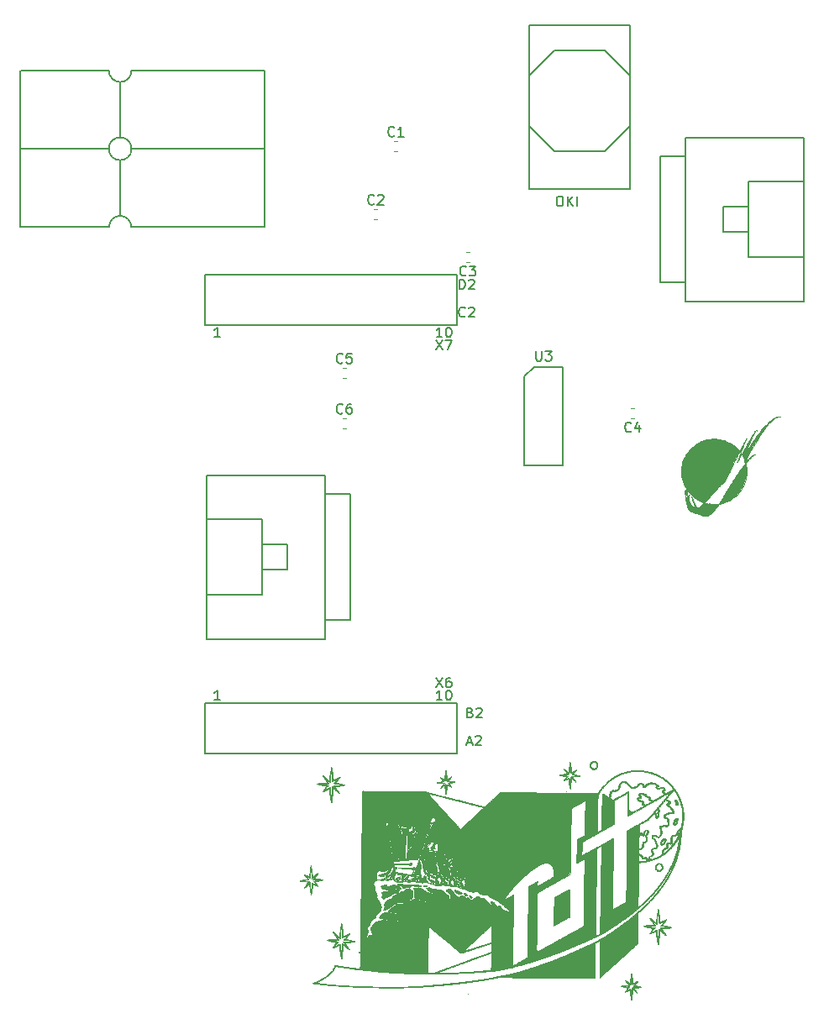
<source format=gbr>
G04 #@! TF.GenerationSoftware,KiCad,Pcbnew,(5.0.0)*
G04 #@! TF.CreationDate,2018-09-29T15:14:27-05:00*
G04 #@! TF.ProjectId,2018Training,32303138547261696E696E672E6B6963,rev?*
G04 #@! TF.SameCoordinates,Original*
G04 #@! TF.FileFunction,Legend,Top*
G04 #@! TF.FilePolarity,Positive*
%FSLAX46Y46*%
G04 Gerber Fmt 4.6, Leading zero omitted, Abs format (unit mm)*
G04 Created by KiCad (PCBNEW (5.0.0)) date 09/29/18 15:14:27*
%MOMM*%
%LPD*%
G01*
G04 APERTURE LIST*
%ADD10C,0.150000*%
%ADD11C,0.120000*%
%ADD12C,0.010000*%
G04 APERTURE END LIST*
D10*
G04 #@! TO.C,U3*
X156690000Y-77600000D02*
X159590000Y-77600000D01*
X159590000Y-77600000D02*
X159590000Y-87500000D01*
X159590000Y-87500000D02*
X155690000Y-87500000D01*
X155690000Y-87500000D02*
X155690000Y-78600000D01*
X155690000Y-78600000D02*
X156690000Y-77600000D01*
G04 #@! TO.C,Conn2*
X183896000Y-58928000D02*
X183388000Y-58928000D01*
X183388000Y-66548000D02*
X183896000Y-66548000D01*
X183896000Y-54483000D02*
X183896000Y-70993000D01*
X171958000Y-54483000D02*
X183896000Y-54483000D01*
X171958000Y-70993000D02*
X183896000Y-70993000D01*
X171958000Y-69088000D02*
X171958000Y-70993000D01*
X171958000Y-56388000D02*
X171958000Y-54483000D01*
X179578000Y-58928000D02*
X178308000Y-58928000D01*
X178308000Y-58928000D02*
X178308000Y-66548000D01*
X178308000Y-66548000D02*
X179578000Y-66548000D01*
X179578000Y-66548000D02*
X183388000Y-66548000D01*
X179578000Y-58928000D02*
X183388000Y-58928000D01*
X178308000Y-61468000D02*
X175768000Y-61468000D01*
X175768000Y-61468000D02*
X175768000Y-64008000D01*
X175768000Y-64008000D02*
X178308000Y-64008000D01*
X171958000Y-56388000D02*
X171958000Y-69088000D01*
X171958000Y-69088000D02*
X169418000Y-69088000D01*
X169418000Y-69088000D02*
X169418000Y-56388000D01*
X169418000Y-56388000D02*
X171958000Y-56388000D01*
G04 #@! TO.C,Conn1*
X116078000Y-63500000D02*
G75*
G03X114960400Y-62382400I-1117600J0D01*
G01*
X114960400Y-62382400D02*
G75*
G03X113842800Y-63500000I0J-1117600D01*
G01*
X104902000Y-47752000D02*
X104902000Y-63500000D01*
X129540000Y-47752000D02*
X129540000Y-63500000D01*
X113817400Y-47752000D02*
X112598200Y-47752000D01*
X114960400Y-48895000D02*
G75*
G03X116103400Y-47752000I0J1143000D01*
G01*
X113817400Y-47752000D02*
G75*
G03X114960400Y-48895000I1143000J0D01*
G01*
X117271800Y-63500000D02*
X116078000Y-63500000D01*
X114960400Y-61188600D02*
X114960400Y-62357000D01*
X112649000Y-63500000D02*
X113817400Y-63500000D01*
X117221000Y-47752000D02*
X116128800Y-47752000D01*
X114960400Y-48895000D02*
X114960400Y-50063400D01*
X114960400Y-57912000D02*
X114960400Y-56769000D01*
X104927400Y-55600600D02*
X113817400Y-55600600D01*
X114960400Y-53340000D02*
X114960400Y-54483000D01*
X117246400Y-55626000D02*
X116103400Y-55626000D01*
X114960400Y-57912000D02*
X114960400Y-61214000D01*
X117246400Y-55626000D02*
X129540000Y-55626000D01*
X114960400Y-53340000D02*
X114960400Y-50063400D01*
X116103400Y-55626000D02*
G75*
G03X116103400Y-55626000I-1143000J0D01*
G01*
X117246400Y-63500000D02*
X129540000Y-63500000D01*
X112674400Y-63500000D02*
X104927400Y-63500000D01*
X104927400Y-47752000D02*
X112674400Y-47752000D01*
X117246400Y-47752000D02*
X129540000Y-47752000D01*
G04 #@! TO.C,Conn3*
X138176000Y-103124000D02*
X135636000Y-103124000D01*
X138176000Y-90424000D02*
X138176000Y-103124000D01*
X135636000Y-90424000D02*
X138176000Y-90424000D01*
X135636000Y-103124000D02*
X135636000Y-90424000D01*
X131826000Y-95504000D02*
X129286000Y-95504000D01*
X131826000Y-98044000D02*
X131826000Y-95504000D01*
X129286000Y-98044000D02*
X131826000Y-98044000D01*
X128016000Y-100584000D02*
X124206000Y-100584000D01*
X128016000Y-92964000D02*
X124206000Y-92964000D01*
X129286000Y-92964000D02*
X128016000Y-92964000D01*
X129286000Y-100584000D02*
X129286000Y-92964000D01*
X128016000Y-100584000D02*
X129286000Y-100584000D01*
X135636000Y-103124000D02*
X135636000Y-105029000D01*
X135636000Y-90424000D02*
X135636000Y-88519000D01*
X135636000Y-88519000D02*
X123698000Y-88519000D01*
X135636000Y-105029000D02*
X123698000Y-105029000D01*
X123698000Y-105029000D02*
X123698000Y-88519000D01*
X124206000Y-92964000D02*
X123698000Y-92964000D01*
X123698000Y-100584000D02*
X124206000Y-100584000D01*
G04 #@! TO.C,U1*
X148869001Y-111505001D02*
X123469001Y-111505001D01*
X123469001Y-73405001D02*
X148869001Y-73405001D01*
X148869001Y-116585001D02*
X148869001Y-111505001D01*
X123469001Y-111505001D02*
X123469001Y-116585001D01*
X123469001Y-116585001D02*
X148869001Y-116585001D01*
X148869001Y-73405001D02*
X148869001Y-68325001D01*
X148869001Y-68325001D02*
X123469001Y-68325001D01*
X123469001Y-68325001D02*
X123469001Y-73405001D01*
G04 #@! TO.C,U2*
X158750000Y-55880000D02*
X156210000Y-53340000D01*
X156210000Y-53340000D02*
X156210000Y-48260000D01*
X156210000Y-48260000D02*
X158750000Y-45720000D01*
X158750000Y-45720000D02*
X163830000Y-45720000D01*
X163830000Y-45720000D02*
X166370000Y-48260000D01*
X166370000Y-48260000D02*
X166370000Y-53340000D01*
X166370000Y-53340000D02*
X163830000Y-55880000D01*
X163830000Y-55880000D02*
X158750000Y-55880000D01*
X166370000Y-43180000D02*
X156210000Y-43180000D01*
X166370000Y-59690000D02*
X156210000Y-59690000D01*
X156210000Y-59690000D02*
X156210000Y-43180000D01*
X166370000Y-43180000D02*
X166370000Y-59690000D01*
D11*
G04 #@! TO.C,C1*
X142576733Y-54862000D02*
X142919267Y-54862000D01*
X142576733Y-55882000D02*
X142919267Y-55882000D01*
G04 #@! TO.C,C2*
X140544733Y-62740000D02*
X140887267Y-62740000D01*
X140544733Y-61720000D02*
X140887267Y-61720000D01*
G04 #@! TO.C,C3*
X150172267Y-66038000D02*
X149829733Y-66038000D01*
X150172267Y-67058000D02*
X149829733Y-67058000D01*
G04 #@! TO.C,C4*
X166795267Y-82806000D02*
X166452733Y-82806000D01*
X166795267Y-81786000D02*
X166452733Y-81786000D01*
G04 #@! TO.C,C5*
X137383733Y-77722000D02*
X137726267Y-77722000D01*
X137383733Y-78742000D02*
X137726267Y-78742000D01*
G04 #@! TO.C,C6*
X137383733Y-83822000D02*
X137726267Y-83822000D01*
X137383733Y-82802000D02*
X137726267Y-82802000D01*
D12*
G04 #@! TO.C,G\002A\002A\002A*
G36*
X149400797Y-129655685D02*
X149412505Y-129678719D01*
X149419077Y-129694718D01*
X149437461Y-129731708D01*
X149461063Y-129765665D01*
X149468511Y-129773873D01*
X149488070Y-129796009D01*
X149498849Y-129813219D01*
X149499580Y-129816426D01*
X149491664Y-129826628D01*
X149471959Y-129826103D01*
X149446531Y-129815787D01*
X149431946Y-129805997D01*
X149412857Y-129784049D01*
X149396761Y-129753386D01*
X149384941Y-129719206D01*
X149378680Y-129686709D01*
X149379259Y-129661095D01*
X149387962Y-129647563D01*
X149392640Y-129646633D01*
X149400797Y-129655685D01*
X149400797Y-129655685D01*
G37*
X149400797Y-129655685D02*
X149412505Y-129678719D01*
X149419077Y-129694718D01*
X149437461Y-129731708D01*
X149461063Y-129765665D01*
X149468511Y-129773873D01*
X149488070Y-129796009D01*
X149498849Y-129813219D01*
X149499580Y-129816426D01*
X149491664Y-129826628D01*
X149471959Y-129826103D01*
X149446531Y-129815787D01*
X149431946Y-129805997D01*
X149412857Y-129784049D01*
X149396761Y-129753386D01*
X149384941Y-129719206D01*
X149378680Y-129686709D01*
X149379259Y-129661095D01*
X149387962Y-129647563D01*
X149392640Y-129646633D01*
X149400797Y-129655685D01*
G36*
X143394237Y-124022984D02*
X143405253Y-124032321D01*
X143399700Y-124043629D01*
X143388033Y-124064053D01*
X143379018Y-124087702D01*
X143373657Y-124103145D01*
X143370781Y-124102075D01*
X143369446Y-124082531D01*
X143369095Y-124067057D01*
X143368960Y-124035382D01*
X143371756Y-124020577D01*
X143380021Y-124018192D01*
X143394237Y-124022984D01*
X143394237Y-124022984D01*
G37*
X143394237Y-124022984D02*
X143405253Y-124032321D01*
X143399700Y-124043629D01*
X143388033Y-124064053D01*
X143379018Y-124087702D01*
X143373657Y-124103145D01*
X143370781Y-124102075D01*
X143369446Y-124082531D01*
X143369095Y-124067057D01*
X143368960Y-124035382D01*
X143371756Y-124020577D01*
X143380021Y-124018192D01*
X143394237Y-124022984D01*
G36*
X144156988Y-123895572D02*
X144197323Y-123917168D01*
X144226289Y-123951876D01*
X144226394Y-123952078D01*
X144241002Y-123994648D01*
X144236895Y-124034892D01*
X144226635Y-124058942D01*
X144197301Y-124097429D01*
X144157186Y-124118233D01*
X144116749Y-124123040D01*
X144080702Y-124119276D01*
X144053444Y-124104856D01*
X144039146Y-124091870D01*
X144018987Y-124067501D01*
X144009980Y-124041561D01*
X144008214Y-124009229D01*
X144015631Y-123958721D01*
X144038304Y-123921862D01*
X144068590Y-123900358D01*
X144111878Y-123889248D01*
X144156988Y-123895572D01*
X144156988Y-123895572D01*
G37*
X144156988Y-123895572D02*
X144197323Y-123917168D01*
X144226289Y-123951876D01*
X144226394Y-123952078D01*
X144241002Y-123994648D01*
X144236895Y-124034892D01*
X144226635Y-124058942D01*
X144197301Y-124097429D01*
X144157186Y-124118233D01*
X144116749Y-124123040D01*
X144080702Y-124119276D01*
X144053444Y-124104856D01*
X144039146Y-124091870D01*
X144018987Y-124067501D01*
X144009980Y-124041561D01*
X144008214Y-124009229D01*
X144015631Y-123958721D01*
X144038304Y-123921862D01*
X144068590Y-123900358D01*
X144111878Y-123889248D01*
X144156988Y-123895572D01*
G36*
X143850967Y-124068252D02*
X143882401Y-124069822D01*
X143897497Y-124073023D01*
X143897772Y-124073260D01*
X143899475Y-124086624D01*
X143896695Y-124099562D01*
X143879779Y-124117899D01*
X143850402Y-124126906D01*
X143821449Y-124129949D01*
X143779954Y-124132060D01*
X143730055Y-124133280D01*
X143675887Y-124133648D01*
X143621589Y-124133204D01*
X143571298Y-124131986D01*
X143529150Y-124130035D01*
X143499282Y-124127391D01*
X143485833Y-124124092D01*
X143485475Y-124123415D01*
X143492961Y-124110443D01*
X143516613Y-124099216D01*
X143558221Y-124089126D01*
X143611389Y-124080667D01*
X143654801Y-124075882D01*
X143705112Y-124072129D01*
X143757675Y-124069525D01*
X143807843Y-124068193D01*
X143850967Y-124068252D01*
X143850967Y-124068252D01*
G37*
X143850967Y-124068252D02*
X143882401Y-124069822D01*
X143897497Y-124073023D01*
X143897772Y-124073260D01*
X143899475Y-124086624D01*
X143896695Y-124099562D01*
X143879779Y-124117899D01*
X143850402Y-124126906D01*
X143821449Y-124129949D01*
X143779954Y-124132060D01*
X143730055Y-124133280D01*
X143675887Y-124133648D01*
X143621589Y-124133204D01*
X143571298Y-124131986D01*
X143529150Y-124130035D01*
X143499282Y-124127391D01*
X143485833Y-124124092D01*
X143485475Y-124123415D01*
X143492961Y-124110443D01*
X143516613Y-124099216D01*
X143558221Y-124089126D01*
X143611389Y-124080667D01*
X143654801Y-124075882D01*
X143705112Y-124072129D01*
X143757675Y-124069525D01*
X143807843Y-124068193D01*
X143850967Y-124068252D01*
G36*
X143120291Y-123813425D02*
X143170894Y-123842817D01*
X143208100Y-123880530D01*
X143241779Y-123939171D01*
X143261091Y-124007501D01*
X143265319Y-124079067D01*
X143253750Y-124147418D01*
X143241224Y-124179611D01*
X143209931Y-124230656D01*
X143172595Y-124263093D01*
X143125115Y-124279551D01*
X143079968Y-124282989D01*
X143043438Y-124282332D01*
X143019104Y-124278063D01*
X142999143Y-124266732D01*
X142975731Y-124244892D01*
X142962440Y-124231189D01*
X142928451Y-124190941D01*
X142907865Y-124152340D01*
X142899157Y-124123723D01*
X142890508Y-124050287D01*
X142891104Y-124044908D01*
X142931622Y-124044908D01*
X142932020Y-124086325D01*
X142936711Y-124123631D01*
X142945283Y-124151576D01*
X142957322Y-124164911D01*
X142960682Y-124165354D01*
X142974338Y-124159296D01*
X142988045Y-124150060D01*
X143003649Y-124126251D01*
X143013910Y-124082289D01*
X143015099Y-124073079D01*
X143020425Y-124037099D01*
X143026540Y-124008974D01*
X143030643Y-123997735D01*
X143049195Y-123985133D01*
X143075445Y-123987604D01*
X143103432Y-124003843D01*
X143115954Y-124016407D01*
X143146059Y-124041972D01*
X143175376Y-124046265D01*
X143203776Y-124029274D01*
X143206642Y-124026317D01*
X143218229Y-124012453D01*
X143221041Y-124000070D01*
X143214475Y-123982192D01*
X143200620Y-123956658D01*
X143164546Y-123911459D01*
X143117173Y-123880629D01*
X143063741Y-123867391D01*
X143054983Y-123867120D01*
X143018607Y-123877348D01*
X142984132Y-123906319D01*
X142954274Y-123951465D01*
X142945362Y-123970745D01*
X142935932Y-124004632D01*
X142931622Y-124044908D01*
X142891104Y-124044908D01*
X142898498Y-123978231D01*
X142921822Y-123912317D01*
X142959178Y-123857302D01*
X142976811Y-123840219D01*
X143008545Y-123816525D01*
X143036953Y-123805533D01*
X143066759Y-123803141D01*
X143120291Y-123813425D01*
X143120291Y-123813425D01*
G37*
X143120291Y-123813425D02*
X143170894Y-123842817D01*
X143208100Y-123880530D01*
X143241779Y-123939171D01*
X143261091Y-124007501D01*
X143265319Y-124079067D01*
X143253750Y-124147418D01*
X143241224Y-124179611D01*
X143209931Y-124230656D01*
X143172595Y-124263093D01*
X143125115Y-124279551D01*
X143079968Y-124282989D01*
X143043438Y-124282332D01*
X143019104Y-124278063D01*
X142999143Y-124266732D01*
X142975731Y-124244892D01*
X142962440Y-124231189D01*
X142928451Y-124190941D01*
X142907865Y-124152340D01*
X142899157Y-124123723D01*
X142890508Y-124050287D01*
X142891104Y-124044908D01*
X142931622Y-124044908D01*
X142932020Y-124086325D01*
X142936711Y-124123631D01*
X142945283Y-124151576D01*
X142957322Y-124164911D01*
X142960682Y-124165354D01*
X142974338Y-124159296D01*
X142988045Y-124150060D01*
X143003649Y-124126251D01*
X143013910Y-124082289D01*
X143015099Y-124073079D01*
X143020425Y-124037099D01*
X143026540Y-124008974D01*
X143030643Y-123997735D01*
X143049195Y-123985133D01*
X143075445Y-123987604D01*
X143103432Y-124003843D01*
X143115954Y-124016407D01*
X143146059Y-124041972D01*
X143175376Y-124046265D01*
X143203776Y-124029274D01*
X143206642Y-124026317D01*
X143218229Y-124012453D01*
X143221041Y-124000070D01*
X143214475Y-123982192D01*
X143200620Y-123956658D01*
X143164546Y-123911459D01*
X143117173Y-123880629D01*
X143063741Y-123867391D01*
X143054983Y-123867120D01*
X143018607Y-123877348D01*
X142984132Y-123906319D01*
X142954274Y-123951465D01*
X142945362Y-123970745D01*
X142935932Y-124004632D01*
X142931622Y-124044908D01*
X142891104Y-124044908D01*
X142898498Y-123978231D01*
X142921822Y-123912317D01*
X142959178Y-123857302D01*
X142976811Y-123840219D01*
X143008545Y-123816525D01*
X143036953Y-123805533D01*
X143066759Y-123803141D01*
X143120291Y-123813425D01*
G36*
X143371631Y-124144414D02*
X143376217Y-124155030D01*
X143399980Y-124192186D01*
X143433482Y-124219537D01*
X143470033Y-124231784D01*
X143473349Y-124231967D01*
X143501630Y-124238616D01*
X143512901Y-124253420D01*
X143515574Y-124272969D01*
X143513216Y-124280129D01*
X143500372Y-124283051D01*
X143472159Y-124285370D01*
X143434532Y-124286941D01*
X143393443Y-124287620D01*
X143354846Y-124287261D01*
X143324694Y-124285720D01*
X143317346Y-124284890D01*
X143293173Y-124281459D01*
X143315324Y-124250350D01*
X143332943Y-124219415D01*
X143348631Y-124182053D01*
X143351334Y-124173807D01*
X143360129Y-124146573D01*
X143365894Y-124137531D01*
X143371631Y-124144414D01*
X143371631Y-124144414D01*
G37*
X143371631Y-124144414D02*
X143376217Y-124155030D01*
X143399980Y-124192186D01*
X143433482Y-124219537D01*
X143470033Y-124231784D01*
X143473349Y-124231967D01*
X143501630Y-124238616D01*
X143512901Y-124253420D01*
X143515574Y-124272969D01*
X143513216Y-124280129D01*
X143500372Y-124283051D01*
X143472159Y-124285370D01*
X143434532Y-124286941D01*
X143393443Y-124287620D01*
X143354846Y-124287261D01*
X143324694Y-124285720D01*
X143317346Y-124284890D01*
X143293173Y-124281459D01*
X143315324Y-124250350D01*
X143332943Y-124219415D01*
X143348631Y-124182053D01*
X143351334Y-124173807D01*
X143360129Y-124146573D01*
X143365894Y-124137531D01*
X143371631Y-124144414D01*
G36*
X144359511Y-123826275D02*
X144376793Y-123831312D01*
X144381193Y-123840462D01*
X144374014Y-123854767D01*
X144367863Y-123856690D01*
X144343538Y-123857906D01*
X144305302Y-123860726D01*
X144257376Y-123864745D01*
X144203977Y-123869558D01*
X144149326Y-123874760D01*
X144097642Y-123879945D01*
X144053143Y-123884709D01*
X144020049Y-123888647D01*
X144002579Y-123891353D01*
X144000956Y-123891913D01*
X143998557Y-123904031D01*
X143995914Y-123933183D01*
X143993336Y-123975083D01*
X143991136Y-124025445D01*
X143991017Y-124028812D01*
X143987137Y-124132200D01*
X143983319Y-124215733D01*
X143979384Y-124280881D01*
X143975154Y-124329113D01*
X143970450Y-124361901D01*
X143965095Y-124380713D01*
X143958910Y-124387021D01*
X143951715Y-124382293D01*
X143948656Y-124377871D01*
X143946435Y-124363372D01*
X143945331Y-124331458D01*
X143945219Y-124285804D01*
X143945971Y-124230084D01*
X143947461Y-124167972D01*
X143949560Y-124103144D01*
X143952143Y-124039273D01*
X143955082Y-123980034D01*
X143958251Y-123929101D01*
X143961522Y-123890148D01*
X143964769Y-123866851D01*
X143966477Y-123862063D01*
X143980134Y-123857626D01*
X144010902Y-123852289D01*
X144054608Y-123846480D01*
X144107078Y-123840626D01*
X144164139Y-123835155D01*
X144221616Y-123830497D01*
X144275337Y-123827079D01*
X144321127Y-123825329D01*
X144325210Y-123825261D01*
X144359511Y-123826275D01*
X144359511Y-123826275D01*
G37*
X144359511Y-123826275D02*
X144376793Y-123831312D01*
X144381193Y-123840462D01*
X144374014Y-123854767D01*
X144367863Y-123856690D01*
X144343538Y-123857906D01*
X144305302Y-123860726D01*
X144257376Y-123864745D01*
X144203977Y-123869558D01*
X144149326Y-123874760D01*
X144097642Y-123879945D01*
X144053143Y-123884709D01*
X144020049Y-123888647D01*
X144002579Y-123891353D01*
X144000956Y-123891913D01*
X143998557Y-123904031D01*
X143995914Y-123933183D01*
X143993336Y-123975083D01*
X143991136Y-124025445D01*
X143991017Y-124028812D01*
X143987137Y-124132200D01*
X143983319Y-124215733D01*
X143979384Y-124280881D01*
X143975154Y-124329113D01*
X143970450Y-124361901D01*
X143965095Y-124380713D01*
X143958910Y-124387021D01*
X143951715Y-124382293D01*
X143948656Y-124377871D01*
X143946435Y-124363372D01*
X143945331Y-124331458D01*
X143945219Y-124285804D01*
X143945971Y-124230084D01*
X143947461Y-124167972D01*
X143949560Y-124103144D01*
X143952143Y-124039273D01*
X143955082Y-123980034D01*
X143958251Y-123929101D01*
X143961522Y-123890148D01*
X143964769Y-123866851D01*
X143966477Y-123862063D01*
X143980134Y-123857626D01*
X144010902Y-123852289D01*
X144054608Y-123846480D01*
X144107078Y-123840626D01*
X144164139Y-123835155D01*
X144221616Y-123830497D01*
X144275337Y-123827079D01*
X144321127Y-123825329D01*
X144325210Y-123825261D01*
X144359511Y-123826275D01*
G36*
X144731434Y-124457916D02*
X144742882Y-124468653D01*
X144740533Y-124474825D01*
X144739043Y-124474929D01*
X144730023Y-124467355D01*
X144726732Y-124462618D01*
X144725475Y-124455321D01*
X144731434Y-124457916D01*
X144731434Y-124457916D01*
G37*
X144731434Y-124457916D02*
X144742882Y-124468653D01*
X144740533Y-124474825D01*
X144739043Y-124474929D01*
X144730023Y-124467355D01*
X144726732Y-124462618D01*
X144725475Y-124455321D01*
X144731434Y-124457916D01*
G36*
X144461668Y-123923475D02*
X144462983Y-123926835D01*
X144470583Y-123941510D01*
X144486150Y-123968005D01*
X144503538Y-123996147D01*
X144535510Y-124046997D01*
X144557891Y-124085079D01*
X144572153Y-124115860D01*
X144579765Y-124144804D01*
X144582198Y-124177378D01*
X144580922Y-124219047D01*
X144577644Y-124271587D01*
X144574339Y-124326312D01*
X144571654Y-124376339D01*
X144569865Y-124416147D01*
X144569246Y-124440219D01*
X144569247Y-124440273D01*
X144567710Y-124463532D01*
X144563758Y-124473855D01*
X144563269Y-124473882D01*
X144553627Y-124466152D01*
X144533326Y-124446492D01*
X144506180Y-124418641D01*
X144496503Y-124408432D01*
X144435869Y-124344029D01*
X144440990Y-124135319D01*
X144443315Y-124054425D01*
X144445902Y-123993532D01*
X144448891Y-123951316D01*
X144452422Y-123926451D01*
X144456635Y-123917613D01*
X144461668Y-123923475D01*
X144461668Y-123923475D01*
G37*
X144461668Y-123923475D02*
X144462983Y-123926835D01*
X144470583Y-123941510D01*
X144486150Y-123968005D01*
X144503538Y-123996147D01*
X144535510Y-124046997D01*
X144557891Y-124085079D01*
X144572153Y-124115860D01*
X144579765Y-124144804D01*
X144582198Y-124177378D01*
X144580922Y-124219047D01*
X144577644Y-124271587D01*
X144574339Y-124326312D01*
X144571654Y-124376339D01*
X144569865Y-124416147D01*
X144569246Y-124440219D01*
X144569247Y-124440273D01*
X144567710Y-124463532D01*
X144563758Y-124473855D01*
X144563269Y-124473882D01*
X144553627Y-124466152D01*
X144533326Y-124446492D01*
X144506180Y-124418641D01*
X144496503Y-124408432D01*
X144435869Y-124344029D01*
X144440990Y-124135319D01*
X144443315Y-124054425D01*
X144445902Y-123993532D01*
X144448891Y-123951316D01*
X144452422Y-123926451D01*
X144456635Y-123917613D01*
X144461668Y-123923475D01*
G36*
X144957210Y-124640279D02*
X144976638Y-124674736D01*
X144977689Y-124676818D01*
X144992727Y-124710720D01*
X145010623Y-124757172D01*
X145029905Y-124811592D01*
X145049101Y-124869396D01*
X145066741Y-124926001D01*
X145081353Y-124976825D01*
X145091464Y-125017283D01*
X145095605Y-125042794D01*
X145095634Y-125044177D01*
X145091178Y-125079812D01*
X145078886Y-125130086D01*
X145060370Y-125190519D01*
X145037243Y-125256632D01*
X145011117Y-125323944D01*
X144983604Y-125387976D01*
X144956317Y-125444248D01*
X144942719Y-125469014D01*
X144875069Y-125580620D01*
X144812243Y-125673212D01*
X144752937Y-125748204D01*
X144695849Y-125807009D01*
X144639677Y-125851043D01*
X144583118Y-125881717D01*
X144551805Y-125893271D01*
X144522208Y-125902826D01*
X144503821Y-125909051D01*
X144497074Y-125908105D01*
X144506742Y-125895308D01*
X144521822Y-125880838D01*
X144553405Y-125853243D01*
X144585278Y-125826970D01*
X144594476Y-125819800D01*
X144619299Y-125797097D01*
X144648607Y-125764953D01*
X144668772Y-125739825D01*
X144696249Y-125704520D01*
X144724035Y-125670891D01*
X144740072Y-125652794D01*
X144784264Y-125596917D01*
X144830142Y-125522859D01*
X144876249Y-125433528D01*
X144921124Y-125331838D01*
X144963310Y-125220698D01*
X144977639Y-125178690D01*
X145001228Y-125088587D01*
X145012607Y-124993713D01*
X145012999Y-124986751D01*
X145014483Y-124927184D01*
X145011210Y-124875172D01*
X145001966Y-124824230D01*
X144985539Y-124767876D01*
X144960715Y-124699627D01*
X144957940Y-124692453D01*
X144944179Y-124652344D01*
X144940074Y-124629801D01*
X144944720Y-124625540D01*
X144957210Y-124640279D01*
X144957210Y-124640279D01*
G37*
X144957210Y-124640279D02*
X144976638Y-124674736D01*
X144977689Y-124676818D01*
X144992727Y-124710720D01*
X145010623Y-124757172D01*
X145029905Y-124811592D01*
X145049101Y-124869396D01*
X145066741Y-124926001D01*
X145081353Y-124976825D01*
X145091464Y-125017283D01*
X145095605Y-125042794D01*
X145095634Y-125044177D01*
X145091178Y-125079812D01*
X145078886Y-125130086D01*
X145060370Y-125190519D01*
X145037243Y-125256632D01*
X145011117Y-125323944D01*
X144983604Y-125387976D01*
X144956317Y-125444248D01*
X144942719Y-125469014D01*
X144875069Y-125580620D01*
X144812243Y-125673212D01*
X144752937Y-125748204D01*
X144695849Y-125807009D01*
X144639677Y-125851043D01*
X144583118Y-125881717D01*
X144551805Y-125893271D01*
X144522208Y-125902826D01*
X144503821Y-125909051D01*
X144497074Y-125908105D01*
X144506742Y-125895308D01*
X144521822Y-125880838D01*
X144553405Y-125853243D01*
X144585278Y-125826970D01*
X144594476Y-125819800D01*
X144619299Y-125797097D01*
X144648607Y-125764953D01*
X144668772Y-125739825D01*
X144696249Y-125704520D01*
X144724035Y-125670891D01*
X144740072Y-125652794D01*
X144784264Y-125596917D01*
X144830142Y-125522859D01*
X144876249Y-125433528D01*
X144921124Y-125331838D01*
X144963310Y-125220698D01*
X144977639Y-125178690D01*
X145001228Y-125088587D01*
X145012607Y-124993713D01*
X145012999Y-124986751D01*
X145014483Y-124927184D01*
X145011210Y-124875172D01*
X145001966Y-124824230D01*
X144985539Y-124767876D01*
X144960715Y-124699627D01*
X144957940Y-124692453D01*
X144944179Y-124652344D01*
X144940074Y-124629801D01*
X144944720Y-124625540D01*
X144957210Y-124640279D01*
G36*
X144868224Y-124629547D02*
X144878741Y-124646763D01*
X144893589Y-124679064D01*
X144910698Y-124721191D01*
X144927993Y-124767887D01*
X144943404Y-124813893D01*
X144951174Y-124840018D01*
X144962545Y-124912457D01*
X144960830Y-124997836D01*
X144946326Y-125092492D01*
X144923791Y-125178707D01*
X144903617Y-125236226D01*
X144876687Y-125302148D01*
X144845251Y-125371900D01*
X144811563Y-125440907D01*
X144777873Y-125504597D01*
X144746435Y-125558397D01*
X144719499Y-125597732D01*
X144714349Y-125604051D01*
X144656563Y-125671247D01*
X144610465Y-125723536D01*
X144574433Y-125762674D01*
X144546843Y-125790414D01*
X144526071Y-125808513D01*
X144523233Y-125810660D01*
X144458085Y-125857985D01*
X144407073Y-125893237D01*
X144367889Y-125917920D01*
X144338225Y-125933541D01*
X144328741Y-125937501D01*
X144301538Y-125947843D01*
X144328036Y-125918715D01*
X144347195Y-125898363D01*
X144376552Y-125867995D01*
X144411207Y-125832658D01*
X144429631Y-125814059D01*
X144465228Y-125777083D01*
X144497865Y-125741114D01*
X144522595Y-125711691D01*
X144530417Y-125701209D01*
X144552471Y-125670751D01*
X144580118Y-125634618D01*
X144595015Y-125615903D01*
X144666134Y-125515185D01*
X144730562Y-125398256D01*
X144786502Y-125269663D01*
X144832155Y-125133953D01*
X144865721Y-124995672D01*
X144882258Y-124889792D01*
X144886066Y-124836914D01*
X144886388Y-124780074D01*
X144883586Y-124724951D01*
X144878022Y-124677225D01*
X144870057Y-124642575D01*
X144865901Y-124632962D01*
X144862957Y-124625083D01*
X144868224Y-124629547D01*
X144868224Y-124629547D01*
G37*
X144868224Y-124629547D02*
X144878741Y-124646763D01*
X144893589Y-124679064D01*
X144910698Y-124721191D01*
X144927993Y-124767887D01*
X144943404Y-124813893D01*
X144951174Y-124840018D01*
X144962545Y-124912457D01*
X144960830Y-124997836D01*
X144946326Y-125092492D01*
X144923791Y-125178707D01*
X144903617Y-125236226D01*
X144876687Y-125302148D01*
X144845251Y-125371900D01*
X144811563Y-125440907D01*
X144777873Y-125504597D01*
X144746435Y-125558397D01*
X144719499Y-125597732D01*
X144714349Y-125604051D01*
X144656563Y-125671247D01*
X144610465Y-125723536D01*
X144574433Y-125762674D01*
X144546843Y-125790414D01*
X144526071Y-125808513D01*
X144523233Y-125810660D01*
X144458085Y-125857985D01*
X144407073Y-125893237D01*
X144367889Y-125917920D01*
X144338225Y-125933541D01*
X144328741Y-125937501D01*
X144301538Y-125947843D01*
X144328036Y-125918715D01*
X144347195Y-125898363D01*
X144376552Y-125867995D01*
X144411207Y-125832658D01*
X144429631Y-125814059D01*
X144465228Y-125777083D01*
X144497865Y-125741114D01*
X144522595Y-125711691D01*
X144530417Y-125701209D01*
X144552471Y-125670751D01*
X144580118Y-125634618D01*
X144595015Y-125615903D01*
X144666134Y-125515185D01*
X144730562Y-125398256D01*
X144786502Y-125269663D01*
X144832155Y-125133953D01*
X144865721Y-124995672D01*
X144882258Y-124889792D01*
X144886066Y-124836914D01*
X144886388Y-124780074D01*
X144883586Y-124724951D01*
X144878022Y-124677225D01*
X144870057Y-124642575D01*
X144865901Y-124632962D01*
X144862957Y-124625083D01*
X144868224Y-124629547D01*
G36*
X146549113Y-123457804D02*
X146547305Y-123472990D01*
X146532639Y-123496409D01*
X146489453Y-123541942D01*
X146445178Y-123566860D01*
X146398013Y-123571865D01*
X146360567Y-123563292D01*
X146321730Y-123546788D01*
X146303653Y-123531842D01*
X146306543Y-123518654D01*
X146310766Y-123515531D01*
X146333698Y-123512148D01*
X146344631Y-123515975D01*
X146366900Y-123522333D01*
X146399018Y-123525722D01*
X146407586Y-123525895D01*
X146439179Y-123522795D01*
X146464498Y-123510537D01*
X146489857Y-123488044D01*
X146517507Y-123464767D01*
X146538220Y-123454875D01*
X146549113Y-123457804D01*
X146549113Y-123457804D01*
G37*
X146549113Y-123457804D02*
X146547305Y-123472990D01*
X146532639Y-123496409D01*
X146489453Y-123541942D01*
X146445178Y-123566860D01*
X146398013Y-123571865D01*
X146360567Y-123563292D01*
X146321730Y-123546788D01*
X146303653Y-123531842D01*
X146306543Y-123518654D01*
X146310766Y-123515531D01*
X146333698Y-123512148D01*
X146344631Y-123515975D01*
X146366900Y-123522333D01*
X146399018Y-123525722D01*
X146407586Y-123525895D01*
X146439179Y-123522795D01*
X146464498Y-123510537D01*
X146489857Y-123488044D01*
X146517507Y-123464767D01*
X146538220Y-123454875D01*
X146549113Y-123457804D01*
G36*
X143719693Y-124843562D02*
X143721662Y-124852390D01*
X143722816Y-124874609D01*
X143723133Y-124910970D01*
X143722591Y-124962224D01*
X143721169Y-125029122D01*
X143718843Y-125112416D01*
X143715593Y-125212854D01*
X143711396Y-125331190D01*
X143706231Y-125468173D01*
X143700074Y-125624554D01*
X143692905Y-125801084D01*
X143688656Y-125903812D01*
X143685943Y-125970575D01*
X143682624Y-126054712D01*
X143678848Y-126152282D01*
X143674766Y-126259345D01*
X143670528Y-126371961D01*
X143666284Y-126486191D01*
X143662183Y-126598095D01*
X143661065Y-126628917D01*
X143657406Y-126727768D01*
X143653825Y-126820236D01*
X143650421Y-126904103D01*
X143647289Y-126977148D01*
X143644529Y-127037154D01*
X143642236Y-127081902D01*
X143640509Y-127109171D01*
X143639662Y-127116764D01*
X143626820Y-127128545D01*
X143618377Y-127130093D01*
X143612443Y-127128209D01*
X143608275Y-127120713D01*
X143605728Y-127104834D01*
X143604657Y-127077803D01*
X143604918Y-127036851D01*
X143606365Y-126979208D01*
X143607917Y-126930156D01*
X143609391Y-126882280D01*
X143611284Y-126815740D01*
X143613527Y-126733191D01*
X143616053Y-126637290D01*
X143618792Y-126530693D01*
X143621676Y-126416056D01*
X143624637Y-126296035D01*
X143627607Y-126173287D01*
X143629828Y-126079757D01*
X143632815Y-125953276D01*
X143635865Y-125824781D01*
X143638903Y-125697333D01*
X143641857Y-125573991D01*
X143644654Y-125457818D01*
X143647218Y-125351873D01*
X143649477Y-125259219D01*
X143651357Y-125182914D01*
X143652305Y-125144950D01*
X143659464Y-124860605D01*
X143684649Y-124847126D01*
X143708582Y-124839783D01*
X143719693Y-124843562D01*
X143719693Y-124843562D01*
G37*
X143719693Y-124843562D02*
X143721662Y-124852390D01*
X143722816Y-124874609D01*
X143723133Y-124910970D01*
X143722591Y-124962224D01*
X143721169Y-125029122D01*
X143718843Y-125112416D01*
X143715593Y-125212854D01*
X143711396Y-125331190D01*
X143706231Y-125468173D01*
X143700074Y-125624554D01*
X143692905Y-125801084D01*
X143688656Y-125903812D01*
X143685943Y-125970575D01*
X143682624Y-126054712D01*
X143678848Y-126152282D01*
X143674766Y-126259345D01*
X143670528Y-126371961D01*
X143666284Y-126486191D01*
X143662183Y-126598095D01*
X143661065Y-126628917D01*
X143657406Y-126727768D01*
X143653825Y-126820236D01*
X143650421Y-126904103D01*
X143647289Y-126977148D01*
X143644529Y-127037154D01*
X143642236Y-127081902D01*
X143640509Y-127109171D01*
X143639662Y-127116764D01*
X143626820Y-127128545D01*
X143618377Y-127130093D01*
X143612443Y-127128209D01*
X143608275Y-127120713D01*
X143605728Y-127104834D01*
X143604657Y-127077803D01*
X143604918Y-127036851D01*
X143606365Y-126979208D01*
X143607917Y-126930156D01*
X143609391Y-126882280D01*
X143611284Y-126815740D01*
X143613527Y-126733191D01*
X143616053Y-126637290D01*
X143618792Y-126530693D01*
X143621676Y-126416056D01*
X143624637Y-126296035D01*
X143627607Y-126173287D01*
X143629828Y-126079757D01*
X143632815Y-125953276D01*
X143635865Y-125824781D01*
X143638903Y-125697333D01*
X143641857Y-125573991D01*
X143644654Y-125457818D01*
X143647218Y-125351873D01*
X143649477Y-125259219D01*
X143651357Y-125182914D01*
X143652305Y-125144950D01*
X143659464Y-124860605D01*
X143684649Y-124847126D01*
X143708582Y-124839783D01*
X143719693Y-124843562D01*
G36*
X141962055Y-123713023D02*
X141962491Y-123740047D01*
X141954694Y-123774995D01*
X141939428Y-123812351D01*
X141936175Y-123818488D01*
X141918716Y-123845967D01*
X141900921Y-123859399D01*
X141874557Y-123864549D01*
X141869844Y-123864928D01*
X141831540Y-123862495D01*
X141806004Y-123851938D01*
X141792286Y-123840397D01*
X141796160Y-123836195D01*
X141814531Y-123835470D01*
X141859788Y-123825756D01*
X141898862Y-123800727D01*
X141926920Y-123764954D01*
X141939125Y-123723012D01*
X141939295Y-123717475D01*
X141944240Y-123700877D01*
X141952624Y-123699445D01*
X141962055Y-123713023D01*
X141962055Y-123713023D01*
G37*
X141962055Y-123713023D02*
X141962491Y-123740047D01*
X141954694Y-123774995D01*
X141939428Y-123812351D01*
X141936175Y-123818488D01*
X141918716Y-123845967D01*
X141900921Y-123859399D01*
X141874557Y-123864549D01*
X141869844Y-123864928D01*
X141831540Y-123862495D01*
X141806004Y-123851938D01*
X141792286Y-123840397D01*
X141796160Y-123836195D01*
X141814531Y-123835470D01*
X141859788Y-123825756D01*
X141898862Y-123800727D01*
X141926920Y-123764954D01*
X141939125Y-123723012D01*
X141939295Y-123717475D01*
X141944240Y-123700877D01*
X141952624Y-123699445D01*
X141962055Y-123713023D01*
G36*
X170967964Y-121201051D02*
X170970069Y-121202034D01*
X170992747Y-121218752D01*
X171012535Y-121247650D01*
X171028717Y-121282934D01*
X171050039Y-121326379D01*
X171076830Y-121369428D01*
X171095445Y-121393518D01*
X171120930Y-121426309D01*
X171132969Y-121454476D01*
X171135433Y-121479040D01*
X171137336Y-121505957D01*
X171142048Y-121521748D01*
X171143430Y-121522970D01*
X171152647Y-121535621D01*
X171163919Y-121562429D01*
X171175099Y-121596644D01*
X171184041Y-121631513D01*
X171188599Y-121660286D01*
X171188802Y-121665687D01*
X171181206Y-121712143D01*
X171160143Y-121746947D01*
X171130101Y-121765504D01*
X171078616Y-121777911D01*
X171034212Y-121782224D01*
X171002863Y-121777877D01*
X171002141Y-121777588D01*
X170983682Y-121765526D01*
X170961721Y-121745703D01*
X170942703Y-121724658D01*
X170933070Y-121708932D01*
X170932830Y-121707254D01*
X170926213Y-121696524D01*
X170909868Y-121677297D01*
X170905575Y-121672679D01*
X170887535Y-121648959D01*
X170882380Y-121624912D01*
X170994336Y-121624912D01*
X170998608Y-121643079D01*
X171005146Y-121651818D01*
X171026893Y-121666803D01*
X171050249Y-121669742D01*
X171065853Y-121660249D01*
X171065365Y-121642909D01*
X171052534Y-121615294D01*
X171029761Y-121582539D01*
X171029114Y-121581734D01*
X171018114Y-121570478D01*
X171010661Y-121574031D01*
X171002066Y-121595075D01*
X171001141Y-121597729D01*
X170994336Y-121624912D01*
X170882380Y-121624912D01*
X170882247Y-121624295D01*
X170884190Y-121601167D01*
X170892174Y-121542390D01*
X170896983Y-121499867D01*
X170898203Y-121468702D01*
X170895420Y-121444002D01*
X170888220Y-121420872D01*
X170876190Y-121394420D01*
X170864756Y-121371473D01*
X170839862Y-121313447D01*
X170827407Y-121264900D01*
X170827656Y-121228091D01*
X170840875Y-121205277D01*
X170844868Y-121202714D01*
X170882794Y-121191601D01*
X170927694Y-121191025D01*
X170967964Y-121201051D01*
X170967964Y-121201051D01*
G37*
X170967964Y-121201051D02*
X170970069Y-121202034D01*
X170992747Y-121218752D01*
X171012535Y-121247650D01*
X171028717Y-121282934D01*
X171050039Y-121326379D01*
X171076830Y-121369428D01*
X171095445Y-121393518D01*
X171120930Y-121426309D01*
X171132969Y-121454476D01*
X171135433Y-121479040D01*
X171137336Y-121505957D01*
X171142048Y-121521748D01*
X171143430Y-121522970D01*
X171152647Y-121535621D01*
X171163919Y-121562429D01*
X171175099Y-121596644D01*
X171184041Y-121631513D01*
X171188599Y-121660286D01*
X171188802Y-121665687D01*
X171181206Y-121712143D01*
X171160143Y-121746947D01*
X171130101Y-121765504D01*
X171078616Y-121777911D01*
X171034212Y-121782224D01*
X171002863Y-121777877D01*
X171002141Y-121777588D01*
X170983682Y-121765526D01*
X170961721Y-121745703D01*
X170942703Y-121724658D01*
X170933070Y-121708932D01*
X170932830Y-121707254D01*
X170926213Y-121696524D01*
X170909868Y-121677297D01*
X170905575Y-121672679D01*
X170887535Y-121648959D01*
X170882380Y-121624912D01*
X170994336Y-121624912D01*
X170998608Y-121643079D01*
X171005146Y-121651818D01*
X171026893Y-121666803D01*
X171050249Y-121669742D01*
X171065853Y-121660249D01*
X171065365Y-121642909D01*
X171052534Y-121615294D01*
X171029761Y-121582539D01*
X171029114Y-121581734D01*
X171018114Y-121570478D01*
X171010661Y-121574031D01*
X171002066Y-121595075D01*
X171001141Y-121597729D01*
X170994336Y-121624912D01*
X170882380Y-121624912D01*
X170882247Y-121624295D01*
X170884190Y-121601167D01*
X170892174Y-121542390D01*
X170896983Y-121499867D01*
X170898203Y-121468702D01*
X170895420Y-121444002D01*
X170888220Y-121420872D01*
X170876190Y-121394420D01*
X170864756Y-121371473D01*
X170839862Y-121313447D01*
X170827407Y-121264900D01*
X170827656Y-121228091D01*
X170840875Y-121205277D01*
X170844868Y-121202714D01*
X170882794Y-121191601D01*
X170927694Y-121191025D01*
X170967964Y-121201051D01*
G36*
X171062958Y-123059222D02*
X171091214Y-123068734D01*
X171113288Y-123084315D01*
X171131932Y-123102112D01*
X171141774Y-123120267D01*
X171145566Y-123146423D01*
X171146096Y-123175378D01*
X171138762Y-123242423D01*
X171124769Y-123280638D01*
X171108585Y-123328709D01*
X171103443Y-123376526D01*
X171100114Y-123417424D01*
X171091736Y-123456643D01*
X171087448Y-123468891D01*
X171076908Y-123498790D01*
X171071603Y-123522986D01*
X171071453Y-123525908D01*
X171066958Y-123545890D01*
X171054675Y-123580377D01*
X171036407Y-123624823D01*
X171013955Y-123674685D01*
X171004916Y-123693665D01*
X170988326Y-123714794D01*
X170973839Y-123723688D01*
X170949500Y-123736600D01*
X170938598Y-123745579D01*
X170896491Y-123773466D01*
X170847082Y-123782630D01*
X170808435Y-123776633D01*
X170777468Y-123762619D01*
X170739619Y-123738940D01*
X170704467Y-123711859D01*
X170665431Y-123672698D01*
X170650210Y-123646068D01*
X170749480Y-123646068D01*
X170779841Y-123670904D01*
X170807987Y-123690004D01*
X170832408Y-123694193D01*
X170860397Y-123683422D01*
X170881280Y-123670205D01*
X170911663Y-123644547D01*
X170937390Y-123614688D01*
X170941178Y-123608891D01*
X170958300Y-123568862D01*
X170971531Y-123515612D01*
X170979535Y-123457092D01*
X170980977Y-123401254D01*
X170979403Y-123381329D01*
X170977795Y-123338385D01*
X170986428Y-123301620D01*
X170995568Y-123280691D01*
X171013838Y-123233163D01*
X171016069Y-123198945D01*
X171002276Y-123177308D01*
X170997778Y-123174524D01*
X170982919Y-123170350D01*
X170970013Y-123179044D01*
X170955125Y-123201416D01*
X170940872Y-123229596D01*
X170933236Y-123252526D01*
X170932830Y-123256498D01*
X170929616Y-123278673D01*
X170922137Y-123306540D01*
X170913279Y-123335408D01*
X170902006Y-123374399D01*
X170894724Y-123400594D01*
X170883141Y-123436462D01*
X170870675Y-123465123D01*
X170862764Y-123477141D01*
X170850092Y-123494387D01*
X170847523Y-123502633D01*
X170841583Y-123515579D01*
X170825857Y-123540561D01*
X170803487Y-123572651D01*
X170798502Y-123579477D01*
X170749480Y-123646068D01*
X170650210Y-123646068D01*
X170646084Y-123638851D01*
X170645930Y-123608743D01*
X170663581Y-123581689D01*
X170704460Y-123534999D01*
X170738142Y-123486089D01*
X170762710Y-123438858D01*
X170776251Y-123397204D01*
X170776849Y-123365025D01*
X170773882Y-123357153D01*
X170764314Y-123330561D01*
X170762217Y-123315077D01*
X170769111Y-123296238D01*
X170788017Y-123265480D01*
X170816272Y-123226360D01*
X170851210Y-123182432D01*
X170890169Y-123137252D01*
X170917856Y-123107360D01*
X170945323Y-123079897D01*
X170966129Y-123064717D01*
X170987821Y-123058199D01*
X171017947Y-123056720D01*
X171023403Y-123056709D01*
X171062958Y-123059222D01*
X171062958Y-123059222D01*
G37*
X171062958Y-123059222D02*
X171091214Y-123068734D01*
X171113288Y-123084315D01*
X171131932Y-123102112D01*
X171141774Y-123120267D01*
X171145566Y-123146423D01*
X171146096Y-123175378D01*
X171138762Y-123242423D01*
X171124769Y-123280638D01*
X171108585Y-123328709D01*
X171103443Y-123376526D01*
X171100114Y-123417424D01*
X171091736Y-123456643D01*
X171087448Y-123468891D01*
X171076908Y-123498790D01*
X171071603Y-123522986D01*
X171071453Y-123525908D01*
X171066958Y-123545890D01*
X171054675Y-123580377D01*
X171036407Y-123624823D01*
X171013955Y-123674685D01*
X171004916Y-123693665D01*
X170988326Y-123714794D01*
X170973839Y-123723688D01*
X170949500Y-123736600D01*
X170938598Y-123745579D01*
X170896491Y-123773466D01*
X170847082Y-123782630D01*
X170808435Y-123776633D01*
X170777468Y-123762619D01*
X170739619Y-123738940D01*
X170704467Y-123711859D01*
X170665431Y-123672698D01*
X170650210Y-123646068D01*
X170749480Y-123646068D01*
X170779841Y-123670904D01*
X170807987Y-123690004D01*
X170832408Y-123694193D01*
X170860397Y-123683422D01*
X170881280Y-123670205D01*
X170911663Y-123644547D01*
X170937390Y-123614688D01*
X170941178Y-123608891D01*
X170958300Y-123568862D01*
X170971531Y-123515612D01*
X170979535Y-123457092D01*
X170980977Y-123401254D01*
X170979403Y-123381329D01*
X170977795Y-123338385D01*
X170986428Y-123301620D01*
X170995568Y-123280691D01*
X171013838Y-123233163D01*
X171016069Y-123198945D01*
X171002276Y-123177308D01*
X170997778Y-123174524D01*
X170982919Y-123170350D01*
X170970013Y-123179044D01*
X170955125Y-123201416D01*
X170940872Y-123229596D01*
X170933236Y-123252526D01*
X170932830Y-123256498D01*
X170929616Y-123278673D01*
X170922137Y-123306540D01*
X170913279Y-123335408D01*
X170902006Y-123374399D01*
X170894724Y-123400594D01*
X170883141Y-123436462D01*
X170870675Y-123465123D01*
X170862764Y-123477141D01*
X170850092Y-123494387D01*
X170847523Y-123502633D01*
X170841583Y-123515579D01*
X170825857Y-123540561D01*
X170803487Y-123572651D01*
X170798502Y-123579477D01*
X170749480Y-123646068D01*
X170650210Y-123646068D01*
X170646084Y-123638851D01*
X170645930Y-123608743D01*
X170663581Y-123581689D01*
X170704460Y-123534999D01*
X170738142Y-123486089D01*
X170762710Y-123438858D01*
X170776251Y-123397204D01*
X170776849Y-123365025D01*
X170773882Y-123357153D01*
X170764314Y-123330561D01*
X170762217Y-123315077D01*
X170769111Y-123296238D01*
X170788017Y-123265480D01*
X170816272Y-123226360D01*
X170851210Y-123182432D01*
X170890169Y-123137252D01*
X170917856Y-123107360D01*
X170945323Y-123079897D01*
X170966129Y-123064717D01*
X170987821Y-123058199D01*
X171017947Y-123056720D01*
X171023403Y-123056709D01*
X171062958Y-123059222D01*
G36*
X169862829Y-125122441D02*
X169909121Y-125132713D01*
X169931097Y-125139914D01*
X169943544Y-125151267D01*
X169950850Y-125173033D01*
X169955400Y-125198719D01*
X169958913Y-125230244D01*
X169957693Y-125259671D01*
X169950773Y-125294015D01*
X169937185Y-125340293D01*
X169934871Y-125347575D01*
X169909670Y-125417712D01*
X169884036Y-125470202D01*
X169856074Y-125508677D01*
X169844925Y-125519933D01*
X169830785Y-125536284D01*
X169809283Y-125564781D01*
X169784707Y-125599707D01*
X169780958Y-125605240D01*
X169753362Y-125645907D01*
X169733775Y-125673716D01*
X169718446Y-125693602D01*
X169703627Y-125710499D01*
X169690554Y-125724216D01*
X169653957Y-125751029D01*
X169605804Y-125772108D01*
X169555770Y-125783744D01*
X169532387Y-125784839D01*
X169507602Y-125782025D01*
X169485909Y-125773535D01*
X169461694Y-125756107D01*
X169429340Y-125726477D01*
X169425355Y-125722635D01*
X169393443Y-125690381D01*
X169376075Y-125668651D01*
X169472894Y-125668651D01*
X169480543Y-125688518D01*
X169495949Y-125698858D01*
X169515244Y-125707907D01*
X169522950Y-125711151D01*
X169533739Y-125707960D01*
X169556268Y-125699191D01*
X169560271Y-125697532D01*
X169603368Y-125671459D01*
X169649882Y-125630016D01*
X169696215Y-125577972D01*
X169738770Y-125520098D01*
X169773951Y-125461162D01*
X169798160Y-125405935D01*
X169806856Y-125370559D01*
X169809901Y-125328651D01*
X169808726Y-125287545D01*
X169804002Y-125252528D01*
X169796399Y-125228891D01*
X169787979Y-125221700D01*
X169768109Y-125228976D01*
X169744147Y-125251140D01*
X169713984Y-125290246D01*
X169706464Y-125301095D01*
X169668696Y-125354487D01*
X169638052Y-125392553D01*
X169611160Y-125418533D01*
X169584647Y-125435664D01*
X169555138Y-125447183D01*
X169553867Y-125447567D01*
X169524482Y-125458755D01*
X169509442Y-125473559D01*
X169506259Y-125497444D01*
X169512444Y-125535875D01*
X169512830Y-125537692D01*
X169517845Y-125581762D01*
X169509562Y-125615333D01*
X169486267Y-125645769D01*
X169472894Y-125668651D01*
X169376075Y-125668651D01*
X169375435Y-125667851D01*
X169368786Y-125651195D01*
X169370092Y-125639005D01*
X169379662Y-125620855D01*
X169387369Y-125615903D01*
X169396398Y-125607352D01*
X169397313Y-125601214D01*
X169404836Y-125582526D01*
X169413308Y-125573250D01*
X169424097Y-125554236D01*
X169429367Y-125525256D01*
X169429464Y-125521293D01*
X169432916Y-125486926D01*
X169441548Y-125450395D01*
X169453161Y-125418461D01*
X169465553Y-125397887D01*
X169470837Y-125394124D01*
X169482095Y-125383811D01*
X169482620Y-125380895D01*
X169488164Y-125367127D01*
X169502160Y-125343188D01*
X169509963Y-125331302D01*
X169531131Y-125297774D01*
X169549646Y-125264689D01*
X169553147Y-125257626D01*
X169583259Y-125209990D01*
X169619077Y-125180402D01*
X169640199Y-125172612D01*
X169666555Y-125163951D01*
X169701337Y-125148969D01*
X169720473Y-125139504D01*
X169763143Y-125122653D01*
X169808669Y-125117035D01*
X169862829Y-125122441D01*
X169862829Y-125122441D01*
G37*
X169862829Y-125122441D02*
X169909121Y-125132713D01*
X169931097Y-125139914D01*
X169943544Y-125151267D01*
X169950850Y-125173033D01*
X169955400Y-125198719D01*
X169958913Y-125230244D01*
X169957693Y-125259671D01*
X169950773Y-125294015D01*
X169937185Y-125340293D01*
X169934871Y-125347575D01*
X169909670Y-125417712D01*
X169884036Y-125470202D01*
X169856074Y-125508677D01*
X169844925Y-125519933D01*
X169830785Y-125536284D01*
X169809283Y-125564781D01*
X169784707Y-125599707D01*
X169780958Y-125605240D01*
X169753362Y-125645907D01*
X169733775Y-125673716D01*
X169718446Y-125693602D01*
X169703627Y-125710499D01*
X169690554Y-125724216D01*
X169653957Y-125751029D01*
X169605804Y-125772108D01*
X169555770Y-125783744D01*
X169532387Y-125784839D01*
X169507602Y-125782025D01*
X169485909Y-125773535D01*
X169461694Y-125756107D01*
X169429340Y-125726477D01*
X169425355Y-125722635D01*
X169393443Y-125690381D01*
X169376075Y-125668651D01*
X169472894Y-125668651D01*
X169480543Y-125688518D01*
X169495949Y-125698858D01*
X169515244Y-125707907D01*
X169522950Y-125711151D01*
X169533739Y-125707960D01*
X169556268Y-125699191D01*
X169560271Y-125697532D01*
X169603368Y-125671459D01*
X169649882Y-125630016D01*
X169696215Y-125577972D01*
X169738770Y-125520098D01*
X169773951Y-125461162D01*
X169798160Y-125405935D01*
X169806856Y-125370559D01*
X169809901Y-125328651D01*
X169808726Y-125287545D01*
X169804002Y-125252528D01*
X169796399Y-125228891D01*
X169787979Y-125221700D01*
X169768109Y-125228976D01*
X169744147Y-125251140D01*
X169713984Y-125290246D01*
X169706464Y-125301095D01*
X169668696Y-125354487D01*
X169638052Y-125392553D01*
X169611160Y-125418533D01*
X169584647Y-125435664D01*
X169555138Y-125447183D01*
X169553867Y-125447567D01*
X169524482Y-125458755D01*
X169509442Y-125473559D01*
X169506259Y-125497444D01*
X169512444Y-125535875D01*
X169512830Y-125537692D01*
X169517845Y-125581762D01*
X169509562Y-125615333D01*
X169486267Y-125645769D01*
X169472894Y-125668651D01*
X169376075Y-125668651D01*
X169375435Y-125667851D01*
X169368786Y-125651195D01*
X169370092Y-125639005D01*
X169379662Y-125620855D01*
X169387369Y-125615903D01*
X169396398Y-125607352D01*
X169397313Y-125601214D01*
X169404836Y-125582526D01*
X169413308Y-125573250D01*
X169424097Y-125554236D01*
X169429367Y-125525256D01*
X169429464Y-125521293D01*
X169432916Y-125486926D01*
X169441548Y-125450395D01*
X169453161Y-125418461D01*
X169465553Y-125397887D01*
X169470837Y-125394124D01*
X169482095Y-125383811D01*
X169482620Y-125380895D01*
X169488164Y-125367127D01*
X169502160Y-125343188D01*
X169509963Y-125331302D01*
X169531131Y-125297774D01*
X169549646Y-125264689D01*
X169553147Y-125257626D01*
X169583259Y-125209990D01*
X169619077Y-125180402D01*
X169640199Y-125172612D01*
X169666555Y-125163951D01*
X169701337Y-125148969D01*
X169720473Y-125139504D01*
X169763143Y-125122653D01*
X169808669Y-125117035D01*
X169862829Y-125122441D01*
G36*
X146233766Y-126458778D02*
X146306090Y-126464302D01*
X146407686Y-126476133D01*
X146517731Y-126491705D01*
X146632252Y-126510248D01*
X146747276Y-126530992D01*
X146858831Y-126553168D01*
X146962943Y-126576005D01*
X147055640Y-126598733D01*
X147132949Y-126620583D01*
X147162888Y-126630348D01*
X147191892Y-126639995D01*
X147236982Y-126654533D01*
X147293854Y-126672597D01*
X147358207Y-126692819D01*
X147425738Y-126713835D01*
X147430899Y-126715432D01*
X147506648Y-126739389D01*
X147587158Y-126765744D01*
X147665833Y-126792278D01*
X147736075Y-126816773D01*
X147782788Y-126833794D01*
X147828987Y-126852422D01*
X147884347Y-126876796D01*
X147946031Y-126905456D01*
X148011200Y-126936939D01*
X148077017Y-126969784D01*
X148140644Y-127002529D01*
X148199242Y-127033713D01*
X148249974Y-127061874D01*
X148290002Y-127085549D01*
X148316487Y-127103279D01*
X148326592Y-127113599D01*
X148326617Y-127113896D01*
X148317884Y-127125082D01*
X148295460Y-127140974D01*
X148275966Y-127151945D01*
X148246652Y-127167237D01*
X148222840Y-127178930D01*
X148201484Y-127186890D01*
X148179539Y-127190982D01*
X148153961Y-127191073D01*
X148121704Y-127187028D01*
X148079724Y-127178713D01*
X148024976Y-127165994D01*
X147954415Y-127148737D01*
X147900084Y-127135379D01*
X147790839Y-127108641D01*
X147671667Y-127079540D01*
X147544296Y-127048494D01*
X147410459Y-127015922D01*
X147271885Y-126982242D01*
X147130304Y-126947872D01*
X146987448Y-126913230D01*
X146845046Y-126878735D01*
X146704828Y-126844806D01*
X146568526Y-126811860D01*
X146437870Y-126780315D01*
X146314589Y-126750591D01*
X146200414Y-126723105D01*
X146097077Y-126698276D01*
X146006306Y-126676522D01*
X145929833Y-126658262D01*
X145869387Y-126643913D01*
X145826700Y-126633895D01*
X145808079Y-126629630D01*
X145754320Y-126615819D01*
X145719051Y-126601920D01*
X145718947Y-126601837D01*
X146197228Y-126601837D01*
X146202093Y-126632272D01*
X146222024Y-126658939D01*
X146236785Y-126668521D01*
X146257863Y-126678822D01*
X146270442Y-126680599D01*
X146285446Y-126674133D01*
X146293292Y-126669974D01*
X146320375Y-126650185D01*
X146331357Y-126624217D01*
X146332415Y-126608430D01*
X146323279Y-126574719D01*
X146298136Y-126551853D01*
X146261860Y-126543611D01*
X146228230Y-126551937D01*
X146206313Y-126573202D01*
X146197228Y-126601837D01*
X145718947Y-126601837D01*
X145699487Y-126586380D01*
X145692841Y-126567644D01*
X145692779Y-126565284D01*
X145698031Y-126545815D01*
X145715405Y-126529470D01*
X145747327Y-126515080D01*
X145796227Y-126501473D01*
X145847397Y-126490712D01*
X145985176Y-126468591D01*
X146111801Y-126458071D01*
X146233766Y-126458778D01*
X146233766Y-126458778D01*
G37*
X146233766Y-126458778D02*
X146306090Y-126464302D01*
X146407686Y-126476133D01*
X146517731Y-126491705D01*
X146632252Y-126510248D01*
X146747276Y-126530992D01*
X146858831Y-126553168D01*
X146962943Y-126576005D01*
X147055640Y-126598733D01*
X147132949Y-126620583D01*
X147162888Y-126630348D01*
X147191892Y-126639995D01*
X147236982Y-126654533D01*
X147293854Y-126672597D01*
X147358207Y-126692819D01*
X147425738Y-126713835D01*
X147430899Y-126715432D01*
X147506648Y-126739389D01*
X147587158Y-126765744D01*
X147665833Y-126792278D01*
X147736075Y-126816773D01*
X147782788Y-126833794D01*
X147828987Y-126852422D01*
X147884347Y-126876796D01*
X147946031Y-126905456D01*
X148011200Y-126936939D01*
X148077017Y-126969784D01*
X148140644Y-127002529D01*
X148199242Y-127033713D01*
X148249974Y-127061874D01*
X148290002Y-127085549D01*
X148316487Y-127103279D01*
X148326592Y-127113599D01*
X148326617Y-127113896D01*
X148317884Y-127125082D01*
X148295460Y-127140974D01*
X148275966Y-127151945D01*
X148246652Y-127167237D01*
X148222840Y-127178930D01*
X148201484Y-127186890D01*
X148179539Y-127190982D01*
X148153961Y-127191073D01*
X148121704Y-127187028D01*
X148079724Y-127178713D01*
X148024976Y-127165994D01*
X147954415Y-127148737D01*
X147900084Y-127135379D01*
X147790839Y-127108641D01*
X147671667Y-127079540D01*
X147544296Y-127048494D01*
X147410459Y-127015922D01*
X147271885Y-126982242D01*
X147130304Y-126947872D01*
X146987448Y-126913230D01*
X146845046Y-126878735D01*
X146704828Y-126844806D01*
X146568526Y-126811860D01*
X146437870Y-126780315D01*
X146314589Y-126750591D01*
X146200414Y-126723105D01*
X146097077Y-126698276D01*
X146006306Y-126676522D01*
X145929833Y-126658262D01*
X145869387Y-126643913D01*
X145826700Y-126633895D01*
X145808079Y-126629630D01*
X145754320Y-126615819D01*
X145719051Y-126601920D01*
X145718947Y-126601837D01*
X146197228Y-126601837D01*
X146202093Y-126632272D01*
X146222024Y-126658939D01*
X146236785Y-126668521D01*
X146257863Y-126678822D01*
X146270442Y-126680599D01*
X146285446Y-126674133D01*
X146293292Y-126669974D01*
X146320375Y-126650185D01*
X146331357Y-126624217D01*
X146332415Y-126608430D01*
X146323279Y-126574719D01*
X146298136Y-126551853D01*
X146261860Y-126543611D01*
X146228230Y-126551937D01*
X146206313Y-126573202D01*
X146197228Y-126601837D01*
X145718947Y-126601837D01*
X145699487Y-126586380D01*
X145692841Y-126567644D01*
X145692779Y-126565284D01*
X145698031Y-126545815D01*
X145715405Y-126529470D01*
X145747327Y-126515080D01*
X145796227Y-126501473D01*
X145847397Y-126490712D01*
X145985176Y-126468591D01*
X146111801Y-126458071D01*
X146233766Y-126458778D01*
G36*
X148367539Y-127245322D02*
X148392342Y-127268510D01*
X148401096Y-127301545D01*
X148395664Y-127332906D01*
X148376433Y-127354465D01*
X148361973Y-127363089D01*
X148337644Y-127373408D01*
X148318589Y-127371737D01*
X148295233Y-127356752D01*
X148290733Y-127353248D01*
X148268740Y-127325079D01*
X148264102Y-127293651D01*
X148274857Y-127264665D01*
X148299039Y-127243819D01*
X148330900Y-127236726D01*
X148367539Y-127245322D01*
X148367539Y-127245322D01*
G37*
X148367539Y-127245322D02*
X148392342Y-127268510D01*
X148401096Y-127301545D01*
X148395664Y-127332906D01*
X148376433Y-127354465D01*
X148361973Y-127363089D01*
X148337644Y-127373408D01*
X148318589Y-127371737D01*
X148295233Y-127356752D01*
X148290733Y-127353248D01*
X148268740Y-127325079D01*
X148264102Y-127293651D01*
X148274857Y-127264665D01*
X148299039Y-127243819D01*
X148330900Y-127236726D01*
X148367539Y-127245322D01*
G36*
X148199961Y-127398728D02*
X148227720Y-127417744D01*
X148241910Y-127446428D01*
X148242345Y-127478296D01*
X148228838Y-127506862D01*
X148203581Y-127524790D01*
X148178247Y-127533226D01*
X148161752Y-127533073D01*
X148143341Y-127524166D01*
X148142805Y-127523854D01*
X148116906Y-127499267D01*
X148107413Y-127469399D01*
X148112077Y-127439175D01*
X148128647Y-127413520D01*
X148154876Y-127397359D01*
X148188512Y-127395616D01*
X148199961Y-127398728D01*
X148199961Y-127398728D01*
G37*
X148199961Y-127398728D02*
X148227720Y-127417744D01*
X148241910Y-127446428D01*
X148242345Y-127478296D01*
X148228838Y-127506862D01*
X148203581Y-127524790D01*
X148178247Y-127533226D01*
X148161752Y-127533073D01*
X148143341Y-127524166D01*
X148142805Y-127523854D01*
X148116906Y-127499267D01*
X148107413Y-127469399D01*
X148112077Y-127439175D01*
X148128647Y-127413520D01*
X148154876Y-127397359D01*
X148188512Y-127395616D01*
X148199961Y-127398728D01*
G36*
X148018697Y-127471651D02*
X148021468Y-127483757D01*
X148042008Y-127535695D01*
X148080288Y-127576063D01*
X148135838Y-127604389D01*
X148145029Y-127607386D01*
X148179860Y-127619249D01*
X148197125Y-127628830D01*
X148200118Y-127638294D01*
X148198185Y-127642330D01*
X148192689Y-127661189D01*
X148189036Y-127693133D01*
X148188157Y-127718424D01*
X148189929Y-127757067D01*
X148197935Y-127785699D01*
X148215824Y-127815078D01*
X148225245Y-127827723D01*
X148245243Y-127855526D01*
X148252212Y-127870455D01*
X148247329Y-127875536D01*
X148243905Y-127875602D01*
X148228589Y-127872775D01*
X148195801Y-127865352D01*
X148148710Y-127854098D01*
X148090485Y-127839776D01*
X148024296Y-127823152D01*
X147985391Y-127813239D01*
X147915337Y-127795315D01*
X147850763Y-127778821D01*
X147795024Y-127764612D01*
X147751475Y-127753543D01*
X147723473Y-127746469D01*
X147716142Y-127744647D01*
X147694954Y-127736605D01*
X147686818Y-127728235D01*
X147694607Y-127717496D01*
X147715087Y-127698010D01*
X147743926Y-127673879D01*
X147745722Y-127672456D01*
X147824248Y-127609872D01*
X147886183Y-127559229D01*
X147932201Y-127519955D01*
X147962979Y-127491474D01*
X147976948Y-127476249D01*
X147996852Y-127455048D01*
X148009877Y-127453365D01*
X148018697Y-127471651D01*
X148018697Y-127471651D01*
G37*
X148018697Y-127471651D02*
X148021468Y-127483757D01*
X148042008Y-127535695D01*
X148080288Y-127576063D01*
X148135838Y-127604389D01*
X148145029Y-127607386D01*
X148179860Y-127619249D01*
X148197125Y-127628830D01*
X148200118Y-127638294D01*
X148198185Y-127642330D01*
X148192689Y-127661189D01*
X148189036Y-127693133D01*
X148188157Y-127718424D01*
X148189929Y-127757067D01*
X148197935Y-127785699D01*
X148215824Y-127815078D01*
X148225245Y-127827723D01*
X148245243Y-127855526D01*
X148252212Y-127870455D01*
X148247329Y-127875536D01*
X148243905Y-127875602D01*
X148228589Y-127872775D01*
X148195801Y-127865352D01*
X148148710Y-127854098D01*
X148090485Y-127839776D01*
X148024296Y-127823152D01*
X147985391Y-127813239D01*
X147915337Y-127795315D01*
X147850763Y-127778821D01*
X147795024Y-127764612D01*
X147751475Y-127753543D01*
X147723473Y-127746469D01*
X147716142Y-127744647D01*
X147694954Y-127736605D01*
X147686818Y-127728235D01*
X147694607Y-127717496D01*
X147715087Y-127698010D01*
X147743926Y-127673879D01*
X147745722Y-127672456D01*
X147824248Y-127609872D01*
X147886183Y-127559229D01*
X147932201Y-127519955D01*
X147962979Y-127491474D01*
X147976948Y-127476249D01*
X147996852Y-127455048D01*
X148009877Y-127453365D01*
X148018697Y-127471651D01*
G36*
X144278939Y-127568237D02*
X144310385Y-127600676D01*
X144328754Y-127639262D01*
X144335907Y-127689955D01*
X144327742Y-127743442D01*
X144306693Y-127793843D01*
X144275192Y-127835276D01*
X144236874Y-127861369D01*
X144203415Y-127873302D01*
X144178949Y-127874849D01*
X144153941Y-127866188D01*
X144147628Y-127863038D01*
X144107790Y-127831537D01*
X144083447Y-127787924D01*
X144075485Y-127735626D01*
X144084791Y-127678071D01*
X144093585Y-127654256D01*
X144123054Y-127604681D01*
X144159729Y-127571074D01*
X144200206Y-127553653D01*
X144241077Y-127552635D01*
X144278939Y-127568237D01*
X144278939Y-127568237D01*
G37*
X144278939Y-127568237D02*
X144310385Y-127600676D01*
X144328754Y-127639262D01*
X144335907Y-127689955D01*
X144327742Y-127743442D01*
X144306693Y-127793843D01*
X144275192Y-127835276D01*
X144236874Y-127861369D01*
X144203415Y-127873302D01*
X144178949Y-127874849D01*
X144153941Y-127866188D01*
X144147628Y-127863038D01*
X144107790Y-127831537D01*
X144083447Y-127787924D01*
X144075485Y-127735626D01*
X144084791Y-127678071D01*
X144093585Y-127654256D01*
X144123054Y-127604681D01*
X144159729Y-127571074D01*
X144200206Y-127553653D01*
X144241077Y-127552635D01*
X144278939Y-127568237D01*
G36*
X142794288Y-127975422D02*
X142823143Y-128002167D01*
X142843118Y-128041097D01*
X142850990Y-128089167D01*
X142851008Y-128091674D01*
X142843811Y-128138406D01*
X142824458Y-128175927D01*
X142796304Y-128201200D01*
X142762702Y-128211190D01*
X142727734Y-128203233D01*
X142692787Y-128175232D01*
X142670538Y-128136489D01*
X142661095Y-128092164D01*
X142664568Y-128047416D01*
X142681065Y-128007406D01*
X142710696Y-127977293D01*
X142722826Y-127970655D01*
X142759774Y-127963904D01*
X142794288Y-127975422D01*
X142794288Y-127975422D01*
G37*
X142794288Y-127975422D02*
X142823143Y-128002167D01*
X142843118Y-128041097D01*
X142850990Y-128089167D01*
X142851008Y-128091674D01*
X142843811Y-128138406D01*
X142824458Y-128175927D01*
X142796304Y-128201200D01*
X142762702Y-128211190D01*
X142727734Y-128203233D01*
X142692787Y-128175232D01*
X142670538Y-128136489D01*
X142661095Y-128092164D01*
X142664568Y-128047416D01*
X142681065Y-128007406D01*
X142710696Y-127977293D01*
X142722826Y-127970655D01*
X142759774Y-127963904D01*
X142794288Y-127975422D01*
G36*
X144922551Y-127178223D02*
X144935261Y-127179478D01*
X144942237Y-127181657D01*
X144944774Y-127184684D01*
X144944163Y-127188480D01*
X144941697Y-127192970D01*
X144941444Y-127193381D01*
X144935492Y-127198455D01*
X144922769Y-127203056D01*
X144900928Y-127207498D01*
X144867623Y-127212097D01*
X144820507Y-127217168D01*
X144757234Y-127223026D01*
X144675458Y-127229985D01*
X144658439Y-127231392D01*
X144578469Y-127238053D01*
X144487830Y-127245722D01*
X144396165Y-127253575D01*
X144313117Y-127260790D01*
X144290554Y-127262775D01*
X144192123Y-127271444D01*
X144094291Y-127280008D01*
X143994087Y-127288722D01*
X143888537Y-127297843D01*
X143774672Y-127307625D01*
X143649517Y-127318326D01*
X143510102Y-127330199D01*
X143353455Y-127343503D01*
X143293535Y-127348584D01*
X143130714Y-127362417D01*
X142988269Y-127374586D01*
X142865318Y-127385171D01*
X142760983Y-127394250D01*
X142674383Y-127401902D01*
X142604637Y-127408207D01*
X142550866Y-127413241D01*
X142512191Y-127417086D01*
X142487729Y-127419819D01*
X142476602Y-127421519D01*
X142475722Y-127421850D01*
X142476220Y-127432774D01*
X142479587Y-127460386D01*
X142485244Y-127500327D01*
X142491502Y-127541206D01*
X142509918Y-127657926D01*
X143261613Y-127663438D01*
X143386184Y-127664386D01*
X143504380Y-127665351D01*
X143614491Y-127666316D01*
X143714811Y-127667262D01*
X143803629Y-127668171D01*
X143879239Y-127669026D01*
X143939932Y-127669808D01*
X143983999Y-127670499D01*
X144009733Y-127671081D01*
X144015974Y-127671436D01*
X144018369Y-127682660D01*
X144018640Y-127689916D01*
X144017166Y-127704881D01*
X144015974Y-127707116D01*
X144004819Y-127708024D01*
X143974432Y-127709904D01*
X143926884Y-127712646D01*
X143864242Y-127716141D01*
X143788574Y-127720278D01*
X143701950Y-127724947D01*
X143606438Y-127730038D01*
X143504106Y-127735442D01*
X143397024Y-127741048D01*
X143287258Y-127746746D01*
X143176878Y-127752426D01*
X143067953Y-127757979D01*
X142962550Y-127763294D01*
X142916484Y-127765595D01*
X142534101Y-127784638D01*
X142540337Y-127827915D01*
X142543750Y-127850330D01*
X142550031Y-127890348D01*
X142558630Y-127944519D01*
X142568999Y-128009396D01*
X142580589Y-128081528D01*
X142589492Y-128136705D01*
X142601240Y-128209935D01*
X142611761Y-128276575D01*
X142620593Y-128333614D01*
X142627275Y-128378040D01*
X142631345Y-128406843D01*
X142632410Y-128416616D01*
X142626276Y-128429674D01*
X142612953Y-128429380D01*
X142600055Y-128417734D01*
X142595861Y-128407024D01*
X142588736Y-128369932D01*
X142579508Y-128317780D01*
X142568554Y-128253044D01*
X142556255Y-128178202D01*
X142542989Y-128095734D01*
X142529136Y-128008115D01*
X142515073Y-127917825D01*
X142501179Y-127827341D01*
X142487835Y-127739141D01*
X142484251Y-127715052D01*
X142520964Y-127715052D01*
X142523236Y-127729336D01*
X142527408Y-127739963D01*
X142536016Y-127746059D01*
X142553503Y-127748348D01*
X142584312Y-127747556D01*
X142620712Y-127745248D01*
X142656667Y-127743013D01*
X142709890Y-127740007D01*
X142776341Y-127736443D01*
X142851985Y-127732535D01*
X142932783Y-127728495D01*
X143000294Y-127725222D01*
X143086925Y-127720885D01*
X143153170Y-127717096D01*
X143199964Y-127713767D01*
X143228239Y-127710812D01*
X143238926Y-127708145D01*
X143232959Y-127705680D01*
X143224224Y-127704518D01*
X143197132Y-127702643D01*
X143154294Y-127700983D01*
X143098784Y-127699554D01*
X143033678Y-127698368D01*
X142962054Y-127697442D01*
X142886986Y-127696789D01*
X142811552Y-127696424D01*
X142738827Y-127696362D01*
X142671887Y-127696617D01*
X142613809Y-127697204D01*
X142567669Y-127698137D01*
X142536542Y-127699432D01*
X142523506Y-127701102D01*
X142523382Y-127701197D01*
X142520964Y-127715052D01*
X142484251Y-127715052D01*
X142475418Y-127655702D01*
X142464307Y-127579503D01*
X142454882Y-127513022D01*
X142447521Y-127458736D01*
X142442603Y-127419123D01*
X142440508Y-127396661D01*
X142440726Y-127392477D01*
X142454729Y-127387537D01*
X142484918Y-127381991D01*
X142526201Y-127376672D01*
X142554501Y-127373906D01*
X142592836Y-127370619D01*
X142648514Y-127365882D01*
X142717626Y-127360026D01*
X142796263Y-127353381D01*
X142880518Y-127346278D01*
X142966480Y-127339049D01*
X142973636Y-127338447D01*
X143073091Y-127330085D01*
X143165079Y-127322327D01*
X143252732Y-127314904D01*
X143339179Y-127307548D01*
X143427551Y-127299990D01*
X143520980Y-127291962D01*
X143622596Y-127283196D01*
X143735530Y-127273422D01*
X143862913Y-127262373D01*
X144007876Y-127249779D01*
X144034635Y-127247453D01*
X144195731Y-127233455D01*
X144336873Y-127221230D01*
X144459354Y-127210699D01*
X144564467Y-127201786D01*
X144653505Y-127194414D01*
X144727761Y-127188506D01*
X144788527Y-127183984D01*
X144837096Y-127180772D01*
X144874762Y-127178793D01*
X144902816Y-127177968D01*
X144922551Y-127178223D01*
X144922551Y-127178223D01*
G37*
X144922551Y-127178223D02*
X144935261Y-127179478D01*
X144942237Y-127181657D01*
X144944774Y-127184684D01*
X144944163Y-127188480D01*
X144941697Y-127192970D01*
X144941444Y-127193381D01*
X144935492Y-127198455D01*
X144922769Y-127203056D01*
X144900928Y-127207498D01*
X144867623Y-127212097D01*
X144820507Y-127217168D01*
X144757234Y-127223026D01*
X144675458Y-127229985D01*
X144658439Y-127231392D01*
X144578469Y-127238053D01*
X144487830Y-127245722D01*
X144396165Y-127253575D01*
X144313117Y-127260790D01*
X144290554Y-127262775D01*
X144192123Y-127271444D01*
X144094291Y-127280008D01*
X143994087Y-127288722D01*
X143888537Y-127297843D01*
X143774672Y-127307625D01*
X143649517Y-127318326D01*
X143510102Y-127330199D01*
X143353455Y-127343503D01*
X143293535Y-127348584D01*
X143130714Y-127362417D01*
X142988269Y-127374586D01*
X142865318Y-127385171D01*
X142760983Y-127394250D01*
X142674383Y-127401902D01*
X142604637Y-127408207D01*
X142550866Y-127413241D01*
X142512191Y-127417086D01*
X142487729Y-127419819D01*
X142476602Y-127421519D01*
X142475722Y-127421850D01*
X142476220Y-127432774D01*
X142479587Y-127460386D01*
X142485244Y-127500327D01*
X142491502Y-127541206D01*
X142509918Y-127657926D01*
X143261613Y-127663438D01*
X143386184Y-127664386D01*
X143504380Y-127665351D01*
X143614491Y-127666316D01*
X143714811Y-127667262D01*
X143803629Y-127668171D01*
X143879239Y-127669026D01*
X143939932Y-127669808D01*
X143983999Y-127670499D01*
X144009733Y-127671081D01*
X144015974Y-127671436D01*
X144018369Y-127682660D01*
X144018640Y-127689916D01*
X144017166Y-127704881D01*
X144015974Y-127707116D01*
X144004819Y-127708024D01*
X143974432Y-127709904D01*
X143926884Y-127712646D01*
X143864242Y-127716141D01*
X143788574Y-127720278D01*
X143701950Y-127724947D01*
X143606438Y-127730038D01*
X143504106Y-127735442D01*
X143397024Y-127741048D01*
X143287258Y-127746746D01*
X143176878Y-127752426D01*
X143067953Y-127757979D01*
X142962550Y-127763294D01*
X142916484Y-127765595D01*
X142534101Y-127784638D01*
X142540337Y-127827915D01*
X142543750Y-127850330D01*
X142550031Y-127890348D01*
X142558630Y-127944519D01*
X142568999Y-128009396D01*
X142580589Y-128081528D01*
X142589492Y-128136705D01*
X142601240Y-128209935D01*
X142611761Y-128276575D01*
X142620593Y-128333614D01*
X142627275Y-128378040D01*
X142631345Y-128406843D01*
X142632410Y-128416616D01*
X142626276Y-128429674D01*
X142612953Y-128429380D01*
X142600055Y-128417734D01*
X142595861Y-128407024D01*
X142588736Y-128369932D01*
X142579508Y-128317780D01*
X142568554Y-128253044D01*
X142556255Y-128178202D01*
X142542989Y-128095734D01*
X142529136Y-128008115D01*
X142515073Y-127917825D01*
X142501179Y-127827341D01*
X142487835Y-127739141D01*
X142484251Y-127715052D01*
X142520964Y-127715052D01*
X142523236Y-127729336D01*
X142527408Y-127739963D01*
X142536016Y-127746059D01*
X142553503Y-127748348D01*
X142584312Y-127747556D01*
X142620712Y-127745248D01*
X142656667Y-127743013D01*
X142709890Y-127740007D01*
X142776341Y-127736443D01*
X142851985Y-127732535D01*
X142932783Y-127728495D01*
X143000294Y-127725222D01*
X143086925Y-127720885D01*
X143153170Y-127717096D01*
X143199964Y-127713767D01*
X143228239Y-127710812D01*
X143238926Y-127708145D01*
X143232959Y-127705680D01*
X143224224Y-127704518D01*
X143197132Y-127702643D01*
X143154294Y-127700983D01*
X143098784Y-127699554D01*
X143033678Y-127698368D01*
X142962054Y-127697442D01*
X142886986Y-127696789D01*
X142811552Y-127696424D01*
X142738827Y-127696362D01*
X142671887Y-127696617D01*
X142613809Y-127697204D01*
X142567669Y-127698137D01*
X142536542Y-127699432D01*
X142523506Y-127701102D01*
X142523382Y-127701197D01*
X142520964Y-127715052D01*
X142484251Y-127715052D01*
X142475418Y-127655702D01*
X142464307Y-127579503D01*
X142454882Y-127513022D01*
X142447521Y-127458736D01*
X142442603Y-127419123D01*
X142440508Y-127396661D01*
X142440726Y-127392477D01*
X142454729Y-127387537D01*
X142484918Y-127381991D01*
X142526201Y-127376672D01*
X142554501Y-127373906D01*
X142592836Y-127370619D01*
X142648514Y-127365882D01*
X142717626Y-127360026D01*
X142796263Y-127353381D01*
X142880518Y-127346278D01*
X142966480Y-127339049D01*
X142973636Y-127338447D01*
X143073091Y-127330085D01*
X143165079Y-127322327D01*
X143252732Y-127314904D01*
X143339179Y-127307548D01*
X143427551Y-127299990D01*
X143520980Y-127291962D01*
X143622596Y-127283196D01*
X143735530Y-127273422D01*
X143862913Y-127262373D01*
X144007876Y-127249779D01*
X144034635Y-127247453D01*
X144195731Y-127233455D01*
X144336873Y-127221230D01*
X144459354Y-127210699D01*
X144564467Y-127201786D01*
X144653505Y-127194414D01*
X144727761Y-127188506D01*
X144788527Y-127183984D01*
X144837096Y-127180772D01*
X144874762Y-127178793D01*
X144902816Y-127177968D01*
X144922551Y-127178223D01*
G36*
X144591297Y-128048317D02*
X144611786Y-128049153D01*
X144625045Y-128050458D01*
X144632642Y-128052237D01*
X144636141Y-128054497D01*
X144637110Y-128057242D01*
X144637112Y-128060202D01*
X144633602Y-128076254D01*
X144624396Y-128105824D01*
X144611480Y-128142536D01*
X144611367Y-128142843D01*
X144563999Y-128270747D01*
X144523418Y-128380044D01*
X144489068Y-128472154D01*
X144460395Y-128548492D01*
X144436846Y-128610476D01*
X144417865Y-128659524D01*
X144402898Y-128697053D01*
X144391391Y-128724482D01*
X144382790Y-128743226D01*
X144376539Y-128754704D01*
X144372085Y-128760333D01*
X144369367Y-128761579D01*
X144356822Y-128753173D01*
X144353827Y-128747586D01*
X144355626Y-128733162D01*
X144364174Y-128702819D01*
X144378233Y-128660413D01*
X144396564Y-128609801D01*
X144406033Y-128584971D01*
X144442859Y-128489550D01*
X144472313Y-128412358D01*
X144494956Y-128351826D01*
X144511350Y-128306385D01*
X144522055Y-128274468D01*
X144527634Y-128254507D01*
X144528647Y-128244933D01*
X144528132Y-128243839D01*
X144516614Y-128241698D01*
X144486313Y-128238044D01*
X144439696Y-128233120D01*
X144379235Y-128227170D01*
X144307398Y-128220440D01*
X144226655Y-128213172D01*
X144156067Y-128207030D01*
X144062135Y-128198972D01*
X143977869Y-128191726D01*
X143899977Y-128185006D01*
X143825165Y-128178522D01*
X143750141Y-128171988D01*
X143671612Y-128165115D01*
X143586284Y-128157616D01*
X143490865Y-128149203D01*
X143382063Y-128139588D01*
X143256583Y-128128483D01*
X143202897Y-128123729D01*
X143130157Y-128116988D01*
X143086090Y-128112249D01*
X143544123Y-128112249D01*
X143564556Y-128115690D01*
X143602341Y-128120336D01*
X143653565Y-128125773D01*
X143714315Y-128131587D01*
X143780678Y-128137365D01*
X143784047Y-128137643D01*
X143897883Y-128147096D01*
X144008915Y-128156455D01*
X144115049Y-128165535D01*
X144214192Y-128174149D01*
X144304252Y-128182110D01*
X144383137Y-128189233D01*
X144448752Y-128195330D01*
X144499007Y-128200214D01*
X144531807Y-128203701D01*
X144544187Y-128205380D01*
X144552792Y-128197481D01*
X144565541Y-128175424D01*
X144573511Y-128158218D01*
X144589274Y-128118602D01*
X144594062Y-128094721D01*
X144586584Y-128083311D01*
X144565549Y-128081106D01*
X144543808Y-128083085D01*
X144522818Y-128084474D01*
X144482907Y-128086077D01*
X144426479Y-128087834D01*
X144355940Y-128089686D01*
X144273692Y-128091572D01*
X144182141Y-128093434D01*
X144083691Y-128095211D01*
X144002645Y-128096515D01*
X143904022Y-128098199D01*
X143813367Y-128100099D01*
X143732605Y-128102150D01*
X143663662Y-128104286D01*
X143608462Y-128106441D01*
X143568931Y-128108548D01*
X143546996Y-128110542D01*
X143544123Y-128112249D01*
X143086090Y-128112249D01*
X143076261Y-128111192D01*
X143038771Y-128105939D01*
X143015248Y-128100824D01*
X143003252Y-128095443D01*
X143000294Y-128090174D01*
X143003216Y-128084839D01*
X143013644Y-128080715D01*
X143034069Y-128077597D01*
X143066984Y-128075276D01*
X143114880Y-128073545D01*
X143180249Y-128072198D01*
X143224224Y-128071549D01*
X143281656Y-128070700D01*
X143357079Y-128069467D01*
X143447160Y-128067911D01*
X143548566Y-128066093D01*
X143657965Y-128064072D01*
X143772027Y-128061909D01*
X143887417Y-128059665D01*
X143979235Y-128057836D01*
X144113929Y-128055123D01*
X144228867Y-128052834D01*
X144325613Y-128050975D01*
X144405736Y-128049550D01*
X144470799Y-128048567D01*
X144522370Y-128048030D01*
X144562014Y-128047944D01*
X144591297Y-128048317D01*
X144591297Y-128048317D01*
G37*
X144591297Y-128048317D02*
X144611786Y-128049153D01*
X144625045Y-128050458D01*
X144632642Y-128052237D01*
X144636141Y-128054497D01*
X144637110Y-128057242D01*
X144637112Y-128060202D01*
X144633602Y-128076254D01*
X144624396Y-128105824D01*
X144611480Y-128142536D01*
X144611367Y-128142843D01*
X144563999Y-128270747D01*
X144523418Y-128380044D01*
X144489068Y-128472154D01*
X144460395Y-128548492D01*
X144436846Y-128610476D01*
X144417865Y-128659524D01*
X144402898Y-128697053D01*
X144391391Y-128724482D01*
X144382790Y-128743226D01*
X144376539Y-128754704D01*
X144372085Y-128760333D01*
X144369367Y-128761579D01*
X144356822Y-128753173D01*
X144353827Y-128747586D01*
X144355626Y-128733162D01*
X144364174Y-128702819D01*
X144378233Y-128660413D01*
X144396564Y-128609801D01*
X144406033Y-128584971D01*
X144442859Y-128489550D01*
X144472313Y-128412358D01*
X144494956Y-128351826D01*
X144511350Y-128306385D01*
X144522055Y-128274468D01*
X144527634Y-128254507D01*
X144528647Y-128244933D01*
X144528132Y-128243839D01*
X144516614Y-128241698D01*
X144486313Y-128238044D01*
X144439696Y-128233120D01*
X144379235Y-128227170D01*
X144307398Y-128220440D01*
X144226655Y-128213172D01*
X144156067Y-128207030D01*
X144062135Y-128198972D01*
X143977869Y-128191726D01*
X143899977Y-128185006D01*
X143825165Y-128178522D01*
X143750141Y-128171988D01*
X143671612Y-128165115D01*
X143586284Y-128157616D01*
X143490865Y-128149203D01*
X143382063Y-128139588D01*
X143256583Y-128128483D01*
X143202897Y-128123729D01*
X143130157Y-128116988D01*
X143086090Y-128112249D01*
X143544123Y-128112249D01*
X143564556Y-128115690D01*
X143602341Y-128120336D01*
X143653565Y-128125773D01*
X143714315Y-128131587D01*
X143780678Y-128137365D01*
X143784047Y-128137643D01*
X143897883Y-128147096D01*
X144008915Y-128156455D01*
X144115049Y-128165535D01*
X144214192Y-128174149D01*
X144304252Y-128182110D01*
X144383137Y-128189233D01*
X144448752Y-128195330D01*
X144499007Y-128200214D01*
X144531807Y-128203701D01*
X144544187Y-128205380D01*
X144552792Y-128197481D01*
X144565541Y-128175424D01*
X144573511Y-128158218D01*
X144589274Y-128118602D01*
X144594062Y-128094721D01*
X144586584Y-128083311D01*
X144565549Y-128081106D01*
X144543808Y-128083085D01*
X144522818Y-128084474D01*
X144482907Y-128086077D01*
X144426479Y-128087834D01*
X144355940Y-128089686D01*
X144273692Y-128091572D01*
X144182141Y-128093434D01*
X144083691Y-128095211D01*
X144002645Y-128096515D01*
X143904022Y-128098199D01*
X143813367Y-128100099D01*
X143732605Y-128102150D01*
X143663662Y-128104286D01*
X143608462Y-128106441D01*
X143568931Y-128108548D01*
X143546996Y-128110542D01*
X143544123Y-128112249D01*
X143086090Y-128112249D01*
X143076261Y-128111192D01*
X143038771Y-128105939D01*
X143015248Y-128100824D01*
X143003252Y-128095443D01*
X143000294Y-128090174D01*
X143003216Y-128084839D01*
X143013644Y-128080715D01*
X143034069Y-128077597D01*
X143066984Y-128075276D01*
X143114880Y-128073545D01*
X143180249Y-128072198D01*
X143224224Y-128071549D01*
X143281656Y-128070700D01*
X143357079Y-128069467D01*
X143447160Y-128067911D01*
X143548566Y-128066093D01*
X143657965Y-128064072D01*
X143772027Y-128061909D01*
X143887417Y-128059665D01*
X143979235Y-128057836D01*
X144113929Y-128055123D01*
X144228867Y-128052834D01*
X144325613Y-128050975D01*
X144405736Y-128049550D01*
X144470799Y-128048567D01*
X144522370Y-128048030D01*
X144562014Y-128047944D01*
X144591297Y-128048317D01*
G36*
X141611912Y-128628176D02*
X141610840Y-128641965D01*
X141602838Y-128662943D01*
X141594806Y-128690140D01*
X141586334Y-128732229D01*
X141578576Y-128782832D01*
X141573958Y-128822178D01*
X141561923Y-128941425D01*
X141508019Y-128948036D01*
X141470690Y-128952612D01*
X141438060Y-128956610D01*
X141427456Y-128957907D01*
X141396253Y-128959087D01*
X141368808Y-128957464D01*
X141232141Y-128936320D01*
X141113926Y-128906738D01*
X141102883Y-128903234D01*
X141056203Y-128886732D01*
X141013741Y-128869282D01*
X140979370Y-128852769D01*
X140956967Y-128839075D01*
X140950406Y-128830082D01*
X140950898Y-128829377D01*
X140957932Y-128826009D01*
X140975669Y-128820234D01*
X141006108Y-128811497D01*
X141051251Y-128799242D01*
X141113098Y-128782912D01*
X141192863Y-128762157D01*
X141362291Y-128713035D01*
X141514097Y-128657858D01*
X141536434Y-128648620D01*
X141577383Y-128632080D01*
X141601650Y-128625073D01*
X141611912Y-128628176D01*
X141611912Y-128628176D01*
G37*
X141611912Y-128628176D02*
X141610840Y-128641965D01*
X141602838Y-128662943D01*
X141594806Y-128690140D01*
X141586334Y-128732229D01*
X141578576Y-128782832D01*
X141573958Y-128822178D01*
X141561923Y-128941425D01*
X141508019Y-128948036D01*
X141470690Y-128952612D01*
X141438060Y-128956610D01*
X141427456Y-128957907D01*
X141396253Y-128959087D01*
X141368808Y-128957464D01*
X141232141Y-128936320D01*
X141113926Y-128906738D01*
X141102883Y-128903234D01*
X141056203Y-128886732D01*
X141013741Y-128869282D01*
X140979370Y-128852769D01*
X140956967Y-128839075D01*
X140950406Y-128830082D01*
X140950898Y-128829377D01*
X140957932Y-128826009D01*
X140975669Y-128820234D01*
X141006108Y-128811497D01*
X141051251Y-128799242D01*
X141113098Y-128782912D01*
X141192863Y-128762157D01*
X141362291Y-128713035D01*
X141514097Y-128657858D01*
X141536434Y-128648620D01*
X141577383Y-128632080D01*
X141601650Y-128625073D01*
X141611912Y-128628176D01*
G36*
X144487826Y-129154041D02*
X144489223Y-129193243D01*
X144492737Y-129229469D01*
X144494490Y-129240095D01*
X144497392Y-129263013D01*
X144490093Y-129271764D01*
X144470498Y-129272844D01*
X144443768Y-129269256D01*
X144406285Y-129260565D01*
X144375861Y-129251675D01*
X144337355Y-129240577D01*
X144303285Y-129232971D01*
X144285223Y-129230758D01*
X144253836Y-129227384D01*
X144243016Y-129219607D01*
X144252992Y-129209444D01*
X144281671Y-129199484D01*
X144316566Y-129187776D01*
X144360816Y-129168887D01*
X144405519Y-129146656D01*
X144410517Y-129143931D01*
X144487826Y-129101311D01*
X144487826Y-129154041D01*
X144487826Y-129154041D01*
G37*
X144487826Y-129154041D02*
X144489223Y-129193243D01*
X144492737Y-129229469D01*
X144494490Y-129240095D01*
X144497392Y-129263013D01*
X144490093Y-129271764D01*
X144470498Y-129272844D01*
X144443768Y-129269256D01*
X144406285Y-129260565D01*
X144375861Y-129251675D01*
X144337355Y-129240577D01*
X144303285Y-129232971D01*
X144285223Y-129230758D01*
X144253836Y-129227384D01*
X144243016Y-129219607D01*
X144252992Y-129209444D01*
X144281671Y-129199484D01*
X144316566Y-129187776D01*
X144360816Y-129168887D01*
X144405519Y-129146656D01*
X144410517Y-129143931D01*
X144487826Y-129101311D01*
X144487826Y-129154041D01*
G36*
X143182411Y-128967726D02*
X143177757Y-128992426D01*
X143174445Y-129007124D01*
X143166979Y-129048815D01*
X143162019Y-129094966D01*
X143161311Y-129108136D01*
X143159436Y-129161453D01*
X143117186Y-129163194D01*
X143076818Y-129161989D01*
X143035413Y-129156715D01*
X143032284Y-129156092D01*
X142996549Y-129146294D01*
X142954781Y-129131580D01*
X142936314Y-129124002D01*
X142900573Y-129108582D01*
X142868738Y-129095120D01*
X142856339Y-129090018D01*
X142829681Y-129079282D01*
X142856339Y-129068425D01*
X142881594Y-129058760D01*
X142919103Y-129045168D01*
X142964799Y-129029037D01*
X143014614Y-129011759D01*
X143064478Y-128994725D01*
X143110325Y-128979323D01*
X143148084Y-128966945D01*
X143173687Y-128958982D01*
X143183048Y-128956774D01*
X143182411Y-128967726D01*
X143182411Y-128967726D01*
G37*
X143182411Y-128967726D02*
X143177757Y-128992426D01*
X143174445Y-129007124D01*
X143166979Y-129048815D01*
X143162019Y-129094966D01*
X143161311Y-129108136D01*
X143159436Y-129161453D01*
X143117186Y-129163194D01*
X143076818Y-129161989D01*
X143035413Y-129156715D01*
X143032284Y-129156092D01*
X142996549Y-129146294D01*
X142954781Y-129131580D01*
X142936314Y-129124002D01*
X142900573Y-129108582D01*
X142868738Y-129095120D01*
X142856339Y-129090018D01*
X142829681Y-129079282D01*
X142856339Y-129068425D01*
X142881594Y-129058760D01*
X142919103Y-129045168D01*
X142964799Y-129029037D01*
X143014614Y-129011759D01*
X143064478Y-128994725D01*
X143110325Y-128979323D01*
X143148084Y-128966945D01*
X143173687Y-128958982D01*
X143183048Y-128956774D01*
X143182411Y-128967726D01*
G36*
X142733578Y-129149210D02*
X142757102Y-129155878D01*
X142794521Y-129169799D01*
X142848393Y-129191724D01*
X142858020Y-129195736D01*
X142913202Y-129217861D01*
X142965820Y-129237308D01*
X143010625Y-129252246D01*
X143042371Y-129260847D01*
X143047294Y-129261739D01*
X143096264Y-129269138D01*
X143042947Y-129293310D01*
X143011061Y-129306213D01*
X142968778Y-129321252D01*
X142921622Y-129336711D01*
X142875114Y-129350877D01*
X142834779Y-129362036D01*
X142806138Y-129368474D01*
X142797812Y-129369387D01*
X142786342Y-129360375D01*
X142771507Y-129337262D01*
X142762119Y-129317775D01*
X142744966Y-129272266D01*
X142730447Y-129223625D01*
X142720762Y-129179976D01*
X142717977Y-129154624D01*
X142721390Y-129149042D01*
X142733578Y-129149210D01*
X142733578Y-129149210D01*
G37*
X142733578Y-129149210D02*
X142757102Y-129155878D01*
X142794521Y-129169799D01*
X142848393Y-129191724D01*
X142858020Y-129195736D01*
X142913202Y-129217861D01*
X142965820Y-129237308D01*
X143010625Y-129252246D01*
X143042371Y-129260847D01*
X143047294Y-129261739D01*
X143096264Y-129269138D01*
X143042947Y-129293310D01*
X143011061Y-129306213D01*
X142968778Y-129321252D01*
X142921622Y-129336711D01*
X142875114Y-129350877D01*
X142834779Y-129362036D01*
X142806138Y-129368474D01*
X142797812Y-129369387D01*
X142786342Y-129360375D01*
X142771507Y-129337262D01*
X142762119Y-129317775D01*
X142744966Y-129272266D01*
X142730447Y-129223625D01*
X142720762Y-129179976D01*
X142717977Y-129154624D01*
X142721390Y-129149042D01*
X142733578Y-129149210D01*
G36*
X146957784Y-129378316D02*
X146971140Y-129401683D01*
X146986574Y-129433218D01*
X147004880Y-129468054D01*
X147023475Y-129495418D01*
X147036778Y-129508236D01*
X147054856Y-129524559D01*
X147055576Y-129540528D01*
X147039692Y-129550004D01*
X147031567Y-129550664D01*
X147003311Y-129540323D01*
X146979298Y-129516008D01*
X146959383Y-129483271D01*
X146944881Y-129447442D01*
X146936785Y-129413491D01*
X146936090Y-129386386D01*
X146943787Y-129371094D01*
X146949972Y-129369387D01*
X146957784Y-129378316D01*
X146957784Y-129378316D01*
G37*
X146957784Y-129378316D02*
X146971140Y-129401683D01*
X146986574Y-129433218D01*
X147004880Y-129468054D01*
X147023475Y-129495418D01*
X147036778Y-129508236D01*
X147054856Y-129524559D01*
X147055576Y-129540528D01*
X147039692Y-129550004D01*
X147031567Y-129550664D01*
X147003311Y-129540323D01*
X146979298Y-129516008D01*
X146959383Y-129483271D01*
X146944881Y-129447442D01*
X146936785Y-129413491D01*
X146936090Y-129386386D01*
X146943787Y-129371094D01*
X146949972Y-129369387D01*
X146957784Y-129378316D01*
G36*
X146851851Y-128657302D02*
X146858695Y-128663627D01*
X146847698Y-128677186D01*
X146818871Y-128699609D01*
X146785047Y-128723580D01*
X146748069Y-128748433D01*
X146720766Y-128762923D01*
X146695914Y-128769693D01*
X146666287Y-128771387D01*
X146654632Y-128771289D01*
X146608671Y-128767956D01*
X146561245Y-128760586D01*
X146541798Y-128756047D01*
X146500546Y-128742115D01*
X146476793Y-128728191D01*
X146472157Y-128715332D01*
X146474508Y-128712064D01*
X146488373Y-128706855D01*
X146519057Y-128699730D01*
X146562219Y-128691421D01*
X146613517Y-128682659D01*
X146668609Y-128674176D01*
X146723152Y-128666702D01*
X146772805Y-128660970D01*
X146784593Y-128659835D01*
X146827154Y-128656582D01*
X146851851Y-128657302D01*
X146851851Y-128657302D01*
G37*
X146851851Y-128657302D02*
X146858695Y-128663627D01*
X146847698Y-128677186D01*
X146818871Y-128699609D01*
X146785047Y-128723580D01*
X146748069Y-128748433D01*
X146720766Y-128762923D01*
X146695914Y-128769693D01*
X146666287Y-128771387D01*
X146654632Y-128771289D01*
X146608671Y-128767956D01*
X146561245Y-128760586D01*
X146541798Y-128756047D01*
X146500546Y-128742115D01*
X146476793Y-128728191D01*
X146472157Y-128715332D01*
X146474508Y-128712064D01*
X146488373Y-128706855D01*
X146519057Y-128699730D01*
X146562219Y-128691421D01*
X146613517Y-128682659D01*
X146668609Y-128674176D01*
X146723152Y-128666702D01*
X146772805Y-128660970D01*
X146784593Y-128659835D01*
X146827154Y-128656582D01*
X146851851Y-128657302D01*
G36*
X146063259Y-128624371D02*
X146073965Y-128630166D01*
X146073035Y-128641617D01*
X146057945Y-128688869D01*
X146049456Y-128722650D01*
X146047478Y-128749739D01*
X146051922Y-128776915D01*
X146062700Y-128810958D01*
X146070521Y-128832909D01*
X146098962Y-128912206D01*
X146120265Y-128973246D01*
X146134344Y-129017900D01*
X146141111Y-129048039D01*
X146140480Y-129065534D01*
X146132364Y-129072256D01*
X146116678Y-129070074D01*
X146093333Y-129060860D01*
X146062244Y-129046484D01*
X146060664Y-129045747D01*
X146007730Y-129012461D01*
X145955215Y-128964501D01*
X145908563Y-128907920D01*
X145873219Y-128848770D01*
X145863978Y-128827126D01*
X145848914Y-128778451D01*
X145846801Y-128742030D01*
X145858732Y-128712388D01*
X145885797Y-128684055D01*
X145893820Y-128677510D01*
X145941686Y-128645044D01*
X145986729Y-128627884D01*
X146035943Y-128622956D01*
X146063259Y-128624371D01*
X146063259Y-128624371D01*
G37*
X146063259Y-128624371D02*
X146073965Y-128630166D01*
X146073035Y-128641617D01*
X146057945Y-128688869D01*
X146049456Y-128722650D01*
X146047478Y-128749739D01*
X146051922Y-128776915D01*
X146062700Y-128810958D01*
X146070521Y-128832909D01*
X146098962Y-128912206D01*
X146120265Y-128973246D01*
X146134344Y-129017900D01*
X146141111Y-129048039D01*
X146140480Y-129065534D01*
X146132364Y-129072256D01*
X146116678Y-129070074D01*
X146093333Y-129060860D01*
X146062244Y-129046484D01*
X146060664Y-129045747D01*
X146007730Y-129012461D01*
X145955215Y-128964501D01*
X145908563Y-128907920D01*
X145873219Y-128848770D01*
X145863978Y-128827126D01*
X145848914Y-128778451D01*
X145846801Y-128742030D01*
X145858732Y-128712388D01*
X145885797Y-128684055D01*
X145893820Y-128677510D01*
X145941686Y-128645044D01*
X145986729Y-128627884D01*
X146035943Y-128622956D01*
X146063259Y-128624371D01*
G36*
X146158114Y-128733730D02*
X146188293Y-128758913D01*
X146218104Y-128782148D01*
X146256949Y-128808446D01*
X146299994Y-128835004D01*
X146342404Y-128859019D01*
X146379343Y-128877688D01*
X146405976Y-128888207D01*
X146413610Y-128889539D01*
X146434795Y-128893704D01*
X146462786Y-128903795D01*
X146464258Y-128904441D01*
X146491611Y-128914512D01*
X146531266Y-128926694D01*
X146574724Y-128938380D01*
X146575488Y-128938569D01*
X146615821Y-128949490D01*
X146638490Y-128958478D01*
X146646847Y-128967237D01*
X146645899Y-128974318D01*
X146638708Y-128992994D01*
X146627561Y-129024247D01*
X146617979Y-129052154D01*
X146605360Y-129086438D01*
X146594559Y-129104798D01*
X146581798Y-129111892D01*
X146568894Y-129112626D01*
X146541108Y-129109855D01*
X146524517Y-129105999D01*
X146455509Y-129075258D01*
X146385477Y-129034060D01*
X146322122Y-128987394D01*
X146278923Y-128946780D01*
X146255475Y-128918577D01*
X146225844Y-128879409D01*
X146195288Y-128836307D01*
X146185619Y-128822000D01*
X146153561Y-128772224D01*
X146134767Y-128738834D01*
X146129253Y-128721505D01*
X146137030Y-128719912D01*
X146158114Y-128733730D01*
X146158114Y-128733730D01*
G37*
X146158114Y-128733730D02*
X146188293Y-128758913D01*
X146218104Y-128782148D01*
X146256949Y-128808446D01*
X146299994Y-128835004D01*
X146342404Y-128859019D01*
X146379343Y-128877688D01*
X146405976Y-128888207D01*
X146413610Y-128889539D01*
X146434795Y-128893704D01*
X146462786Y-128903795D01*
X146464258Y-128904441D01*
X146491611Y-128914512D01*
X146531266Y-128926694D01*
X146574724Y-128938380D01*
X146575488Y-128938569D01*
X146615821Y-128949490D01*
X146638490Y-128958478D01*
X146646847Y-128967237D01*
X146645899Y-128974318D01*
X146638708Y-128992994D01*
X146627561Y-129024247D01*
X146617979Y-129052154D01*
X146605360Y-129086438D01*
X146594559Y-129104798D01*
X146581798Y-129111892D01*
X146568894Y-129112626D01*
X146541108Y-129109855D01*
X146524517Y-129105999D01*
X146455509Y-129075258D01*
X146385477Y-129034060D01*
X146322122Y-128987394D01*
X146278923Y-128946780D01*
X146255475Y-128918577D01*
X146225844Y-128879409D01*
X146195288Y-128836307D01*
X146185619Y-128822000D01*
X146153561Y-128772224D01*
X146134767Y-128738834D01*
X146129253Y-128721505D01*
X146137030Y-128719912D01*
X146158114Y-128733730D01*
G36*
X145739766Y-128963778D02*
X145751793Y-128992954D01*
X145762100Y-129038642D01*
X145770071Y-129098437D01*
X145773121Y-129134795D01*
X145779323Y-129200466D01*
X145789438Y-129251811D01*
X145806250Y-129295448D01*
X145832543Y-129337996D01*
X145871102Y-129386072D01*
X145885982Y-129403136D01*
X145914016Y-129436132D01*
X145935583Y-129463853D01*
X145947417Y-129481997D01*
X145948699Y-129485776D01*
X145945393Y-129492660D01*
X145933821Y-129495567D01*
X145911497Y-129494186D01*
X145875940Y-129488204D01*
X145824664Y-129477311D01*
X145757955Y-129461851D01*
X145700202Y-129447844D01*
X145659855Y-129436938D01*
X145633464Y-129427770D01*
X145617581Y-129418977D01*
X145608756Y-129409193D01*
X145605065Y-129401377D01*
X145600097Y-129371189D01*
X145600686Y-129325216D01*
X145606434Y-129268154D01*
X145616947Y-129204696D01*
X145624715Y-129168342D01*
X145635704Y-129130657D01*
X145651670Y-129087755D01*
X145670430Y-129044237D01*
X145689801Y-129004706D01*
X145707600Y-128973763D01*
X145721642Y-128956010D01*
X145726634Y-128953518D01*
X145739766Y-128963778D01*
X145739766Y-128963778D01*
G37*
X145739766Y-128963778D02*
X145751793Y-128992954D01*
X145762100Y-129038642D01*
X145770071Y-129098437D01*
X145773121Y-129134795D01*
X145779323Y-129200466D01*
X145789438Y-129251811D01*
X145806250Y-129295448D01*
X145832543Y-129337996D01*
X145871102Y-129386072D01*
X145885982Y-129403136D01*
X145914016Y-129436132D01*
X145935583Y-129463853D01*
X145947417Y-129481997D01*
X145948699Y-129485776D01*
X145945393Y-129492660D01*
X145933821Y-129495567D01*
X145911497Y-129494186D01*
X145875940Y-129488204D01*
X145824664Y-129477311D01*
X145757955Y-129461851D01*
X145700202Y-129447844D01*
X145659855Y-129436938D01*
X145633464Y-129427770D01*
X145617581Y-129418977D01*
X145608756Y-129409193D01*
X145605065Y-129401377D01*
X145600097Y-129371189D01*
X145600686Y-129325216D01*
X145606434Y-129268154D01*
X145616947Y-129204696D01*
X145624715Y-129168342D01*
X145635704Y-129130657D01*
X145651670Y-129087755D01*
X145670430Y-129044237D01*
X145689801Y-129004706D01*
X145707600Y-128973763D01*
X145721642Y-128956010D01*
X145726634Y-128953518D01*
X145739766Y-128963778D01*
G36*
X145971838Y-129098677D02*
X145980786Y-129108253D01*
X146002172Y-129127095D01*
X146038369Y-129151889D01*
X146084698Y-129179936D01*
X146136476Y-129208536D01*
X146189024Y-129234989D01*
X146237660Y-129256594D01*
X146238624Y-129256983D01*
X146282159Y-129273198D01*
X146334532Y-129290678D01*
X146390851Y-129308023D01*
X146446228Y-129323831D01*
X146495771Y-129336704D01*
X146534591Y-129345240D01*
X146556701Y-129348061D01*
X146565236Y-129351974D01*
X146571882Y-129366009D01*
X146577564Y-129393613D01*
X146583210Y-129438232D01*
X146584681Y-129452028D01*
X146589304Y-129502759D01*
X146589159Y-129539098D01*
X146581532Y-129563030D01*
X146563711Y-129576538D01*
X146532981Y-129581606D01*
X146486630Y-129580220D01*
X146421944Y-129574362D01*
X146417927Y-129573962D01*
X146389751Y-129569214D01*
X146370924Y-129562607D01*
X146369942Y-129561926D01*
X146351932Y-129553223D01*
X146331781Y-129547068D01*
X146308181Y-129534550D01*
X146274851Y-129507432D01*
X146234291Y-129468589D01*
X146188999Y-129420891D01*
X146141476Y-129367213D01*
X146094221Y-129310425D01*
X146049734Y-129253402D01*
X146010515Y-129199015D01*
X145979064Y-129150137D01*
X145966061Y-129126797D01*
X145956745Y-129102411D01*
X145959294Y-129092252D01*
X145971838Y-129098677D01*
X145971838Y-129098677D01*
G37*
X145971838Y-129098677D02*
X145980786Y-129108253D01*
X146002172Y-129127095D01*
X146038369Y-129151889D01*
X146084698Y-129179936D01*
X146136476Y-129208536D01*
X146189024Y-129234989D01*
X146237660Y-129256594D01*
X146238624Y-129256983D01*
X146282159Y-129273198D01*
X146334532Y-129290678D01*
X146390851Y-129308023D01*
X146446228Y-129323831D01*
X146495771Y-129336704D01*
X146534591Y-129345240D01*
X146556701Y-129348061D01*
X146565236Y-129351974D01*
X146571882Y-129366009D01*
X146577564Y-129393613D01*
X146583210Y-129438232D01*
X146584681Y-129452028D01*
X146589304Y-129502759D01*
X146589159Y-129539098D01*
X146581532Y-129563030D01*
X146563711Y-129576538D01*
X146532981Y-129581606D01*
X146486630Y-129580220D01*
X146421944Y-129574362D01*
X146417927Y-129573962D01*
X146389751Y-129569214D01*
X146370924Y-129562607D01*
X146369942Y-129561926D01*
X146351932Y-129553223D01*
X146331781Y-129547068D01*
X146308181Y-129534550D01*
X146274851Y-129507432D01*
X146234291Y-129468589D01*
X146188999Y-129420891D01*
X146141476Y-129367213D01*
X146094221Y-129310425D01*
X146049734Y-129253402D01*
X146010515Y-129199015D01*
X145979064Y-129150137D01*
X145966061Y-129126797D01*
X145956745Y-129102411D01*
X145959294Y-129092252D01*
X145971838Y-129098677D01*
G36*
X148195329Y-128989885D02*
X148195257Y-129005935D01*
X148176118Y-129031522D01*
X148149853Y-129056439D01*
X148119240Y-129081762D01*
X148095525Y-129095578D01*
X148070397Y-129101331D01*
X148038707Y-129102460D01*
X147996865Y-129099676D01*
X147962710Y-129088720D01*
X147929408Y-129069427D01*
X147895945Y-129044819D01*
X147880565Y-129025925D01*
X147883890Y-129012153D01*
X147906540Y-129002909D01*
X147949138Y-128997601D01*
X148006717Y-128995682D01*
X148054979Y-128994078D01*
X148102951Y-128990652D01*
X148138272Y-128986422D01*
X148176333Y-128983378D01*
X148195329Y-128989885D01*
X148195329Y-128989885D01*
G37*
X148195329Y-128989885D02*
X148195257Y-129005935D01*
X148176118Y-129031522D01*
X148149853Y-129056439D01*
X148119240Y-129081762D01*
X148095525Y-129095578D01*
X148070397Y-129101331D01*
X148038707Y-129102460D01*
X147996865Y-129099676D01*
X147962710Y-129088720D01*
X147929408Y-129069427D01*
X147895945Y-129044819D01*
X147880565Y-129025925D01*
X147883890Y-129012153D01*
X147906540Y-129002909D01*
X147949138Y-128997601D01*
X148006717Y-128995682D01*
X148054979Y-128994078D01*
X148102951Y-128990652D01*
X148138272Y-128986422D01*
X148176333Y-128983378D01*
X148195329Y-128989885D01*
G36*
X147653950Y-129011154D02*
X147674872Y-129029210D01*
X147694992Y-129048346D01*
X147742412Y-129092249D01*
X147791352Y-129134239D01*
X147837654Y-129171009D01*
X147877155Y-129199255D01*
X147905416Y-129215547D01*
X147939122Y-129227180D01*
X147975947Y-129235733D01*
X147976639Y-129235845D01*
X148015872Y-129242111D01*
X147991339Y-129297752D01*
X147972541Y-129334638D01*
X147955091Y-129352770D01*
X147935340Y-129354126D01*
X147910748Y-129341430D01*
X147872623Y-129311453D01*
X147828693Y-129270043D01*
X147784970Y-129223518D01*
X147747464Y-129178198D01*
X147726224Y-129147468D01*
X147703063Y-129109014D01*
X147680163Y-129071063D01*
X147668333Y-129051499D01*
X147651441Y-129022208D01*
X147646393Y-129008790D01*
X147653950Y-129011154D01*
X147653950Y-129011154D01*
G37*
X147653950Y-129011154D02*
X147674872Y-129029210D01*
X147694992Y-129048346D01*
X147742412Y-129092249D01*
X147791352Y-129134239D01*
X147837654Y-129171009D01*
X147877155Y-129199255D01*
X147905416Y-129215547D01*
X147939122Y-129227180D01*
X147975947Y-129235733D01*
X147976639Y-129235845D01*
X148015872Y-129242111D01*
X147991339Y-129297752D01*
X147972541Y-129334638D01*
X147955091Y-129352770D01*
X147935340Y-129354126D01*
X147910748Y-129341430D01*
X147872623Y-129311453D01*
X147828693Y-129270043D01*
X147784970Y-129223518D01*
X147747464Y-129178198D01*
X147726224Y-129147468D01*
X147703063Y-129109014D01*
X147680163Y-129071063D01*
X147668333Y-129051499D01*
X147651441Y-129022208D01*
X147646393Y-129008790D01*
X147653950Y-129011154D01*
G36*
X149053881Y-129064536D02*
X149112120Y-129069003D01*
X149164993Y-129073324D01*
X149212899Y-129076500D01*
X149250219Y-129078206D01*
X149270026Y-129078218D01*
X149296213Y-129082484D01*
X149305572Y-129096562D01*
X149296828Y-129115677D01*
X149283069Y-129127116D01*
X149255063Y-129138042D01*
X149213290Y-129145983D01*
X149165174Y-129150337D01*
X149118140Y-129150502D01*
X149079615Y-129145873D01*
X149073048Y-129144161D01*
X149039083Y-129129811D01*
X149004564Y-129109221D01*
X149000169Y-129106002D01*
X148978749Y-129087378D01*
X148972142Y-129074339D01*
X148981617Y-129066464D01*
X149008441Y-129063337D01*
X149053881Y-129064536D01*
X149053881Y-129064536D01*
G37*
X149053881Y-129064536D02*
X149112120Y-129069003D01*
X149164993Y-129073324D01*
X149212899Y-129076500D01*
X149250219Y-129078206D01*
X149270026Y-129078218D01*
X149296213Y-129082484D01*
X149305572Y-129096562D01*
X149296828Y-129115677D01*
X149283069Y-129127116D01*
X149255063Y-129138042D01*
X149213290Y-129145983D01*
X149165174Y-129150337D01*
X149118140Y-129150502D01*
X149079615Y-129145873D01*
X149073048Y-129144161D01*
X149039083Y-129129811D01*
X149004564Y-129109221D01*
X149000169Y-129106002D01*
X148978749Y-129087378D01*
X148972142Y-129074339D01*
X148981617Y-129066464D01*
X149008441Y-129063337D01*
X149053881Y-129064536D01*
G36*
X148833750Y-129037531D02*
X148848455Y-129055029D01*
X148870001Y-129087480D01*
X148881264Y-129105493D01*
X148905345Y-129138327D01*
X148931998Y-129165950D01*
X148945310Y-129176023D01*
X148971785Y-129187978D01*
X149010158Y-129200413D01*
X149054360Y-129211943D01*
X149098321Y-129221183D01*
X149135974Y-129226747D01*
X149161250Y-129227250D01*
X149165383Y-129226257D01*
X149174506Y-129223863D01*
X149177827Y-129228214D01*
X149174841Y-129242960D01*
X149165044Y-129271749D01*
X149155514Y-129297753D01*
X149143663Y-129325814D01*
X149132885Y-129345043D01*
X149130821Y-129347471D01*
X149116656Y-129347759D01*
X149088606Y-129338563D01*
X149051722Y-129321646D01*
X149006014Y-129294211D01*
X148958695Y-129259253D01*
X148927870Y-129231860D01*
X148896966Y-129197241D01*
X148867643Y-129157974D01*
X148842310Y-129118207D01*
X148823375Y-129082089D01*
X148813246Y-129053769D01*
X148814332Y-129037395D01*
X148814732Y-129036956D01*
X148823353Y-129032376D01*
X148833750Y-129037531D01*
X148833750Y-129037531D01*
G37*
X148833750Y-129037531D02*
X148848455Y-129055029D01*
X148870001Y-129087480D01*
X148881264Y-129105493D01*
X148905345Y-129138327D01*
X148931998Y-129165950D01*
X148945310Y-129176023D01*
X148971785Y-129187978D01*
X149010158Y-129200413D01*
X149054360Y-129211943D01*
X149098321Y-129221183D01*
X149135974Y-129226747D01*
X149161250Y-129227250D01*
X149165383Y-129226257D01*
X149174506Y-129223863D01*
X149177827Y-129228214D01*
X149174841Y-129242960D01*
X149165044Y-129271749D01*
X149155514Y-129297753D01*
X149143663Y-129325814D01*
X149132885Y-129345043D01*
X149130821Y-129347471D01*
X149116656Y-129347759D01*
X149088606Y-129338563D01*
X149051722Y-129321646D01*
X149006014Y-129294211D01*
X148958695Y-129259253D01*
X148927870Y-129231860D01*
X148896966Y-129197241D01*
X148867643Y-129157974D01*
X148842310Y-129118207D01*
X148823375Y-129082089D01*
X148813246Y-129053769D01*
X148814332Y-129037395D01*
X148814732Y-129036956D01*
X148823353Y-129032376D01*
X148833750Y-129037531D01*
G36*
X149625802Y-129136473D02*
X149677567Y-129172298D01*
X149727292Y-129227698D01*
X149771197Y-129294648D01*
X149811415Y-129373615D01*
X149837133Y-129450215D01*
X149848990Y-129529253D01*
X149847627Y-129615531D01*
X149833682Y-129713854D01*
X149829713Y-129734051D01*
X149805542Y-129829557D01*
X149774231Y-129908400D01*
X149733252Y-129974741D01*
X149680076Y-130032739D01*
X149617943Y-130082494D01*
X149583383Y-130103482D01*
X149551110Y-130112763D01*
X149512978Y-130111673D01*
X149478254Y-130105415D01*
X149399759Y-130078951D01*
X149333461Y-130035479D01*
X149279187Y-129974777D01*
X149236763Y-129896623D01*
X149206018Y-129800796D01*
X149194025Y-129740488D01*
X149186710Y-129690692D01*
X149183212Y-129649088D01*
X149183320Y-129642879D01*
X149332467Y-129642879D01*
X149339194Y-129717994D01*
X149356881Y-129788493D01*
X149372470Y-129825892D01*
X149409673Y-129886389D01*
X149451632Y-129927695D01*
X149497105Y-129949322D01*
X149544854Y-129950782D01*
X149593637Y-129931585D01*
X149610853Y-129919799D01*
X149652648Y-129874636D01*
X149683481Y-129811252D01*
X149703362Y-129729621D01*
X149712297Y-129629714D01*
X149712847Y-129594226D01*
X149711933Y-129545678D01*
X149707941Y-129509682D01*
X149698993Y-129477501D01*
X149683212Y-129440395D01*
X149676984Y-129427245D01*
X149638920Y-129361140D01*
X149598147Y-129316128D01*
X149554553Y-129292137D01*
X149508029Y-129289092D01*
X149481024Y-129296367D01*
X149437454Y-129323763D01*
X149400428Y-129368089D01*
X149370679Y-129425755D01*
X149348946Y-129493169D01*
X149335963Y-129566741D01*
X149332467Y-129642879D01*
X149183320Y-129642879D01*
X149183898Y-129609678D01*
X149189133Y-129566469D01*
X149199286Y-129513464D01*
X149211184Y-129460026D01*
X149234302Y-129375971D01*
X149262023Y-129308979D01*
X149296557Y-129254920D01*
X149340112Y-129209664D01*
X149349181Y-129202052D01*
X149394351Y-129167028D01*
X149430711Y-129143989D01*
X149464466Y-129129776D01*
X149501823Y-129121231D01*
X149510669Y-129119867D01*
X149570627Y-129119302D01*
X149625802Y-129136473D01*
X149625802Y-129136473D01*
G37*
X149625802Y-129136473D02*
X149677567Y-129172298D01*
X149727292Y-129227698D01*
X149771197Y-129294648D01*
X149811415Y-129373615D01*
X149837133Y-129450215D01*
X149848990Y-129529253D01*
X149847627Y-129615531D01*
X149833682Y-129713854D01*
X149829713Y-129734051D01*
X149805542Y-129829557D01*
X149774231Y-129908400D01*
X149733252Y-129974741D01*
X149680076Y-130032739D01*
X149617943Y-130082494D01*
X149583383Y-130103482D01*
X149551110Y-130112763D01*
X149512978Y-130111673D01*
X149478254Y-130105415D01*
X149399759Y-130078951D01*
X149333461Y-130035479D01*
X149279187Y-129974777D01*
X149236763Y-129896623D01*
X149206018Y-129800796D01*
X149194025Y-129740488D01*
X149186710Y-129690692D01*
X149183212Y-129649088D01*
X149183320Y-129642879D01*
X149332467Y-129642879D01*
X149339194Y-129717994D01*
X149356881Y-129788493D01*
X149372470Y-129825892D01*
X149409673Y-129886389D01*
X149451632Y-129927695D01*
X149497105Y-129949322D01*
X149544854Y-129950782D01*
X149593637Y-129931585D01*
X149610853Y-129919799D01*
X149652648Y-129874636D01*
X149683481Y-129811252D01*
X149703362Y-129729621D01*
X149712297Y-129629714D01*
X149712847Y-129594226D01*
X149711933Y-129545678D01*
X149707941Y-129509682D01*
X149698993Y-129477501D01*
X149683212Y-129440395D01*
X149676984Y-129427245D01*
X149638920Y-129361140D01*
X149598147Y-129316128D01*
X149554553Y-129292137D01*
X149508029Y-129289092D01*
X149481024Y-129296367D01*
X149437454Y-129323763D01*
X149400428Y-129368089D01*
X149370679Y-129425755D01*
X149348946Y-129493169D01*
X149335963Y-129566741D01*
X149332467Y-129642879D01*
X149183320Y-129642879D01*
X149183898Y-129609678D01*
X149189133Y-129566469D01*
X149199286Y-129513464D01*
X149211184Y-129460026D01*
X149234302Y-129375971D01*
X149262023Y-129308979D01*
X149296557Y-129254920D01*
X149340112Y-129209664D01*
X149349181Y-129202052D01*
X149394351Y-129167028D01*
X149430711Y-129143989D01*
X149464466Y-129129776D01*
X149501823Y-129121231D01*
X149510669Y-129119867D01*
X149570627Y-129119302D01*
X149625802Y-129136473D01*
G36*
X169340756Y-127632302D02*
X169417367Y-127659713D01*
X169445384Y-127676893D01*
X169478022Y-127703250D01*
X169510938Y-127734382D01*
X169539789Y-127765888D01*
X169560232Y-127793366D01*
X169567926Y-127812313D01*
X169571277Y-127829781D01*
X169575987Y-127833871D01*
X169586819Y-127843589D01*
X169599214Y-127869530D01*
X169611272Y-127906871D01*
X169620242Y-127946122D01*
X169624406Y-127990968D01*
X169621610Y-128047484D01*
X169615006Y-128099380D01*
X169608442Y-128144476D01*
X169603322Y-128182270D01*
X169600363Y-128207326D01*
X169599916Y-128213606D01*
X169592433Y-128230316D01*
X169572595Y-128256766D01*
X169544326Y-128288985D01*
X169511546Y-128323005D01*
X169478177Y-128354855D01*
X169448139Y-128380566D01*
X169425354Y-128396168D01*
X169416755Y-128399026D01*
X169400466Y-128403051D01*
X169397313Y-128407858D01*
X169387759Y-128415351D01*
X169363265Y-128423803D01*
X169330081Y-128431778D01*
X169294459Y-128437839D01*
X169262650Y-128440550D01*
X169255211Y-128440511D01*
X169221870Y-128437558D01*
X169183501Y-128431797D01*
X169177170Y-128430595D01*
X169094785Y-128403761D01*
X169020713Y-128358757D01*
X168957549Y-128297958D01*
X168907889Y-128223740D01*
X168880539Y-128159102D01*
X168862145Y-128071980D01*
X168861975Y-128019115D01*
X168970821Y-128019115D01*
X168972455Y-128084395D01*
X168978343Y-128133441D01*
X168990035Y-128171176D01*
X169009084Y-128202521D01*
X169037041Y-128232399D01*
X169038487Y-128233745D01*
X169103877Y-128280388D01*
X169178411Y-128307996D01*
X169261214Y-128316358D01*
X169343638Y-128306934D01*
X169366927Y-128298573D01*
X169399919Y-128282584D01*
X169426607Y-128267619D01*
X169467385Y-128238963D01*
X169496387Y-128206780D01*
X169515348Y-128167022D01*
X169526002Y-128115643D01*
X169530086Y-128048595D01*
X169530289Y-128025811D01*
X169529661Y-127972050D01*
X169527119Y-127933897D01*
X169521802Y-127905658D01*
X169512850Y-127881639D01*
X169506634Y-127869229D01*
X169465543Y-127809192D01*
X169414496Y-127761401D01*
X169356796Y-127726855D01*
X169295743Y-127706556D01*
X169234642Y-127701505D01*
X169176793Y-127712703D01*
X169125501Y-127741151D01*
X169114756Y-127750447D01*
X169091190Y-127769460D01*
X169071926Y-127779851D01*
X169068254Y-127780505D01*
X169046710Y-127789273D01*
X169021555Y-127811703D01*
X168998275Y-127842168D01*
X168986361Y-127864497D01*
X168977565Y-127897865D01*
X168972431Y-127949607D01*
X168970821Y-128019115D01*
X168861975Y-128019115D01*
X168861855Y-127982153D01*
X168879285Y-127895345D01*
X168902123Y-127838845D01*
X168952978Y-127759539D01*
X169015545Y-127697208D01*
X169087715Y-127652586D01*
X169167379Y-127626405D01*
X169252429Y-127619399D01*
X169340756Y-127632302D01*
X169340756Y-127632302D01*
G37*
X169340756Y-127632302D02*
X169417367Y-127659713D01*
X169445384Y-127676893D01*
X169478022Y-127703250D01*
X169510938Y-127734382D01*
X169539789Y-127765888D01*
X169560232Y-127793366D01*
X169567926Y-127812313D01*
X169571277Y-127829781D01*
X169575987Y-127833871D01*
X169586819Y-127843589D01*
X169599214Y-127869530D01*
X169611272Y-127906871D01*
X169620242Y-127946122D01*
X169624406Y-127990968D01*
X169621610Y-128047484D01*
X169615006Y-128099380D01*
X169608442Y-128144476D01*
X169603322Y-128182270D01*
X169600363Y-128207326D01*
X169599916Y-128213606D01*
X169592433Y-128230316D01*
X169572595Y-128256766D01*
X169544326Y-128288985D01*
X169511546Y-128323005D01*
X169478177Y-128354855D01*
X169448139Y-128380566D01*
X169425354Y-128396168D01*
X169416755Y-128399026D01*
X169400466Y-128403051D01*
X169397313Y-128407858D01*
X169387759Y-128415351D01*
X169363265Y-128423803D01*
X169330081Y-128431778D01*
X169294459Y-128437839D01*
X169262650Y-128440550D01*
X169255211Y-128440511D01*
X169221870Y-128437558D01*
X169183501Y-128431797D01*
X169177170Y-128430595D01*
X169094785Y-128403761D01*
X169020713Y-128358757D01*
X168957549Y-128297958D01*
X168907889Y-128223740D01*
X168880539Y-128159102D01*
X168862145Y-128071980D01*
X168861975Y-128019115D01*
X168970821Y-128019115D01*
X168972455Y-128084395D01*
X168978343Y-128133441D01*
X168990035Y-128171176D01*
X169009084Y-128202521D01*
X169037041Y-128232399D01*
X169038487Y-128233745D01*
X169103877Y-128280388D01*
X169178411Y-128307996D01*
X169261214Y-128316358D01*
X169343638Y-128306934D01*
X169366927Y-128298573D01*
X169399919Y-128282584D01*
X169426607Y-128267619D01*
X169467385Y-128238963D01*
X169496387Y-128206780D01*
X169515348Y-128167022D01*
X169526002Y-128115643D01*
X169530086Y-128048595D01*
X169530289Y-128025811D01*
X169529661Y-127972050D01*
X169527119Y-127933897D01*
X169521802Y-127905658D01*
X169512850Y-127881639D01*
X169506634Y-127869229D01*
X169465543Y-127809192D01*
X169414496Y-127761401D01*
X169356796Y-127726855D01*
X169295743Y-127706556D01*
X169234642Y-127701505D01*
X169176793Y-127712703D01*
X169125501Y-127741151D01*
X169114756Y-127750447D01*
X169091190Y-127769460D01*
X169071926Y-127779851D01*
X169068254Y-127780505D01*
X169046710Y-127789273D01*
X169021555Y-127811703D01*
X168998275Y-127842168D01*
X168986361Y-127864497D01*
X168977565Y-127897865D01*
X168972431Y-127949607D01*
X168970821Y-128019115D01*
X168861975Y-128019115D01*
X168861855Y-127982153D01*
X168879285Y-127895345D01*
X168902123Y-127838845D01*
X168952978Y-127759539D01*
X169015545Y-127697208D01*
X169087715Y-127652586D01*
X169167379Y-127626405D01*
X169252429Y-127619399D01*
X169340756Y-127632302D01*
G36*
X148278863Y-129667597D02*
X148294952Y-129698344D01*
X148314426Y-129735310D01*
X148337888Y-129768825D01*
X148348338Y-129780303D01*
X148366481Y-129800905D01*
X148374068Y-129816210D01*
X148373593Y-129818878D01*
X148357257Y-129827897D01*
X148332910Y-129821701D01*
X148305786Y-129801786D01*
X148302632Y-129798586D01*
X148270113Y-129752748D01*
X148253458Y-129702708D01*
X148251973Y-129683890D01*
X148255505Y-129659266D01*
X148265011Y-129654018D01*
X148278863Y-129667597D01*
X148278863Y-129667597D01*
G37*
X148278863Y-129667597D02*
X148294952Y-129698344D01*
X148314426Y-129735310D01*
X148337888Y-129768825D01*
X148348338Y-129780303D01*
X148366481Y-129800905D01*
X148374068Y-129816210D01*
X148373593Y-129818878D01*
X148357257Y-129827897D01*
X148332910Y-129821701D01*
X148305786Y-129801786D01*
X148302632Y-129798586D01*
X148270113Y-129752748D01*
X148253458Y-129702708D01*
X148251973Y-129683890D01*
X148255505Y-129659266D01*
X148265011Y-129654018D01*
X148278863Y-129667597D01*
G36*
X145580978Y-129838705D02*
X145600998Y-129842296D01*
X145636083Y-129845052D01*
X145679976Y-129846547D01*
X145699015Y-129846697D01*
X145765121Y-129849764D01*
X145814893Y-129858563D01*
X145847301Y-129872494D01*
X145861315Y-129890958D01*
X145855904Y-129913355D01*
X145841524Y-129929701D01*
X145812838Y-129943442D01*
X145774570Y-129946752D01*
X145735911Y-129939318D01*
X145723253Y-129933731D01*
X145695786Y-129930244D01*
X145664847Y-129943880D01*
X145638791Y-129968610D01*
X145624990Y-129982508D01*
X145614411Y-129979603D01*
X145608688Y-129973328D01*
X145590807Y-129962487D01*
X145580035Y-129962976D01*
X145567170Y-129960390D01*
X145564481Y-129949013D01*
X145557780Y-129924247D01*
X145542587Y-129902354D01*
X145525070Y-129891966D01*
X145523657Y-129891890D01*
X145513102Y-129889379D01*
X145515878Y-129879578D01*
X145533124Y-129859080D01*
X145535496Y-129856519D01*
X145558348Y-129838585D01*
X145579738Y-129838263D01*
X145580978Y-129838705D01*
X145580978Y-129838705D01*
G37*
X145580978Y-129838705D02*
X145600998Y-129842296D01*
X145636083Y-129845052D01*
X145679976Y-129846547D01*
X145699015Y-129846697D01*
X145765121Y-129849764D01*
X145814893Y-129858563D01*
X145847301Y-129872494D01*
X145861315Y-129890958D01*
X145855904Y-129913355D01*
X145841524Y-129929701D01*
X145812838Y-129943442D01*
X145774570Y-129946752D01*
X145735911Y-129939318D01*
X145723253Y-129933731D01*
X145695786Y-129930244D01*
X145664847Y-129943880D01*
X145638791Y-129968610D01*
X145624990Y-129982508D01*
X145614411Y-129979603D01*
X145608688Y-129973328D01*
X145590807Y-129962487D01*
X145580035Y-129962976D01*
X145567170Y-129960390D01*
X145564481Y-129949013D01*
X145557780Y-129924247D01*
X145542587Y-129902354D01*
X145525070Y-129891966D01*
X145523657Y-129891890D01*
X145513102Y-129889379D01*
X145515878Y-129879578D01*
X145533124Y-129859080D01*
X145535496Y-129856519D01*
X145558348Y-129838585D01*
X145579738Y-129838263D01*
X145580978Y-129838705D01*
G36*
X141758400Y-129788747D02*
X141762074Y-129789507D01*
X141781941Y-129804500D01*
X141804235Y-129838971D01*
X141813808Y-129858375D01*
X141829253Y-129893318D01*
X141836122Y-129915969D01*
X141835348Y-129933122D01*
X141827868Y-129951575D01*
X141826903Y-129953521D01*
X141805355Y-129980449D01*
X141781778Y-129993672D01*
X141749065Y-130000076D01*
X141714350Y-130003030D01*
X141684781Y-130002360D01*
X141667504Y-129997896D01*
X141666101Y-129996453D01*
X141650171Y-129988810D01*
X141619709Y-129987344D01*
X141580359Y-129991315D01*
X141537764Y-129999985D01*
X141497567Y-130012617D01*
X141478528Y-130020985D01*
X141454597Y-130025717D01*
X141443504Y-130023725D01*
X141419185Y-130022300D01*
X141385579Y-130029064D01*
X141351329Y-130041250D01*
X141325078Y-130056087D01*
X141317319Y-130064151D01*
X141298933Y-130083168D01*
X141281119Y-130081169D01*
X141264379Y-130058463D01*
X141251510Y-130023597D01*
X141241533Y-129987073D01*
X141237510Y-129959561D01*
X141241786Y-129938537D01*
X141256705Y-129921477D01*
X141284612Y-129905858D01*
X141327850Y-129889155D01*
X141388765Y-129868846D01*
X141398085Y-129865815D01*
X141475028Y-129842258D01*
X141549847Y-129822015D01*
X141619069Y-129805813D01*
X141679219Y-129794382D01*
X141726821Y-129788451D01*
X141758400Y-129788747D01*
X141758400Y-129788747D01*
G37*
X141758400Y-129788747D02*
X141762074Y-129789507D01*
X141781941Y-129804500D01*
X141804235Y-129838971D01*
X141813808Y-129858375D01*
X141829253Y-129893318D01*
X141836122Y-129915969D01*
X141835348Y-129933122D01*
X141827868Y-129951575D01*
X141826903Y-129953521D01*
X141805355Y-129980449D01*
X141781778Y-129993672D01*
X141749065Y-130000076D01*
X141714350Y-130003030D01*
X141684781Y-130002360D01*
X141667504Y-129997896D01*
X141666101Y-129996453D01*
X141650171Y-129988810D01*
X141619709Y-129987344D01*
X141580359Y-129991315D01*
X141537764Y-129999985D01*
X141497567Y-130012617D01*
X141478528Y-130020985D01*
X141454597Y-130025717D01*
X141443504Y-130023725D01*
X141419185Y-130022300D01*
X141385579Y-130029064D01*
X141351329Y-130041250D01*
X141325078Y-130056087D01*
X141317319Y-130064151D01*
X141298933Y-130083168D01*
X141281119Y-130081169D01*
X141264379Y-130058463D01*
X141251510Y-130023597D01*
X141241533Y-129987073D01*
X141237510Y-129959561D01*
X141241786Y-129938537D01*
X141256705Y-129921477D01*
X141284612Y-129905858D01*
X141327850Y-129889155D01*
X141388765Y-129868846D01*
X141398085Y-129865815D01*
X141475028Y-129842258D01*
X141549847Y-129822015D01*
X141619069Y-129805813D01*
X141679219Y-129794382D01*
X141726821Y-129788451D01*
X141758400Y-129788747D01*
G36*
X143101801Y-129708267D02*
X143125019Y-129715034D01*
X143167893Y-129719158D01*
X143228903Y-129720505D01*
X143240672Y-129720450D01*
X143294639Y-129721069D01*
X143337309Y-129723641D01*
X143364817Y-129727858D01*
X143372340Y-129730969D01*
X143387568Y-129737495D01*
X143392894Y-129735660D01*
X143405383Y-129735824D01*
X143415507Y-129742059D01*
X143434074Y-129748844D01*
X143469788Y-129754690D01*
X143518478Y-129759252D01*
X143575970Y-129762184D01*
X143638095Y-129763143D01*
X143666751Y-129762832D01*
X143764182Y-129761876D01*
X143843147Y-129763353D01*
X143906383Y-129767447D01*
X143956633Y-129774338D01*
X143996634Y-129784210D01*
X143998712Y-129784882D01*
X144035238Y-129795962D01*
X144061372Y-129799919D01*
X144086712Y-129797069D01*
X144117281Y-129788795D01*
X144143787Y-129782281D01*
X144173771Y-129778173D01*
X144211448Y-129776292D01*
X144261029Y-129776460D01*
X144326727Y-129778498D01*
X144343871Y-129779185D01*
X144409583Y-129782205D01*
X144474820Y-129785757D01*
X144533463Y-129789471D01*
X144579390Y-129792976D01*
X144592974Y-129794251D01*
X144641133Y-129797647D01*
X144674224Y-129795790D01*
X144697941Y-129788319D01*
X144699607Y-129787466D01*
X144730046Y-129778188D01*
X144759740Y-129783550D01*
X144790860Y-129791500D01*
X144840078Y-129800666D01*
X144904236Y-129810533D01*
X144980178Y-129820584D01*
X145003283Y-129823380D01*
X145037476Y-129829720D01*
X145058240Y-129841231D01*
X145072595Y-129860628D01*
X145083101Y-129876856D01*
X145095339Y-129886174D01*
X145115068Y-129890501D01*
X145148049Y-129891753D01*
X145166306Y-129891822D01*
X145212161Y-129893472D01*
X145240800Y-129898804D01*
X145256028Y-129908420D01*
X145262734Y-129926004D01*
X145250786Y-129941319D01*
X145219253Y-129955031D01*
X145175609Y-129966085D01*
X145139455Y-129974887D01*
X145111111Y-129983924D01*
X145098917Y-129989840D01*
X145081048Y-129992114D01*
X145051708Y-129983821D01*
X145016508Y-129967162D01*
X144981061Y-129944337D01*
X144979087Y-129942848D01*
X144946107Y-129928049D01*
X144899112Y-129924057D01*
X144855110Y-129923922D01*
X144791077Y-129922390D01*
X144708263Y-129919505D01*
X144607914Y-129915314D01*
X144491279Y-129909860D01*
X144450504Y-129907845D01*
X144388870Y-129904929D01*
X144344069Y-129904132D01*
X144311629Y-129906646D01*
X144287076Y-129913666D01*
X144265938Y-129926385D01*
X144243742Y-129945994D01*
X144220476Y-129969198D01*
X144198806Y-129988158D01*
X144181900Y-129998093D01*
X144179440Y-129998523D01*
X144172170Y-130007170D01*
X144173659Y-130022982D01*
X144171097Y-130049932D01*
X144153853Y-130071130D01*
X144128489Y-130080368D01*
X144114862Y-130078578D01*
X144089872Y-130078087D01*
X144076903Y-130084149D01*
X144063269Y-130090430D01*
X144054417Y-130077614D01*
X144054200Y-130077033D01*
X144041536Y-130055338D01*
X144020305Y-130044465D01*
X143984436Y-130041343D01*
X143983609Y-130041339D01*
X143949161Y-130036650D01*
X143919356Y-130025445D01*
X143917248Y-130024141D01*
X143884058Y-130013288D01*
X143840001Y-130013527D01*
X143791813Y-130023910D01*
X143746228Y-130043486D01*
X143736062Y-130049683D01*
X143683319Y-130082173D01*
X143645064Y-130101114D01*
X143621879Y-130106242D01*
X143616483Y-130103939D01*
X143601672Y-130098690D01*
X143572634Y-130094372D01*
X143545419Y-130092421D01*
X143506791Y-130092403D01*
X143483551Y-130097164D01*
X143470073Y-130107876D01*
X143469869Y-130108151D01*
X143451651Y-130124664D01*
X143437085Y-130120275D01*
X143427115Y-130095807D01*
X143417647Y-130068282D01*
X143399791Y-130038995D01*
X143371181Y-130005038D01*
X143329447Y-129963501D01*
X143289659Y-129927014D01*
X143205808Y-129851798D01*
X143111190Y-129844396D01*
X143068476Y-129840183D01*
X143034477Y-129835192D01*
X143014344Y-129830253D01*
X143011200Y-129828301D01*
X142997832Y-129819596D01*
X142976402Y-129812306D01*
X142945978Y-129799181D01*
X142923660Y-129783241D01*
X142908248Y-129764933D01*
X142908688Y-129749123D01*
X142912896Y-129741378D01*
X142924780Y-129729607D01*
X142945396Y-129723415D01*
X142980388Y-129721330D01*
X142990063Y-129721277D01*
X143028278Y-129719169D01*
X143056944Y-129713616D01*
X143067739Y-129708214D01*
X143082561Y-129700496D01*
X143101801Y-129708267D01*
X143101801Y-129708267D01*
G37*
X143101801Y-129708267D02*
X143125019Y-129715034D01*
X143167893Y-129719158D01*
X143228903Y-129720505D01*
X143240672Y-129720450D01*
X143294639Y-129721069D01*
X143337309Y-129723641D01*
X143364817Y-129727858D01*
X143372340Y-129730969D01*
X143387568Y-129737495D01*
X143392894Y-129735660D01*
X143405383Y-129735824D01*
X143415507Y-129742059D01*
X143434074Y-129748844D01*
X143469788Y-129754690D01*
X143518478Y-129759252D01*
X143575970Y-129762184D01*
X143638095Y-129763143D01*
X143666751Y-129762832D01*
X143764182Y-129761876D01*
X143843147Y-129763353D01*
X143906383Y-129767447D01*
X143956633Y-129774338D01*
X143996634Y-129784210D01*
X143998712Y-129784882D01*
X144035238Y-129795962D01*
X144061372Y-129799919D01*
X144086712Y-129797069D01*
X144117281Y-129788795D01*
X144143787Y-129782281D01*
X144173771Y-129778173D01*
X144211448Y-129776292D01*
X144261029Y-129776460D01*
X144326727Y-129778498D01*
X144343871Y-129779185D01*
X144409583Y-129782205D01*
X144474820Y-129785757D01*
X144533463Y-129789471D01*
X144579390Y-129792976D01*
X144592974Y-129794251D01*
X144641133Y-129797647D01*
X144674224Y-129795790D01*
X144697941Y-129788319D01*
X144699607Y-129787466D01*
X144730046Y-129778188D01*
X144759740Y-129783550D01*
X144790860Y-129791500D01*
X144840078Y-129800666D01*
X144904236Y-129810533D01*
X144980178Y-129820584D01*
X145003283Y-129823380D01*
X145037476Y-129829720D01*
X145058240Y-129841231D01*
X145072595Y-129860628D01*
X145083101Y-129876856D01*
X145095339Y-129886174D01*
X145115068Y-129890501D01*
X145148049Y-129891753D01*
X145166306Y-129891822D01*
X145212161Y-129893472D01*
X145240800Y-129898804D01*
X145256028Y-129908420D01*
X145262734Y-129926004D01*
X145250786Y-129941319D01*
X145219253Y-129955031D01*
X145175609Y-129966085D01*
X145139455Y-129974887D01*
X145111111Y-129983924D01*
X145098917Y-129989840D01*
X145081048Y-129992114D01*
X145051708Y-129983821D01*
X145016508Y-129967162D01*
X144981061Y-129944337D01*
X144979087Y-129942848D01*
X144946107Y-129928049D01*
X144899112Y-129924057D01*
X144855110Y-129923922D01*
X144791077Y-129922390D01*
X144708263Y-129919505D01*
X144607914Y-129915314D01*
X144491279Y-129909860D01*
X144450504Y-129907845D01*
X144388870Y-129904929D01*
X144344069Y-129904132D01*
X144311629Y-129906646D01*
X144287076Y-129913666D01*
X144265938Y-129926385D01*
X144243742Y-129945994D01*
X144220476Y-129969198D01*
X144198806Y-129988158D01*
X144181900Y-129998093D01*
X144179440Y-129998523D01*
X144172170Y-130007170D01*
X144173659Y-130022982D01*
X144171097Y-130049932D01*
X144153853Y-130071130D01*
X144128489Y-130080368D01*
X144114862Y-130078578D01*
X144089872Y-130078087D01*
X144076903Y-130084149D01*
X144063269Y-130090430D01*
X144054417Y-130077614D01*
X144054200Y-130077033D01*
X144041536Y-130055338D01*
X144020305Y-130044465D01*
X143984436Y-130041343D01*
X143983609Y-130041339D01*
X143949161Y-130036650D01*
X143919356Y-130025445D01*
X143917248Y-130024141D01*
X143884058Y-130013288D01*
X143840001Y-130013527D01*
X143791813Y-130023910D01*
X143746228Y-130043486D01*
X143736062Y-130049683D01*
X143683319Y-130082173D01*
X143645064Y-130101114D01*
X143621879Y-130106242D01*
X143616483Y-130103939D01*
X143601672Y-130098690D01*
X143572634Y-130094372D01*
X143545419Y-130092421D01*
X143506791Y-130092403D01*
X143483551Y-130097164D01*
X143470073Y-130107876D01*
X143469869Y-130108151D01*
X143451651Y-130124664D01*
X143437085Y-130120275D01*
X143427115Y-130095807D01*
X143417647Y-130068282D01*
X143399791Y-130038995D01*
X143371181Y-130005038D01*
X143329447Y-129963501D01*
X143289659Y-129927014D01*
X143205808Y-129851798D01*
X143111190Y-129844396D01*
X143068476Y-129840183D01*
X143034477Y-129835192D01*
X143014344Y-129830253D01*
X143011200Y-129828301D01*
X142997832Y-129819596D01*
X142976402Y-129812306D01*
X142945978Y-129799181D01*
X142923660Y-129783241D01*
X142908248Y-129764933D01*
X142908688Y-129749123D01*
X142912896Y-129741378D01*
X142924780Y-129729607D01*
X142945396Y-129723415D01*
X142980388Y-129721330D01*
X142990063Y-129721277D01*
X143028278Y-129719169D01*
X143056944Y-129713616D01*
X143067739Y-129708214D01*
X143082561Y-129700496D01*
X143101801Y-129708267D01*
G36*
X141805201Y-130072288D02*
X141835991Y-130079328D01*
X141857100Y-130093154D01*
X141872332Y-130114969D01*
X141879576Y-130130795D01*
X141887590Y-130157285D01*
X141883647Y-130177450D01*
X141877524Y-130188078D01*
X141867041Y-130218655D01*
X141868369Y-130260055D01*
X141870718Y-130288217D01*
X141869182Y-130304923D01*
X141867114Y-130306977D01*
X141854186Y-130303091D01*
X141826465Y-130293407D01*
X141789078Y-130279736D01*
X141774014Y-130274102D01*
X141728075Y-130258964D01*
X141669254Y-130242645D01*
X141605734Y-130227289D01*
X141555416Y-130216832D01*
X141480552Y-130201404D01*
X141420039Y-130186260D01*
X141375663Y-130171961D01*
X141349212Y-130159069D01*
X141342150Y-130149877D01*
X141351547Y-130142426D01*
X141375242Y-130133403D01*
X141406489Y-130124701D01*
X141438541Y-130118211D01*
X141463590Y-130115819D01*
X141489040Y-130112155D01*
X141522891Y-130102960D01*
X141535414Y-130098650D01*
X141565837Y-130090737D01*
X141610667Y-130083094D01*
X141662997Y-130076768D01*
X141699371Y-130073752D01*
X141760929Y-130070831D01*
X141805201Y-130072288D01*
X141805201Y-130072288D01*
G37*
X141805201Y-130072288D02*
X141835991Y-130079328D01*
X141857100Y-130093154D01*
X141872332Y-130114969D01*
X141879576Y-130130795D01*
X141887590Y-130157285D01*
X141883647Y-130177450D01*
X141877524Y-130188078D01*
X141867041Y-130218655D01*
X141868369Y-130260055D01*
X141870718Y-130288217D01*
X141869182Y-130304923D01*
X141867114Y-130306977D01*
X141854186Y-130303091D01*
X141826465Y-130293407D01*
X141789078Y-130279736D01*
X141774014Y-130274102D01*
X141728075Y-130258964D01*
X141669254Y-130242645D01*
X141605734Y-130227289D01*
X141555416Y-130216832D01*
X141480552Y-130201404D01*
X141420039Y-130186260D01*
X141375663Y-130171961D01*
X141349212Y-130159069D01*
X141342150Y-130149877D01*
X141351547Y-130142426D01*
X141375242Y-130133403D01*
X141406489Y-130124701D01*
X141438541Y-130118211D01*
X141463590Y-130115819D01*
X141489040Y-130112155D01*
X141522891Y-130102960D01*
X141535414Y-130098650D01*
X141565837Y-130090737D01*
X141610667Y-130083094D01*
X141662997Y-130076768D01*
X141699371Y-130073752D01*
X141760929Y-130070831D01*
X141805201Y-130072288D01*
G36*
X148670635Y-130316492D02*
X148677519Y-130322565D01*
X148695341Y-130331978D01*
X148730966Y-130341144D01*
X148780875Y-130349457D01*
X148841547Y-130356310D01*
X148897393Y-130360446D01*
X148911314Y-130367507D01*
X148933670Y-130384588D01*
X148944251Y-130393870D01*
X148969477Y-130413760D01*
X148984323Y-130417247D01*
X148988089Y-130413830D01*
X149000732Y-130406183D01*
X149013351Y-130414476D01*
X149019684Y-130434253D01*
X149019732Y-130436348D01*
X149023710Y-130450148D01*
X149039323Y-130456082D01*
X149060732Y-130457045D01*
X149100201Y-130463876D01*
X149122046Y-130479506D01*
X149144531Y-130499086D01*
X149175240Y-130519909D01*
X149183746Y-130524825D01*
X149218748Y-130544134D01*
X149252586Y-130562768D01*
X149258390Y-130565959D01*
X149293374Y-130578129D01*
X149320419Y-130578562D01*
X149345522Y-130580655D01*
X149374297Y-130592298D01*
X149399335Y-130609240D01*
X149413226Y-130627229D01*
X149414111Y-130632329D01*
X149410554Y-130649959D01*
X149398245Y-130662120D01*
X149373832Y-130670057D01*
X149333959Y-130675013D01*
X149292231Y-130677505D01*
X149242118Y-130679220D01*
X149207599Y-130678400D01*
X149183023Y-130674352D01*
X149162737Y-130666384D01*
X149151716Y-130660289D01*
X149117748Y-130644221D01*
X149090848Y-130638890D01*
X149075267Y-130644736D01*
X149073048Y-130652174D01*
X149064282Y-130662904D01*
X149043643Y-130675715D01*
X149019617Y-130686347D01*
X149000693Y-130690535D01*
X148997648Y-130690040D01*
X148984777Y-130687354D01*
X148966305Y-130684247D01*
X148941624Y-130672153D01*
X148917168Y-130647270D01*
X148914685Y-130643782D01*
X148891061Y-130615160D01*
X148865281Y-130591921D01*
X148861478Y-130589316D01*
X148839526Y-130572468D01*
X148809484Y-130545958D01*
X148778601Y-130516261D01*
X148750644Y-130489926D01*
X148727701Y-130471565D01*
X148714315Y-130464775D01*
X148713633Y-130464885D01*
X148700992Y-130458952D01*
X148683269Y-130438661D01*
X148663648Y-130409314D01*
X148645317Y-130376212D01*
X148631461Y-130344655D01*
X148625266Y-130319945D01*
X148625189Y-130317728D01*
X148633253Y-130309029D01*
X148651416Y-130308895D01*
X148670635Y-130316492D01*
X148670635Y-130316492D01*
G37*
X148670635Y-130316492D02*
X148677519Y-130322565D01*
X148695341Y-130331978D01*
X148730966Y-130341144D01*
X148780875Y-130349457D01*
X148841547Y-130356310D01*
X148897393Y-130360446D01*
X148911314Y-130367507D01*
X148933670Y-130384588D01*
X148944251Y-130393870D01*
X148969477Y-130413760D01*
X148984323Y-130417247D01*
X148988089Y-130413830D01*
X149000732Y-130406183D01*
X149013351Y-130414476D01*
X149019684Y-130434253D01*
X149019732Y-130436348D01*
X149023710Y-130450148D01*
X149039323Y-130456082D01*
X149060732Y-130457045D01*
X149100201Y-130463876D01*
X149122046Y-130479506D01*
X149144531Y-130499086D01*
X149175240Y-130519909D01*
X149183746Y-130524825D01*
X149218748Y-130544134D01*
X149252586Y-130562768D01*
X149258390Y-130565959D01*
X149293374Y-130578129D01*
X149320419Y-130578562D01*
X149345522Y-130580655D01*
X149374297Y-130592298D01*
X149399335Y-130609240D01*
X149413226Y-130627229D01*
X149414111Y-130632329D01*
X149410554Y-130649959D01*
X149398245Y-130662120D01*
X149373832Y-130670057D01*
X149333959Y-130675013D01*
X149292231Y-130677505D01*
X149242118Y-130679220D01*
X149207599Y-130678400D01*
X149183023Y-130674352D01*
X149162737Y-130666384D01*
X149151716Y-130660289D01*
X149117748Y-130644221D01*
X149090848Y-130638890D01*
X149075267Y-130644736D01*
X149073048Y-130652174D01*
X149064282Y-130662904D01*
X149043643Y-130675715D01*
X149019617Y-130686347D01*
X149000693Y-130690535D01*
X148997648Y-130690040D01*
X148984777Y-130687354D01*
X148966305Y-130684247D01*
X148941624Y-130672153D01*
X148917168Y-130647270D01*
X148914685Y-130643782D01*
X148891061Y-130615160D01*
X148865281Y-130591921D01*
X148861478Y-130589316D01*
X148839526Y-130572468D01*
X148809484Y-130545958D01*
X148778601Y-130516261D01*
X148750644Y-130489926D01*
X148727701Y-130471565D01*
X148714315Y-130464775D01*
X148713633Y-130464885D01*
X148700992Y-130458952D01*
X148683269Y-130438661D01*
X148663648Y-130409314D01*
X148645317Y-130376212D01*
X148631461Y-130344655D01*
X148625266Y-130319945D01*
X148625189Y-130317728D01*
X148633253Y-130309029D01*
X148651416Y-130308895D01*
X148670635Y-130316492D01*
G36*
X149701471Y-130604307D02*
X149742054Y-130616228D01*
X149748438Y-130619274D01*
X149762679Y-130635001D01*
X149761750Y-130654452D01*
X149760776Y-130692825D01*
X149779351Y-130723762D01*
X149817879Y-130747867D01*
X149826776Y-130751455D01*
X149865277Y-130768186D01*
X149901782Y-130787405D01*
X149913135Y-130794486D01*
X149938097Y-130810476D01*
X149956000Y-130820507D01*
X149958372Y-130821492D01*
X149963114Y-130832168D01*
X149956851Y-130852591D01*
X149943051Y-130876841D01*
X149925180Y-130898998D01*
X149906705Y-130913145D01*
X149904056Y-130914224D01*
X149881724Y-130918158D01*
X149857753Y-130911884D01*
X149829884Y-130896986D01*
X149799794Y-130880985D01*
X149780034Y-130876613D01*
X149764702Y-130882015D01*
X149741305Y-130892160D01*
X149729006Y-130894240D01*
X149712923Y-130885156D01*
X149693421Y-130861890D01*
X149674032Y-130830424D01*
X149658287Y-130796736D01*
X149649719Y-130766809D01*
X149649069Y-130758888D01*
X149641620Y-130726104D01*
X149628455Y-130710540D01*
X149612909Y-130690822D01*
X149601590Y-130661259D01*
X149600643Y-130656794D01*
X149597322Y-130630195D01*
X149602995Y-130616183D01*
X149621106Y-130606753D01*
X149622370Y-130606270D01*
X149657996Y-130600618D01*
X149701471Y-130604307D01*
X149701471Y-130604307D01*
G37*
X149701471Y-130604307D02*
X149742054Y-130616228D01*
X149748438Y-130619274D01*
X149762679Y-130635001D01*
X149761750Y-130654452D01*
X149760776Y-130692825D01*
X149779351Y-130723762D01*
X149817879Y-130747867D01*
X149826776Y-130751455D01*
X149865277Y-130768186D01*
X149901782Y-130787405D01*
X149913135Y-130794486D01*
X149938097Y-130810476D01*
X149956000Y-130820507D01*
X149958372Y-130821492D01*
X149963114Y-130832168D01*
X149956851Y-130852591D01*
X149943051Y-130876841D01*
X149925180Y-130898998D01*
X149906705Y-130913145D01*
X149904056Y-130914224D01*
X149881724Y-130918158D01*
X149857753Y-130911884D01*
X149829884Y-130896986D01*
X149799794Y-130880985D01*
X149780034Y-130876613D01*
X149764702Y-130882015D01*
X149741305Y-130892160D01*
X149729006Y-130894240D01*
X149712923Y-130885156D01*
X149693421Y-130861890D01*
X149674032Y-130830424D01*
X149658287Y-130796736D01*
X149649719Y-130766809D01*
X149649069Y-130758888D01*
X149641620Y-130726104D01*
X149628455Y-130710540D01*
X149612909Y-130690822D01*
X149601590Y-130661259D01*
X149600643Y-130656794D01*
X149597322Y-130630195D01*
X149602995Y-130616183D01*
X149621106Y-130606753D01*
X149622370Y-130606270D01*
X149657996Y-130600618D01*
X149701471Y-130604307D01*
G36*
X150158932Y-130846552D02*
X150185164Y-130855160D01*
X150216449Y-130874927D01*
X150246124Y-130901012D01*
X150248654Y-130903771D01*
X150278772Y-130928687D01*
X150314237Y-130946807D01*
X150317841Y-130947974D01*
X150360715Y-130971551D01*
X150382327Y-130996509D01*
X150399690Y-131019383D01*
X150413870Y-131032000D01*
X150416723Y-131032863D01*
X150427602Y-131037925D01*
X150422532Y-131050786D01*
X150403660Y-131067960D01*
X150389366Y-131077284D01*
X150364836Y-131095846D01*
X150356516Y-131111809D01*
X150357041Y-131114246D01*
X150353970Y-131126391D01*
X150342276Y-131128833D01*
X150322003Y-131133807D01*
X150315324Y-131139497D01*
X150298114Y-131150088D01*
X150273984Y-131147955D01*
X150251646Y-131134880D01*
X150243928Y-131124898D01*
X150230383Y-131100120D01*
X150212443Y-131067084D01*
X150204782Y-131052921D01*
X150186218Y-131021016D01*
X150168510Y-130994455D01*
X150162404Y-130986729D01*
X150146772Y-130962451D01*
X150134303Y-130933413D01*
X150121175Y-130908629D01*
X150105457Y-130899436D01*
X150085368Y-130895083D01*
X150079706Y-130891439D01*
X150079989Y-130884230D01*
X150084285Y-130883577D01*
X150095349Y-130874985D01*
X150096726Y-130867785D01*
X150105728Y-130852374D01*
X150128555Y-130844998D01*
X150158932Y-130846552D01*
X150158932Y-130846552D01*
G37*
X150158932Y-130846552D02*
X150185164Y-130855160D01*
X150216449Y-130874927D01*
X150246124Y-130901012D01*
X150248654Y-130903771D01*
X150278772Y-130928687D01*
X150314237Y-130946807D01*
X150317841Y-130947974D01*
X150360715Y-130971551D01*
X150382327Y-130996509D01*
X150399690Y-131019383D01*
X150413870Y-131032000D01*
X150416723Y-131032863D01*
X150427602Y-131037925D01*
X150422532Y-131050786D01*
X150403660Y-131067960D01*
X150389366Y-131077284D01*
X150364836Y-131095846D01*
X150356516Y-131111809D01*
X150357041Y-131114246D01*
X150353970Y-131126391D01*
X150342276Y-131128833D01*
X150322003Y-131133807D01*
X150315324Y-131139497D01*
X150298114Y-131150088D01*
X150273984Y-131147955D01*
X150251646Y-131134880D01*
X150243928Y-131124898D01*
X150230383Y-131100120D01*
X150212443Y-131067084D01*
X150204782Y-131052921D01*
X150186218Y-131021016D01*
X150168510Y-130994455D01*
X150162404Y-130986729D01*
X150146772Y-130962451D01*
X150134303Y-130933413D01*
X150121175Y-130908629D01*
X150105457Y-130899436D01*
X150085368Y-130895083D01*
X150079706Y-130891439D01*
X150079989Y-130884230D01*
X150084285Y-130883577D01*
X150095349Y-130874985D01*
X150096726Y-130867785D01*
X150105728Y-130852374D01*
X150128555Y-130844998D01*
X150158932Y-130846552D01*
G36*
X142422260Y-129746297D02*
X142453098Y-129755259D01*
X142470664Y-129762140D01*
X142504673Y-129774771D01*
X142550966Y-129789374D01*
X142601007Y-129803303D01*
X142614762Y-129806780D01*
X142663339Y-129819730D01*
X142709674Y-129833774D01*
X142745722Y-129846426D01*
X142753525Y-129849666D01*
X142786170Y-129861537D01*
X142830730Y-129874478D01*
X142878115Y-129885873D01*
X142882759Y-129886847D01*
X142938606Y-129899598D01*
X142979661Y-129913248D01*
X143012287Y-129931394D01*
X143042846Y-129957634D01*
X143077701Y-129995565D01*
X143080269Y-129998523D01*
X143111119Y-130031721D01*
X143141062Y-130059913D01*
X143164327Y-130077728D01*
X143167057Y-130079264D01*
X143185530Y-130091200D01*
X143194558Y-130106816D01*
X143197416Y-130133497D01*
X143197565Y-130148083D01*
X143194935Y-130184308D01*
X143187278Y-130201556D01*
X143184236Y-130202795D01*
X143164057Y-130204761D01*
X143141252Y-130206541D01*
X143110583Y-130217390D01*
X143088005Y-130240787D01*
X143080549Y-130265105D01*
X143077540Y-130285560D01*
X143070660Y-130315144D01*
X143069222Y-130320447D01*
X143058294Y-130359793D01*
X143003382Y-130334353D01*
X142971071Y-130316940D01*
X142946546Y-130299297D01*
X142937972Y-130289674D01*
X142918724Y-130265394D01*
X142891529Y-130255545D01*
X142874772Y-130254605D01*
X142846593Y-130246516D01*
X142834199Y-130230450D01*
X142816149Y-130211547D01*
X142777321Y-130188138D01*
X142725935Y-130163804D01*
X142681746Y-130143684D01*
X142642998Y-130124706D01*
X142615241Y-130109654D01*
X142606558Y-130103969D01*
X142579230Y-130088423D01*
X142542771Y-130074683D01*
X142504323Y-130064629D01*
X142471029Y-130060142D01*
X142450448Y-130062869D01*
X142434566Y-130065954D01*
X142426718Y-130051841D01*
X142413440Y-130033250D01*
X142390885Y-130019333D01*
X142364908Y-130008082D01*
X142329009Y-129991019D01*
X142299912Y-129976410D01*
X142263638Y-129959165D01*
X142238834Y-129951967D01*
X142219036Y-129953321D01*
X142211163Y-129955887D01*
X142189868Y-129970427D01*
X142189245Y-129989879D01*
X142209251Y-130014090D01*
X142232544Y-130031797D01*
X142297329Y-130065894D01*
X142363525Y-130082514D01*
X142386724Y-130083829D01*
X142414785Y-130088683D01*
X142426057Y-130102630D01*
X142439172Y-130121150D01*
X142464290Y-130140217D01*
X142492950Y-130154367D01*
X142512472Y-130158472D01*
X142534202Y-130165172D01*
X142546264Y-130173346D01*
X142563899Y-130184218D01*
X142595473Y-130199725D01*
X142635394Y-130217532D01*
X142678070Y-130235306D01*
X142717909Y-130250712D01*
X142749320Y-130261416D01*
X142766090Y-130265105D01*
X142781495Y-130274020D01*
X142792360Y-130291764D01*
X142809183Y-130313853D01*
X142827706Y-130318422D01*
X142853220Y-130328130D01*
X142865082Y-130345122D01*
X142881535Y-130364048D01*
X142910706Y-130384223D01*
X142945799Y-130402309D01*
X142980023Y-130414968D01*
X143006585Y-130418860D01*
X143012590Y-130417621D01*
X143023420Y-130414953D01*
X143021843Y-130422842D01*
X143013553Y-130436734D01*
X142998543Y-130467490D01*
X142990869Y-130491011D01*
X142976618Y-130517183D01*
X142947841Y-130547254D01*
X142909682Y-130576882D01*
X142867284Y-130601726D01*
X142851008Y-130609060D01*
X142818531Y-130619504D01*
X142774433Y-130630117D01*
X142728380Y-130638580D01*
X142677187Y-130647127D01*
X142617516Y-130658274D01*
X142561644Y-130669719D01*
X142557767Y-130670565D01*
X142511010Y-130680558D01*
X142467485Y-130689397D01*
X142434947Y-130695518D01*
X142429126Y-130696490D01*
X142387986Y-130712931D01*
X142354482Y-130740641D01*
X142321660Y-130770144D01*
X142283033Y-130798676D01*
X142269858Y-130806945D01*
X142237971Y-130826374D01*
X142196204Y-130852763D01*
X142152367Y-130881162D01*
X142141898Y-130888062D01*
X142037719Y-130951038D01*
X141937981Y-130997889D01*
X141836402Y-131030927D01*
X141726700Y-131052461D01*
X141678660Y-131058422D01*
X141657929Y-131063463D01*
X141636359Y-131075849D01*
X141610549Y-131098334D01*
X141577098Y-131133670D01*
X141555450Y-131158157D01*
X141528174Y-131188646D01*
X141506284Y-131211619D01*
X141493397Y-131223336D01*
X141491730Y-131224094D01*
X141482179Y-131216567D01*
X141462201Y-131197371D01*
X141435890Y-131170459D01*
X141432461Y-131166856D01*
X141398598Y-131134577D01*
X141362874Y-131105827D01*
X141335141Y-131088044D01*
X141305716Y-131071319D01*
X141288165Y-131055065D01*
X141282980Y-131036297D01*
X141290655Y-131012029D01*
X141311683Y-130979277D01*
X141346557Y-130935054D01*
X141363864Y-130914238D01*
X141402027Y-130864131D01*
X141423184Y-130824601D01*
X141427850Y-130794066D01*
X141416541Y-130770944D01*
X141411944Y-130766682D01*
X141395788Y-130748144D01*
X141376589Y-130719335D01*
X141358519Y-130687483D01*
X141345748Y-130659817D01*
X141342150Y-130645725D01*
X141334595Y-130626341D01*
X141326155Y-130616994D01*
X141311465Y-130598083D01*
X141313248Y-130577560D01*
X141332555Y-130553531D01*
X141370438Y-130524104D01*
X141382137Y-130516209D01*
X141454114Y-130468570D01*
X141646054Y-130458474D01*
X141715014Y-130455008D01*
X141765912Y-130453014D01*
X141801972Y-130452618D01*
X141826415Y-130453948D01*
X141842465Y-130457131D01*
X141853343Y-130462296D01*
X141859320Y-130466907D01*
X141895915Y-130493702D01*
X141935005Y-130514311D01*
X141972525Y-130527667D01*
X142004413Y-130532703D01*
X142026602Y-130528352D01*
X142032171Y-130518567D01*
X142088116Y-130518567D01*
X142101034Y-130538162D01*
X142112281Y-130547078D01*
X142148708Y-130561308D01*
X142190350Y-130561527D01*
X142217242Y-130552639D01*
X142230794Y-130543209D01*
X142230373Y-130531587D01*
X142225990Y-130524255D01*
X142277746Y-130524255D01*
X142282312Y-130535035D01*
X142292554Y-130547276D01*
X142309943Y-130552053D01*
X142340957Y-130550928D01*
X142346176Y-130550444D01*
X142379151Y-130545388D01*
X142403518Y-130538246D01*
X142410096Y-130534338D01*
X142413828Y-130520860D01*
X142429807Y-130520860D01*
X142438385Y-130546507D01*
X142463768Y-130559476D01*
X142505428Y-130559516D01*
X142509764Y-130558906D01*
X142540457Y-130555701D01*
X142556699Y-130558995D01*
X142564743Y-130570155D01*
X142565066Y-130571010D01*
X142582591Y-130596877D01*
X142610203Y-130604267D01*
X142616415Y-130603726D01*
X142631189Y-130597248D01*
X142636169Y-130579041D01*
X142636011Y-130564885D01*
X142629807Y-130535699D01*
X142616835Y-130517690D01*
X142600779Y-130515631D01*
X142598798Y-130516695D01*
X142588475Y-130512434D01*
X142578592Y-130498761D01*
X142568700Y-130485272D01*
X142553907Y-130479968D01*
X142527418Y-130481176D01*
X142513947Y-130482851D01*
X142471001Y-130489617D01*
X142445338Y-130497080D01*
X142432946Y-130507054D01*
X142429807Y-130520860D01*
X142413828Y-130520860D01*
X142414977Y-130516715D01*
X142408421Y-130499587D01*
X142398149Y-130485530D01*
X142382856Y-130479579D01*
X142355723Y-130479816D01*
X142342317Y-130480991D01*
X142301111Y-130488896D01*
X142279802Y-130503124D01*
X142277746Y-130524255D01*
X142225990Y-130524255D01*
X142220646Y-130515318D01*
X142202081Y-130496386D01*
X142174899Y-130489401D01*
X142162870Y-130489035D01*
X142120137Y-130492738D01*
X142094852Y-130503003D01*
X142088116Y-130518567D01*
X142032171Y-130518567D01*
X142035029Y-130513548D01*
X142035028Y-130513027D01*
X142028614Y-130491349D01*
X142014962Y-130468572D01*
X142001182Y-130440998D01*
X142003792Y-130412590D01*
X142006423Y-130371843D01*
X141995653Y-130328652D01*
X141976762Y-130297256D01*
X141967315Y-130280548D01*
X141964313Y-130254952D01*
X141966848Y-130216084D01*
X141970915Y-130171228D01*
X141974037Y-130126137D01*
X141975024Y-130105156D01*
X141974631Y-130074718D01*
X141968086Y-130057674D01*
X141951292Y-130046192D01*
X141941961Y-130041917D01*
X141916962Y-130026530D01*
X141907783Y-130006326D01*
X141907305Y-129997675D01*
X141911564Y-129976642D01*
X141927593Y-129959732D01*
X141951266Y-129945772D01*
X141991670Y-129928912D01*
X142046844Y-129911585D01*
X142110332Y-129895400D01*
X142175678Y-129881969D01*
X142236428Y-129872903D01*
X142248189Y-129871686D01*
X142317159Y-129865231D01*
X142349829Y-129806664D01*
X142369908Y-129775290D01*
X142389255Y-129752628D01*
X142401675Y-129744404D01*
X142422260Y-129746297D01*
X142422260Y-129746297D01*
G37*
X142422260Y-129746297D02*
X142453098Y-129755259D01*
X142470664Y-129762140D01*
X142504673Y-129774771D01*
X142550966Y-129789374D01*
X142601007Y-129803303D01*
X142614762Y-129806780D01*
X142663339Y-129819730D01*
X142709674Y-129833774D01*
X142745722Y-129846426D01*
X142753525Y-129849666D01*
X142786170Y-129861537D01*
X142830730Y-129874478D01*
X142878115Y-129885873D01*
X142882759Y-129886847D01*
X142938606Y-129899598D01*
X142979661Y-129913248D01*
X143012287Y-129931394D01*
X143042846Y-129957634D01*
X143077701Y-129995565D01*
X143080269Y-129998523D01*
X143111119Y-130031721D01*
X143141062Y-130059913D01*
X143164327Y-130077728D01*
X143167057Y-130079264D01*
X143185530Y-130091200D01*
X143194558Y-130106816D01*
X143197416Y-130133497D01*
X143197565Y-130148083D01*
X143194935Y-130184308D01*
X143187278Y-130201556D01*
X143184236Y-130202795D01*
X143164057Y-130204761D01*
X143141252Y-130206541D01*
X143110583Y-130217390D01*
X143088005Y-130240787D01*
X143080549Y-130265105D01*
X143077540Y-130285560D01*
X143070660Y-130315144D01*
X143069222Y-130320447D01*
X143058294Y-130359793D01*
X143003382Y-130334353D01*
X142971071Y-130316940D01*
X142946546Y-130299297D01*
X142937972Y-130289674D01*
X142918724Y-130265394D01*
X142891529Y-130255545D01*
X142874772Y-130254605D01*
X142846593Y-130246516D01*
X142834199Y-130230450D01*
X142816149Y-130211547D01*
X142777321Y-130188138D01*
X142725935Y-130163804D01*
X142681746Y-130143684D01*
X142642998Y-130124706D01*
X142615241Y-130109654D01*
X142606558Y-130103969D01*
X142579230Y-130088423D01*
X142542771Y-130074683D01*
X142504323Y-130064629D01*
X142471029Y-130060142D01*
X142450448Y-130062869D01*
X142434566Y-130065954D01*
X142426718Y-130051841D01*
X142413440Y-130033250D01*
X142390885Y-130019333D01*
X142364908Y-130008082D01*
X142329009Y-129991019D01*
X142299912Y-129976410D01*
X142263638Y-129959165D01*
X142238834Y-129951967D01*
X142219036Y-129953321D01*
X142211163Y-129955887D01*
X142189868Y-129970427D01*
X142189245Y-129989879D01*
X142209251Y-130014090D01*
X142232544Y-130031797D01*
X142297329Y-130065894D01*
X142363525Y-130082514D01*
X142386724Y-130083829D01*
X142414785Y-130088683D01*
X142426057Y-130102630D01*
X142439172Y-130121150D01*
X142464290Y-130140217D01*
X142492950Y-130154367D01*
X142512472Y-130158472D01*
X142534202Y-130165172D01*
X142546264Y-130173346D01*
X142563899Y-130184218D01*
X142595473Y-130199725D01*
X142635394Y-130217532D01*
X142678070Y-130235306D01*
X142717909Y-130250712D01*
X142749320Y-130261416D01*
X142766090Y-130265105D01*
X142781495Y-130274020D01*
X142792360Y-130291764D01*
X142809183Y-130313853D01*
X142827706Y-130318422D01*
X142853220Y-130328130D01*
X142865082Y-130345122D01*
X142881535Y-130364048D01*
X142910706Y-130384223D01*
X142945799Y-130402309D01*
X142980023Y-130414968D01*
X143006585Y-130418860D01*
X143012590Y-130417621D01*
X143023420Y-130414953D01*
X143021843Y-130422842D01*
X143013553Y-130436734D01*
X142998543Y-130467490D01*
X142990869Y-130491011D01*
X142976618Y-130517183D01*
X142947841Y-130547254D01*
X142909682Y-130576882D01*
X142867284Y-130601726D01*
X142851008Y-130609060D01*
X142818531Y-130619504D01*
X142774433Y-130630117D01*
X142728380Y-130638580D01*
X142677187Y-130647127D01*
X142617516Y-130658274D01*
X142561644Y-130669719D01*
X142557767Y-130670565D01*
X142511010Y-130680558D01*
X142467485Y-130689397D01*
X142434947Y-130695518D01*
X142429126Y-130696490D01*
X142387986Y-130712931D01*
X142354482Y-130740641D01*
X142321660Y-130770144D01*
X142283033Y-130798676D01*
X142269858Y-130806945D01*
X142237971Y-130826374D01*
X142196204Y-130852763D01*
X142152367Y-130881162D01*
X142141898Y-130888062D01*
X142037719Y-130951038D01*
X141937981Y-130997889D01*
X141836402Y-131030927D01*
X141726700Y-131052461D01*
X141678660Y-131058422D01*
X141657929Y-131063463D01*
X141636359Y-131075849D01*
X141610549Y-131098334D01*
X141577098Y-131133670D01*
X141555450Y-131158157D01*
X141528174Y-131188646D01*
X141506284Y-131211619D01*
X141493397Y-131223336D01*
X141491730Y-131224094D01*
X141482179Y-131216567D01*
X141462201Y-131197371D01*
X141435890Y-131170459D01*
X141432461Y-131166856D01*
X141398598Y-131134577D01*
X141362874Y-131105827D01*
X141335141Y-131088044D01*
X141305716Y-131071319D01*
X141288165Y-131055065D01*
X141282980Y-131036297D01*
X141290655Y-131012029D01*
X141311683Y-130979277D01*
X141346557Y-130935054D01*
X141363864Y-130914238D01*
X141402027Y-130864131D01*
X141423184Y-130824601D01*
X141427850Y-130794066D01*
X141416541Y-130770944D01*
X141411944Y-130766682D01*
X141395788Y-130748144D01*
X141376589Y-130719335D01*
X141358519Y-130687483D01*
X141345748Y-130659817D01*
X141342150Y-130645725D01*
X141334595Y-130626341D01*
X141326155Y-130616994D01*
X141311465Y-130598083D01*
X141313248Y-130577560D01*
X141332555Y-130553531D01*
X141370438Y-130524104D01*
X141382137Y-130516209D01*
X141454114Y-130468570D01*
X141646054Y-130458474D01*
X141715014Y-130455008D01*
X141765912Y-130453014D01*
X141801972Y-130452618D01*
X141826415Y-130453948D01*
X141842465Y-130457131D01*
X141853343Y-130462296D01*
X141859320Y-130466907D01*
X141895915Y-130493702D01*
X141935005Y-130514311D01*
X141972525Y-130527667D01*
X142004413Y-130532703D01*
X142026602Y-130528352D01*
X142032171Y-130518567D01*
X142088116Y-130518567D01*
X142101034Y-130538162D01*
X142112281Y-130547078D01*
X142148708Y-130561308D01*
X142190350Y-130561527D01*
X142217242Y-130552639D01*
X142230794Y-130543209D01*
X142230373Y-130531587D01*
X142225990Y-130524255D01*
X142277746Y-130524255D01*
X142282312Y-130535035D01*
X142292554Y-130547276D01*
X142309943Y-130552053D01*
X142340957Y-130550928D01*
X142346176Y-130550444D01*
X142379151Y-130545388D01*
X142403518Y-130538246D01*
X142410096Y-130534338D01*
X142413828Y-130520860D01*
X142429807Y-130520860D01*
X142438385Y-130546507D01*
X142463768Y-130559476D01*
X142505428Y-130559516D01*
X142509764Y-130558906D01*
X142540457Y-130555701D01*
X142556699Y-130558995D01*
X142564743Y-130570155D01*
X142565066Y-130571010D01*
X142582591Y-130596877D01*
X142610203Y-130604267D01*
X142616415Y-130603726D01*
X142631189Y-130597248D01*
X142636169Y-130579041D01*
X142636011Y-130564885D01*
X142629807Y-130535699D01*
X142616835Y-130517690D01*
X142600779Y-130515631D01*
X142598798Y-130516695D01*
X142588475Y-130512434D01*
X142578592Y-130498761D01*
X142568700Y-130485272D01*
X142553907Y-130479968D01*
X142527418Y-130481176D01*
X142513947Y-130482851D01*
X142471001Y-130489617D01*
X142445338Y-130497080D01*
X142432946Y-130507054D01*
X142429807Y-130520860D01*
X142413828Y-130520860D01*
X142414977Y-130516715D01*
X142408421Y-130499587D01*
X142398149Y-130485530D01*
X142382856Y-130479579D01*
X142355723Y-130479816D01*
X142342317Y-130480991D01*
X142301111Y-130488896D01*
X142279802Y-130503124D01*
X142277746Y-130524255D01*
X142225990Y-130524255D01*
X142220646Y-130515318D01*
X142202081Y-130496386D01*
X142174899Y-130489401D01*
X142162870Y-130489035D01*
X142120137Y-130492738D01*
X142094852Y-130503003D01*
X142088116Y-130518567D01*
X142032171Y-130518567D01*
X142035029Y-130513548D01*
X142035028Y-130513027D01*
X142028614Y-130491349D01*
X142014962Y-130468572D01*
X142001182Y-130440998D01*
X142003792Y-130412590D01*
X142006423Y-130371843D01*
X141995653Y-130328652D01*
X141976762Y-130297256D01*
X141967315Y-130280548D01*
X141964313Y-130254952D01*
X141966848Y-130216084D01*
X141970915Y-130171228D01*
X141974037Y-130126137D01*
X141975024Y-130105156D01*
X141974631Y-130074718D01*
X141968086Y-130057674D01*
X141951292Y-130046192D01*
X141941961Y-130041917D01*
X141916962Y-130026530D01*
X141907783Y-130006326D01*
X141907305Y-129997675D01*
X141911564Y-129976642D01*
X141927593Y-129959732D01*
X141951266Y-129945772D01*
X141991670Y-129928912D01*
X142046844Y-129911585D01*
X142110332Y-129895400D01*
X142175678Y-129881969D01*
X142236428Y-129872903D01*
X142248189Y-129871686D01*
X142317159Y-129865231D01*
X142349829Y-129806664D01*
X142369908Y-129775290D01*
X142389255Y-129752628D01*
X142401675Y-129744404D01*
X142422260Y-129746297D01*
G36*
X144032280Y-130230959D02*
X144076087Y-130234399D01*
X144107737Y-130240137D01*
X144130275Y-130248545D01*
X144146746Y-130259994D01*
X144146844Y-130260083D01*
X144165778Y-130273689D01*
X144198627Y-130293818D01*
X144240250Y-130317419D01*
X144272683Y-130334804D01*
X144318565Y-130359299D01*
X144349114Y-130377569D01*
X144368142Y-130392785D01*
X144379463Y-130408116D01*
X144386891Y-130426732D01*
X144388138Y-130430774D01*
X144395962Y-130467598D01*
X144400924Y-130511512D01*
X144401700Y-130529552D01*
X144405513Y-130569348D01*
X144414252Y-130605971D01*
X144419672Y-130619234D01*
X144430296Y-130652574D01*
X144436790Y-130704256D01*
X144439065Y-130755217D01*
X144440857Y-130801026D01*
X144443825Y-130839392D01*
X144447475Y-130864882D01*
X144449615Y-130871475D01*
X144449771Y-130889466D01*
X144440916Y-130903715D01*
X144430598Y-130924362D01*
X144421605Y-130958395D01*
X144416972Y-130988863D01*
X144407207Y-131039508D01*
X144387344Y-131084234D01*
X144354075Y-131129239D01*
X144326043Y-131159215D01*
X144292151Y-131186028D01*
X144249057Y-131210238D01*
X144204873Y-131227990D01*
X144167709Y-131235431D01*
X144165580Y-131235466D01*
X144130535Y-131243380D01*
X144101407Y-131266328D01*
X144080756Y-131284627D01*
X144047026Y-131310652D01*
X144005157Y-131340720D01*
X143966605Y-131366872D01*
X143921606Y-131398134D01*
X143880631Y-131429461D01*
X143848646Y-131456889D01*
X143832304Y-131474086D01*
X143803716Y-131502943D01*
X143767679Y-131521264D01*
X143719237Y-131530960D01*
X143678237Y-131533560D01*
X143642452Y-131536051D01*
X143613849Y-131540573D01*
X143603594Y-131543851D01*
X143584216Y-131550649D01*
X143549820Y-131560007D01*
X143506341Y-131570521D01*
X143459718Y-131580788D01*
X143415885Y-131589403D01*
X143397853Y-131592496D01*
X143374550Y-131594548D01*
X143335116Y-131596213D01*
X143283262Y-131597486D01*
X143222702Y-131598364D01*
X143157148Y-131598844D01*
X143090313Y-131598923D01*
X143025910Y-131598596D01*
X142967652Y-131597861D01*
X142919250Y-131596715D01*
X142884419Y-131595153D01*
X142866869Y-131593173D01*
X142866275Y-131592978D01*
X142847112Y-131594849D01*
X142825314Y-131607846D01*
X142806642Y-131621047D01*
X142773708Y-131641454D01*
X142731113Y-131666312D01*
X142683452Y-131692869D01*
X142681982Y-131693669D01*
X142587217Y-131748387D01*
X142502293Y-131805036D01*
X142419443Y-131869136D01*
X142346866Y-131931792D01*
X142309226Y-131964155D01*
X142273251Y-131992698D01*
X142244567Y-132013048D01*
X142235260Y-132018510D01*
X142171937Y-132052494D01*
X142104378Y-132091309D01*
X142043084Y-132128876D01*
X142029933Y-132137384D01*
X141996746Y-132157768D01*
X141954973Y-132181430D01*
X141909041Y-132206106D01*
X141863379Y-132229531D01*
X141822412Y-132249441D01*
X141790568Y-132263571D01*
X141772273Y-132269657D01*
X141771186Y-132269740D01*
X141755102Y-132274651D01*
X141727353Y-132287296D01*
X141701875Y-132300637D01*
X141667863Y-132317460D01*
X141636416Y-132327057D01*
X141598741Y-132331453D01*
X141563413Y-132332527D01*
X141524487Y-132332497D01*
X141495424Y-132331469D01*
X141481351Y-132329653D01*
X141480773Y-132329134D01*
X141484939Y-132318076D01*
X141496036Y-132292505D01*
X141511959Y-132257226D01*
X141518094Y-132243883D01*
X141535243Y-132205839D01*
X141548237Y-132175269D01*
X141554945Y-132157250D01*
X141555416Y-132154941D01*
X141560938Y-132141867D01*
X141574843Y-132118515D01*
X141582074Y-132107567D01*
X141604516Y-132058537D01*
X141608628Y-132022451D01*
X141602402Y-131980781D01*
X141586105Y-131931160D01*
X141563069Y-131882228D01*
X141541643Y-131848876D01*
X141533627Y-131835413D01*
X141533008Y-131820714D01*
X141540821Y-131798719D01*
X141555297Y-131768901D01*
X141574383Y-131733355D01*
X141601094Y-131686459D01*
X141631775Y-131634343D01*
X141662770Y-131583140D01*
X141690425Y-131538980D01*
X141709417Y-131510357D01*
X141722213Y-131495003D01*
X141746609Y-131468128D01*
X141779220Y-131433387D01*
X141812251Y-131399019D01*
X142688335Y-131399019D01*
X142696014Y-131426266D01*
X142703685Y-131463611D01*
X142703809Y-131499007D01*
X142703157Y-131502870D01*
X142703376Y-131537782D01*
X142717610Y-131559767D01*
X142741936Y-131566128D01*
X142772433Y-131554164D01*
X142775034Y-131552326D01*
X142791454Y-131528700D01*
X142799515Y-131492470D01*
X142799219Y-131480309D01*
X143164486Y-131480309D01*
X143170203Y-131512414D01*
X143182909Y-131532335D01*
X143184236Y-131533185D01*
X143212622Y-131543710D01*
X143233273Y-131536160D01*
X143237719Y-131531373D01*
X143245870Y-131512300D01*
X143252535Y-131481642D01*
X143256726Y-131447455D01*
X143257454Y-131417797D01*
X143253748Y-131400748D01*
X143238877Y-131385573D01*
X143227603Y-131376042D01*
X143212154Y-131368301D01*
X143197040Y-131375253D01*
X143187616Y-131384039D01*
X143173358Y-131408806D01*
X143165593Y-131443335D01*
X143164486Y-131480309D01*
X142799219Y-131480309D01*
X142798501Y-131450942D01*
X142788641Y-131413628D01*
X142768564Y-131381568D01*
X142742993Y-131362226D01*
X142716787Y-131358056D01*
X142698024Y-131367885D01*
X142688633Y-131381359D01*
X142688335Y-131399019D01*
X141812251Y-131399019D01*
X141816661Y-131394431D01*
X141820553Y-131390431D01*
X141861437Y-131349011D01*
X141892793Y-131319577D01*
X141919707Y-131298578D01*
X141947264Y-131282467D01*
X141980548Y-131267695D01*
X142016175Y-131253904D01*
X142078646Y-131231131D01*
X142096941Y-131224803D01*
X142381822Y-131224803D01*
X142383671Y-131237184D01*
X142391472Y-131247948D01*
X142408607Y-131259235D01*
X142438459Y-131273186D01*
X142484408Y-131291940D01*
X142493787Y-131295650D01*
X142549072Y-131316429D01*
X142587872Y-131328392D01*
X142612792Y-131332222D01*
X142624413Y-131329931D01*
X142639878Y-131317433D01*
X142643073Y-131310329D01*
X142633531Y-131289438D01*
X142608118Y-131265897D01*
X142591909Y-131255371D01*
X143272827Y-131255371D01*
X143275794Y-131289653D01*
X143283579Y-131305630D01*
X143294202Y-131317322D01*
X143304194Y-131319220D01*
X143322565Y-131311952D01*
X143329408Y-131308829D01*
X143352927Y-131287417D01*
X143362630Y-131259532D01*
X143370976Y-131228060D01*
X143381576Y-131203081D01*
X143382082Y-131202251D01*
X143387834Y-131186390D01*
X143380876Y-131170242D01*
X143365384Y-131153182D01*
X143336242Y-131124040D01*
X143314129Y-131146154D01*
X143293378Y-131176397D01*
X143279150Y-131215211D01*
X143272827Y-131255371D01*
X142591909Y-131255371D01*
X142571654Y-131242218D01*
X142528959Y-131220919D01*
X142484855Y-131204513D01*
X142444161Y-131195516D01*
X142421720Y-131194841D01*
X142395218Y-131199010D01*
X142383954Y-131208571D01*
X142381822Y-131224803D01*
X142096941Y-131224803D01*
X142149089Y-131206767D01*
X142220057Y-131183289D01*
X142284102Y-131163176D01*
X142322735Y-131151895D01*
X142340071Y-131142294D01*
X142354710Y-131121349D01*
X142369801Y-131084424D01*
X142371086Y-131080746D01*
X142393047Y-131020908D01*
X142412582Y-130977674D01*
X142432413Y-130946952D01*
X142455263Y-130924649D01*
X142483852Y-130906675D01*
X142488455Y-130904277D01*
X142518571Y-130890003D01*
X142562957Y-130870401D01*
X142616013Y-130847884D01*
X142672138Y-130824864D01*
X142681403Y-130821146D01*
X142739988Y-130796708D01*
X142763866Y-130786041D01*
X143423674Y-130786041D01*
X143423875Y-130837619D01*
X143430081Y-130871097D01*
X143443251Y-130889094D01*
X143463321Y-130894240D01*
X143486524Y-130887084D01*
X143494005Y-130881445D01*
X143501015Y-130864330D01*
X143505663Y-130833616D01*
X143506801Y-130807217D01*
X143505052Y-130768441D01*
X143498441Y-130743587D01*
X143484918Y-130725434D01*
X143483113Y-130723716D01*
X143459219Y-130705814D01*
X143442404Y-130704748D01*
X143431515Y-130721724D01*
X143425400Y-130757953D01*
X143423674Y-130786041D01*
X142763866Y-130786041D01*
X142798708Y-130770477D01*
X142851056Y-130745462D01*
X142890526Y-130724676D01*
X142893186Y-130723137D01*
X142929063Y-130703102D01*
X142958734Y-130688225D01*
X142976749Y-130681200D01*
X142978497Y-130680974D01*
X142994951Y-130673705D01*
X143010957Y-130659648D01*
X143030248Y-130643619D01*
X143044243Y-130638321D01*
X143057428Y-130631945D01*
X143083448Y-130614518D01*
X143118714Y-130588597D01*
X143159637Y-130556734D01*
X143165711Y-130551866D01*
X143210324Y-130516029D01*
X143242925Y-130491813D01*
X143268521Y-130477982D01*
X143292115Y-130473302D01*
X143318714Y-130476536D01*
X143353323Y-130486450D01*
X143386845Y-130497300D01*
X143453496Y-130518792D01*
X143498810Y-130495916D01*
X143531105Y-130475319D01*
X143545855Y-130453757D01*
X143547420Y-130446382D01*
X143561693Y-130396346D01*
X143589469Y-130345570D01*
X143625456Y-130303394D01*
X143631352Y-130298289D01*
X143656971Y-130278868D01*
X143676736Y-130266888D01*
X143682510Y-130265040D01*
X143698707Y-130260301D01*
X143723345Y-130248873D01*
X143725399Y-130247781D01*
X143745800Y-130239959D01*
X143775296Y-130234603D01*
X143817613Y-130231314D01*
X143876477Y-130229692D01*
X143896012Y-130229486D01*
X143973270Y-130229445D01*
X144032280Y-130230959D01*
X144032280Y-130230959D01*
G37*
X144032280Y-130230959D02*
X144076087Y-130234399D01*
X144107737Y-130240137D01*
X144130275Y-130248545D01*
X144146746Y-130259994D01*
X144146844Y-130260083D01*
X144165778Y-130273689D01*
X144198627Y-130293818D01*
X144240250Y-130317419D01*
X144272683Y-130334804D01*
X144318565Y-130359299D01*
X144349114Y-130377569D01*
X144368142Y-130392785D01*
X144379463Y-130408116D01*
X144386891Y-130426732D01*
X144388138Y-130430774D01*
X144395962Y-130467598D01*
X144400924Y-130511512D01*
X144401700Y-130529552D01*
X144405513Y-130569348D01*
X144414252Y-130605971D01*
X144419672Y-130619234D01*
X144430296Y-130652574D01*
X144436790Y-130704256D01*
X144439065Y-130755217D01*
X144440857Y-130801026D01*
X144443825Y-130839392D01*
X144447475Y-130864882D01*
X144449615Y-130871475D01*
X144449771Y-130889466D01*
X144440916Y-130903715D01*
X144430598Y-130924362D01*
X144421605Y-130958395D01*
X144416972Y-130988863D01*
X144407207Y-131039508D01*
X144387344Y-131084234D01*
X144354075Y-131129239D01*
X144326043Y-131159215D01*
X144292151Y-131186028D01*
X144249057Y-131210238D01*
X144204873Y-131227990D01*
X144167709Y-131235431D01*
X144165580Y-131235466D01*
X144130535Y-131243380D01*
X144101407Y-131266328D01*
X144080756Y-131284627D01*
X144047026Y-131310652D01*
X144005157Y-131340720D01*
X143966605Y-131366872D01*
X143921606Y-131398134D01*
X143880631Y-131429461D01*
X143848646Y-131456889D01*
X143832304Y-131474086D01*
X143803716Y-131502943D01*
X143767679Y-131521264D01*
X143719237Y-131530960D01*
X143678237Y-131533560D01*
X143642452Y-131536051D01*
X143613849Y-131540573D01*
X143603594Y-131543851D01*
X143584216Y-131550649D01*
X143549820Y-131560007D01*
X143506341Y-131570521D01*
X143459718Y-131580788D01*
X143415885Y-131589403D01*
X143397853Y-131592496D01*
X143374550Y-131594548D01*
X143335116Y-131596213D01*
X143283262Y-131597486D01*
X143222702Y-131598364D01*
X143157148Y-131598844D01*
X143090313Y-131598923D01*
X143025910Y-131598596D01*
X142967652Y-131597861D01*
X142919250Y-131596715D01*
X142884419Y-131595153D01*
X142866869Y-131593173D01*
X142866275Y-131592978D01*
X142847112Y-131594849D01*
X142825314Y-131607846D01*
X142806642Y-131621047D01*
X142773708Y-131641454D01*
X142731113Y-131666312D01*
X142683452Y-131692869D01*
X142681982Y-131693669D01*
X142587217Y-131748387D01*
X142502293Y-131805036D01*
X142419443Y-131869136D01*
X142346866Y-131931792D01*
X142309226Y-131964155D01*
X142273251Y-131992698D01*
X142244567Y-132013048D01*
X142235260Y-132018510D01*
X142171937Y-132052494D01*
X142104378Y-132091309D01*
X142043084Y-132128876D01*
X142029933Y-132137384D01*
X141996746Y-132157768D01*
X141954973Y-132181430D01*
X141909041Y-132206106D01*
X141863379Y-132229531D01*
X141822412Y-132249441D01*
X141790568Y-132263571D01*
X141772273Y-132269657D01*
X141771186Y-132269740D01*
X141755102Y-132274651D01*
X141727353Y-132287296D01*
X141701875Y-132300637D01*
X141667863Y-132317460D01*
X141636416Y-132327057D01*
X141598741Y-132331453D01*
X141563413Y-132332527D01*
X141524487Y-132332497D01*
X141495424Y-132331469D01*
X141481351Y-132329653D01*
X141480773Y-132329134D01*
X141484939Y-132318076D01*
X141496036Y-132292505D01*
X141511959Y-132257226D01*
X141518094Y-132243883D01*
X141535243Y-132205839D01*
X141548237Y-132175269D01*
X141554945Y-132157250D01*
X141555416Y-132154941D01*
X141560938Y-132141867D01*
X141574843Y-132118515D01*
X141582074Y-132107567D01*
X141604516Y-132058537D01*
X141608628Y-132022451D01*
X141602402Y-131980781D01*
X141586105Y-131931160D01*
X141563069Y-131882228D01*
X141541643Y-131848876D01*
X141533627Y-131835413D01*
X141533008Y-131820714D01*
X141540821Y-131798719D01*
X141555297Y-131768901D01*
X141574383Y-131733355D01*
X141601094Y-131686459D01*
X141631775Y-131634343D01*
X141662770Y-131583140D01*
X141690425Y-131538980D01*
X141709417Y-131510357D01*
X141722213Y-131495003D01*
X141746609Y-131468128D01*
X141779220Y-131433387D01*
X141812251Y-131399019D01*
X142688335Y-131399019D01*
X142696014Y-131426266D01*
X142703685Y-131463611D01*
X142703809Y-131499007D01*
X142703157Y-131502870D01*
X142703376Y-131537782D01*
X142717610Y-131559767D01*
X142741936Y-131566128D01*
X142772433Y-131554164D01*
X142775034Y-131552326D01*
X142791454Y-131528700D01*
X142799515Y-131492470D01*
X142799219Y-131480309D01*
X143164486Y-131480309D01*
X143170203Y-131512414D01*
X143182909Y-131532335D01*
X143184236Y-131533185D01*
X143212622Y-131543710D01*
X143233273Y-131536160D01*
X143237719Y-131531373D01*
X143245870Y-131512300D01*
X143252535Y-131481642D01*
X143256726Y-131447455D01*
X143257454Y-131417797D01*
X143253748Y-131400748D01*
X143238877Y-131385573D01*
X143227603Y-131376042D01*
X143212154Y-131368301D01*
X143197040Y-131375253D01*
X143187616Y-131384039D01*
X143173358Y-131408806D01*
X143165593Y-131443335D01*
X143164486Y-131480309D01*
X142799219Y-131480309D01*
X142798501Y-131450942D01*
X142788641Y-131413628D01*
X142768564Y-131381568D01*
X142742993Y-131362226D01*
X142716787Y-131358056D01*
X142698024Y-131367885D01*
X142688633Y-131381359D01*
X142688335Y-131399019D01*
X141812251Y-131399019D01*
X141816661Y-131394431D01*
X141820553Y-131390431D01*
X141861437Y-131349011D01*
X141892793Y-131319577D01*
X141919707Y-131298578D01*
X141947264Y-131282467D01*
X141980548Y-131267695D01*
X142016175Y-131253904D01*
X142078646Y-131231131D01*
X142096941Y-131224803D01*
X142381822Y-131224803D01*
X142383671Y-131237184D01*
X142391472Y-131247948D01*
X142408607Y-131259235D01*
X142438459Y-131273186D01*
X142484408Y-131291940D01*
X142493787Y-131295650D01*
X142549072Y-131316429D01*
X142587872Y-131328392D01*
X142612792Y-131332222D01*
X142624413Y-131329931D01*
X142639878Y-131317433D01*
X142643073Y-131310329D01*
X142633531Y-131289438D01*
X142608118Y-131265897D01*
X142591909Y-131255371D01*
X143272827Y-131255371D01*
X143275794Y-131289653D01*
X143283579Y-131305630D01*
X143294202Y-131317322D01*
X143304194Y-131319220D01*
X143322565Y-131311952D01*
X143329408Y-131308829D01*
X143352927Y-131287417D01*
X143362630Y-131259532D01*
X143370976Y-131228060D01*
X143381576Y-131203081D01*
X143382082Y-131202251D01*
X143387834Y-131186390D01*
X143380876Y-131170242D01*
X143365384Y-131153182D01*
X143336242Y-131124040D01*
X143314129Y-131146154D01*
X143293378Y-131176397D01*
X143279150Y-131215211D01*
X143272827Y-131255371D01*
X142591909Y-131255371D01*
X142571654Y-131242218D01*
X142528959Y-131220919D01*
X142484855Y-131204513D01*
X142444161Y-131195516D01*
X142421720Y-131194841D01*
X142395218Y-131199010D01*
X142383954Y-131208571D01*
X142381822Y-131224803D01*
X142096941Y-131224803D01*
X142149089Y-131206767D01*
X142220057Y-131183289D01*
X142284102Y-131163176D01*
X142322735Y-131151895D01*
X142340071Y-131142294D01*
X142354710Y-131121349D01*
X142369801Y-131084424D01*
X142371086Y-131080746D01*
X142393047Y-131020908D01*
X142412582Y-130977674D01*
X142432413Y-130946952D01*
X142455263Y-130924649D01*
X142483852Y-130906675D01*
X142488455Y-130904277D01*
X142518571Y-130890003D01*
X142562957Y-130870401D01*
X142616013Y-130847884D01*
X142672138Y-130824864D01*
X142681403Y-130821146D01*
X142739988Y-130796708D01*
X142763866Y-130786041D01*
X143423674Y-130786041D01*
X143423875Y-130837619D01*
X143430081Y-130871097D01*
X143443251Y-130889094D01*
X143463321Y-130894240D01*
X143486524Y-130887084D01*
X143494005Y-130881445D01*
X143501015Y-130864330D01*
X143505663Y-130833616D01*
X143506801Y-130807217D01*
X143505052Y-130768441D01*
X143498441Y-130743587D01*
X143484918Y-130725434D01*
X143483113Y-130723716D01*
X143459219Y-130705814D01*
X143442404Y-130704748D01*
X143431515Y-130721724D01*
X143425400Y-130757953D01*
X143423674Y-130786041D01*
X142763866Y-130786041D01*
X142798708Y-130770477D01*
X142851056Y-130745462D01*
X142890526Y-130724676D01*
X142893186Y-130723137D01*
X142929063Y-130703102D01*
X142958734Y-130688225D01*
X142976749Y-130681200D01*
X142978497Y-130680974D01*
X142994951Y-130673705D01*
X143010957Y-130659648D01*
X143030248Y-130643619D01*
X143044243Y-130638321D01*
X143057428Y-130631945D01*
X143083448Y-130614518D01*
X143118714Y-130588597D01*
X143159637Y-130556734D01*
X143165711Y-130551866D01*
X143210324Y-130516029D01*
X143242925Y-130491813D01*
X143268521Y-130477982D01*
X143292115Y-130473302D01*
X143318714Y-130476536D01*
X143353323Y-130486450D01*
X143386845Y-130497300D01*
X143453496Y-130518792D01*
X143498810Y-130495916D01*
X143531105Y-130475319D01*
X143545855Y-130453757D01*
X143547420Y-130446382D01*
X143561693Y-130396346D01*
X143589469Y-130345570D01*
X143625456Y-130303394D01*
X143631352Y-130298289D01*
X143656971Y-130278868D01*
X143676736Y-130266888D01*
X143682510Y-130265040D01*
X143698707Y-130260301D01*
X143723345Y-130248873D01*
X143725399Y-130247781D01*
X143745800Y-130239959D01*
X143775296Y-130234603D01*
X143817613Y-130231314D01*
X143876477Y-130229692D01*
X143896012Y-130229486D01*
X143973270Y-130229445D01*
X144032280Y-130230959D01*
G36*
X160246150Y-130271610D02*
X160271911Y-130288489D01*
X160265609Y-130498061D01*
X160264144Y-130553219D01*
X160262498Y-130626351D01*
X160260733Y-130714107D01*
X160258907Y-130813136D01*
X160257082Y-130920088D01*
X160255317Y-131031610D01*
X160253672Y-131144354D01*
X160252660Y-131219471D01*
X160251186Y-131332873D01*
X160249488Y-131463151D01*
X160247626Y-131605855D01*
X160245657Y-131756537D01*
X160243640Y-131910748D01*
X160241632Y-132064038D01*
X160239693Y-132211959D01*
X160237879Y-132350061D01*
X160237602Y-132371109D01*
X160235963Y-132486585D01*
X160234173Y-132596152D01*
X160232281Y-132697875D01*
X160230332Y-132789817D01*
X160228375Y-132870042D01*
X160226456Y-132936614D01*
X160224623Y-132987597D01*
X160222922Y-133021054D01*
X160221454Y-133034900D01*
X160212035Y-133053478D01*
X160204429Y-133058892D01*
X160192900Y-133063891D01*
X160165450Y-133077936D01*
X160124734Y-133099602D01*
X160073410Y-133127464D01*
X160014134Y-133160097D01*
X159968414Y-133185527D01*
X159799235Y-133279927D01*
X159638407Y-133369482D01*
X159486781Y-133453724D01*
X159345208Y-133532187D01*
X159214538Y-133604404D01*
X159095623Y-133669909D01*
X158989313Y-133728235D01*
X158896458Y-133778915D01*
X158817911Y-133821482D01*
X158754521Y-133855470D01*
X158707139Y-133880411D01*
X158676616Y-133895840D01*
X158663803Y-133901289D01*
X158663704Y-133901293D01*
X158646287Y-133892718D01*
X158642236Y-133886195D01*
X158641609Y-133873371D01*
X158641579Y-133840892D01*
X158642112Y-133790420D01*
X158643175Y-133723617D01*
X158644732Y-133642145D01*
X158646750Y-133547667D01*
X158649195Y-133441845D01*
X158652033Y-133326340D01*
X158655229Y-133202816D01*
X158658749Y-133072934D01*
X158659485Y-133046460D01*
X158663632Y-132896030D01*
X158667912Y-132737009D01*
X158672236Y-132572965D01*
X158676513Y-132407462D01*
X158680653Y-132244066D01*
X158684567Y-132086343D01*
X158688164Y-131937860D01*
X158691354Y-131802181D01*
X158694047Y-131682873D01*
X158694938Y-131641828D01*
X158697746Y-131513737D01*
X158700295Y-131405363D01*
X158702664Y-131315096D01*
X158704930Y-131241328D01*
X158707170Y-131182451D01*
X158709461Y-131136857D01*
X158711881Y-131102938D01*
X158714509Y-131079084D01*
X158717420Y-131063689D01*
X158720693Y-131055144D01*
X158723342Y-131052314D01*
X158737152Y-131044578D01*
X158766725Y-131028325D01*
X158809068Y-131005190D01*
X158861189Y-130976807D01*
X158920094Y-130944810D01*
X158941940Y-130932962D01*
X158991922Y-130905844D01*
X159057880Y-130870024D01*
X159137057Y-130827000D01*
X159226699Y-130778270D01*
X159324053Y-130725331D01*
X159426362Y-130669682D01*
X159530872Y-130612820D01*
X159634828Y-130556243D01*
X159649006Y-130548526D01*
X159745476Y-130496170D01*
X159837128Y-130446731D01*
X159922105Y-130401190D01*
X159998548Y-130360530D01*
X160064599Y-130325732D01*
X160118400Y-130297778D01*
X160158091Y-130277649D01*
X160181816Y-130266328D01*
X160186929Y-130264327D01*
X160219164Y-130260570D01*
X160246150Y-130271610D01*
X160246150Y-130271610D01*
G37*
X160246150Y-130271610D02*
X160271911Y-130288489D01*
X160265609Y-130498061D01*
X160264144Y-130553219D01*
X160262498Y-130626351D01*
X160260733Y-130714107D01*
X160258907Y-130813136D01*
X160257082Y-130920088D01*
X160255317Y-131031610D01*
X160253672Y-131144354D01*
X160252660Y-131219471D01*
X160251186Y-131332873D01*
X160249488Y-131463151D01*
X160247626Y-131605855D01*
X160245657Y-131756537D01*
X160243640Y-131910748D01*
X160241632Y-132064038D01*
X160239693Y-132211959D01*
X160237879Y-132350061D01*
X160237602Y-132371109D01*
X160235963Y-132486585D01*
X160234173Y-132596152D01*
X160232281Y-132697875D01*
X160230332Y-132789817D01*
X160228375Y-132870042D01*
X160226456Y-132936614D01*
X160224623Y-132987597D01*
X160222922Y-133021054D01*
X160221454Y-133034900D01*
X160212035Y-133053478D01*
X160204429Y-133058892D01*
X160192900Y-133063891D01*
X160165450Y-133077936D01*
X160124734Y-133099602D01*
X160073410Y-133127464D01*
X160014134Y-133160097D01*
X159968414Y-133185527D01*
X159799235Y-133279927D01*
X159638407Y-133369482D01*
X159486781Y-133453724D01*
X159345208Y-133532187D01*
X159214538Y-133604404D01*
X159095623Y-133669909D01*
X158989313Y-133728235D01*
X158896458Y-133778915D01*
X158817911Y-133821482D01*
X158754521Y-133855470D01*
X158707139Y-133880411D01*
X158676616Y-133895840D01*
X158663803Y-133901289D01*
X158663704Y-133901293D01*
X158646287Y-133892718D01*
X158642236Y-133886195D01*
X158641609Y-133873371D01*
X158641579Y-133840892D01*
X158642112Y-133790420D01*
X158643175Y-133723617D01*
X158644732Y-133642145D01*
X158646750Y-133547667D01*
X158649195Y-133441845D01*
X158652033Y-133326340D01*
X158655229Y-133202816D01*
X158658749Y-133072934D01*
X158659485Y-133046460D01*
X158663632Y-132896030D01*
X158667912Y-132737009D01*
X158672236Y-132572965D01*
X158676513Y-132407462D01*
X158680653Y-132244066D01*
X158684567Y-132086343D01*
X158688164Y-131937860D01*
X158691354Y-131802181D01*
X158694047Y-131682873D01*
X158694938Y-131641828D01*
X158697746Y-131513737D01*
X158700295Y-131405363D01*
X158702664Y-131315096D01*
X158704930Y-131241328D01*
X158707170Y-131182451D01*
X158709461Y-131136857D01*
X158711881Y-131102938D01*
X158714509Y-131079084D01*
X158717420Y-131063689D01*
X158720693Y-131055144D01*
X158723342Y-131052314D01*
X158737152Y-131044578D01*
X158766725Y-131028325D01*
X158809068Y-131005190D01*
X158861189Y-130976807D01*
X158920094Y-130944810D01*
X158941940Y-130932962D01*
X158991922Y-130905844D01*
X159057880Y-130870024D01*
X159137057Y-130827000D01*
X159226699Y-130778270D01*
X159324053Y-130725331D01*
X159426362Y-130669682D01*
X159530872Y-130612820D01*
X159634828Y-130556243D01*
X159649006Y-130548526D01*
X159745476Y-130496170D01*
X159837128Y-130446731D01*
X159922105Y-130401190D01*
X159998548Y-130360530D01*
X160064599Y-130325732D01*
X160118400Y-130297778D01*
X160158091Y-130277649D01*
X160181816Y-130266328D01*
X160186929Y-130264327D01*
X160219164Y-130260570D01*
X160246150Y-130271610D01*
G36*
X162748741Y-117331404D02*
X162844268Y-117362293D01*
X162923813Y-117407110D01*
X162987897Y-117466272D01*
X163037041Y-117540197D01*
X163053494Y-117576100D01*
X163070917Y-117623644D01*
X163080450Y-117665141D01*
X163084160Y-117711501D01*
X163084480Y-117739489D01*
X163074671Y-117837234D01*
X163046017Y-117925274D01*
X162999131Y-118002634D01*
X162934626Y-118068339D01*
X162853113Y-118121412D01*
X162840816Y-118127568D01*
X162777945Y-118153580D01*
X162719281Y-118166691D01*
X162655406Y-118168512D01*
X162618115Y-118165646D01*
X162590437Y-118160717D01*
X162574402Y-118153786D01*
X162572796Y-118150974D01*
X162564140Y-118142077D01*
X162556657Y-118140924D01*
X162531464Y-118134255D01*
X162500655Y-118117536D01*
X162479143Y-118100937D01*
X162462651Y-118089546D01*
X162456141Y-118087607D01*
X162440159Y-118079332D01*
X162416378Y-118057386D01*
X162388452Y-118026092D01*
X162360032Y-117989773D01*
X162334770Y-117952749D01*
X162319440Y-117925830D01*
X162288070Y-117840946D01*
X162277125Y-117753956D01*
X162278322Y-117742497D01*
X162381883Y-117742497D01*
X162384120Y-117810563D01*
X162401826Y-117869880D01*
X162402818Y-117871908D01*
X162430237Y-117923248D01*
X162455623Y-117960463D01*
X162483826Y-117989618D01*
X162517474Y-118015252D01*
X162589942Y-118054600D01*
X162662667Y-118072763D01*
X162736573Y-118069875D01*
X162791989Y-118054479D01*
X162843630Y-118029461D01*
X162886147Y-117994701D01*
X162924139Y-117945833D01*
X162947028Y-117907281D01*
X162972894Y-117843699D01*
X162984871Y-117775882D01*
X162984083Y-117707043D01*
X162971657Y-117640393D01*
X162948717Y-117579144D01*
X162916389Y-117526508D01*
X162875798Y-117485697D01*
X162828070Y-117459922D01*
X162787626Y-117452361D01*
X162760730Y-117447546D01*
X162743949Y-117437929D01*
X162743410Y-117437146D01*
X162729275Y-117431170D01*
X162700765Y-117428328D01*
X162664557Y-117428326D01*
X162627325Y-117430873D01*
X162595744Y-117435674D01*
X162576488Y-117442435D01*
X162574252Y-117444584D01*
X162559063Y-117457752D01*
X162551470Y-117461848D01*
X162511452Y-117484133D01*
X162478316Y-117513959D01*
X162447714Y-117556020D01*
X162422298Y-117601319D01*
X162394737Y-117670983D01*
X162381883Y-117742497D01*
X162278322Y-117742497D01*
X162286186Y-117667255D01*
X162314830Y-117583236D01*
X162362638Y-117504294D01*
X162401447Y-117459228D01*
X162467273Y-117403059D01*
X162539890Y-117361025D01*
X162615382Y-117334567D01*
X162689834Y-117325124D01*
X162748741Y-117331404D01*
X162748741Y-117331404D01*
G37*
X162748741Y-117331404D02*
X162844268Y-117362293D01*
X162923813Y-117407110D01*
X162987897Y-117466272D01*
X163037041Y-117540197D01*
X163053494Y-117576100D01*
X163070917Y-117623644D01*
X163080450Y-117665141D01*
X163084160Y-117711501D01*
X163084480Y-117739489D01*
X163074671Y-117837234D01*
X163046017Y-117925274D01*
X162999131Y-118002634D01*
X162934626Y-118068339D01*
X162853113Y-118121412D01*
X162840816Y-118127568D01*
X162777945Y-118153580D01*
X162719281Y-118166691D01*
X162655406Y-118168512D01*
X162618115Y-118165646D01*
X162590437Y-118160717D01*
X162574402Y-118153786D01*
X162572796Y-118150974D01*
X162564140Y-118142077D01*
X162556657Y-118140924D01*
X162531464Y-118134255D01*
X162500655Y-118117536D01*
X162479143Y-118100937D01*
X162462651Y-118089546D01*
X162456141Y-118087607D01*
X162440159Y-118079332D01*
X162416378Y-118057386D01*
X162388452Y-118026092D01*
X162360032Y-117989773D01*
X162334770Y-117952749D01*
X162319440Y-117925830D01*
X162288070Y-117840946D01*
X162277125Y-117753956D01*
X162278322Y-117742497D01*
X162381883Y-117742497D01*
X162384120Y-117810563D01*
X162401826Y-117869880D01*
X162402818Y-117871908D01*
X162430237Y-117923248D01*
X162455623Y-117960463D01*
X162483826Y-117989618D01*
X162517474Y-118015252D01*
X162589942Y-118054600D01*
X162662667Y-118072763D01*
X162736573Y-118069875D01*
X162791989Y-118054479D01*
X162843630Y-118029461D01*
X162886147Y-117994701D01*
X162924139Y-117945833D01*
X162947028Y-117907281D01*
X162972894Y-117843699D01*
X162984871Y-117775882D01*
X162984083Y-117707043D01*
X162971657Y-117640393D01*
X162948717Y-117579144D01*
X162916389Y-117526508D01*
X162875798Y-117485697D01*
X162828070Y-117459922D01*
X162787626Y-117452361D01*
X162760730Y-117447546D01*
X162743949Y-117437929D01*
X162743410Y-117437146D01*
X162729275Y-117431170D01*
X162700765Y-117428328D01*
X162664557Y-117428326D01*
X162627325Y-117430873D01*
X162595744Y-117435674D01*
X162576488Y-117442435D01*
X162574252Y-117444584D01*
X162559063Y-117457752D01*
X162551470Y-117461848D01*
X162511452Y-117484133D01*
X162478316Y-117513959D01*
X162447714Y-117556020D01*
X162422298Y-117601319D01*
X162394737Y-117670983D01*
X162381883Y-117742497D01*
X162278322Y-117742497D01*
X162286186Y-117667255D01*
X162314830Y-117583236D01*
X162362638Y-117504294D01*
X162401447Y-117459228D01*
X162467273Y-117403059D01*
X162539890Y-117361025D01*
X162615382Y-117334567D01*
X162689834Y-117325124D01*
X162748741Y-117331404D01*
G36*
X160290389Y-117468843D02*
X160305239Y-117498811D01*
X160319926Y-117546664D01*
X160333980Y-117610686D01*
X160346928Y-117689164D01*
X160353859Y-117741577D01*
X160359495Y-117785763D01*
X160366498Y-117836348D01*
X160375355Y-117896598D01*
X160386551Y-117969775D01*
X160400571Y-118059146D01*
X160408475Y-118108934D01*
X160413953Y-118149614D01*
X160419818Y-118203353D01*
X160425218Y-118261918D01*
X160428043Y-118298205D01*
X160432023Y-118346725D01*
X160436329Y-118387103D01*
X160440409Y-118414767D01*
X160443362Y-118424952D01*
X160453317Y-118425645D01*
X160475961Y-118419056D01*
X160512856Y-118404570D01*
X160565561Y-118381573D01*
X160635638Y-118349452D01*
X160637406Y-118348630D01*
X160680506Y-118328562D01*
X160734333Y-118303495D01*
X160790284Y-118277436D01*
X160817966Y-118264541D01*
X160874050Y-118240125D01*
X160912354Y-118227423D01*
X160932920Y-118226433D01*
X160935788Y-118237153D01*
X160921207Y-118259331D01*
X160907380Y-118276024D01*
X160882788Y-118305791D01*
X160850223Y-118345247D01*
X160812481Y-118391007D01*
X160785694Y-118423502D01*
X160744713Y-118472892D01*
X160705634Y-118519395D01*
X160671663Y-118559236D01*
X160646006Y-118588644D01*
X160635762Y-118599896D01*
X160614842Y-118624381D01*
X160602005Y-118643912D01*
X160600084Y-118649893D01*
X160609634Y-118658201D01*
X160633931Y-118665621D01*
X160650735Y-118668400D01*
X160699438Y-118675550D01*
X160758668Y-118686003D01*
X160825419Y-118699051D01*
X160896687Y-118713987D01*
X160969467Y-118730103D01*
X161040752Y-118746692D01*
X161107537Y-118763047D01*
X161166818Y-118778459D01*
X161215588Y-118792222D01*
X161250843Y-118803627D01*
X161269576Y-118811968D01*
X161271819Y-118814612D01*
X161262725Y-118821967D01*
X161239189Y-118833399D01*
X161215890Y-118842771D01*
X161171255Y-118855057D01*
X161106997Y-118866183D01*
X161024795Y-118875974D01*
X160926330Y-118884253D01*
X160813283Y-118890848D01*
X160717381Y-118894666D01*
X160658518Y-118896758D01*
X160607598Y-118898900D01*
X160568227Y-118900913D01*
X160544007Y-118902619D01*
X160537986Y-118903547D01*
X160541164Y-118913402D01*
X160553259Y-118934361D01*
X160559313Y-118943654D01*
X160607255Y-119014249D01*
X160651065Y-119076978D01*
X160688190Y-119128231D01*
X160711935Y-119159270D01*
X160746020Y-119203897D01*
X160780108Y-119251812D01*
X160812121Y-119299681D01*
X160839981Y-119344171D01*
X160861610Y-119381948D01*
X160874931Y-119409679D01*
X160877865Y-119424031D01*
X160877411Y-119424705D01*
X160863392Y-119425051D01*
X160838430Y-119408300D01*
X160821304Y-119393083D01*
X160745444Y-119322345D01*
X160674041Y-119256531D01*
X160608975Y-119197325D01*
X160552126Y-119146413D01*
X160505371Y-119105481D01*
X160470591Y-119076215D01*
X160452209Y-119062022D01*
X160442447Y-119055633D01*
X160435105Y-119053917D01*
X160429497Y-119059511D01*
X160424933Y-119075053D01*
X160420727Y-119103180D01*
X160416192Y-119146531D01*
X160410639Y-119207743D01*
X160408797Y-119228581D01*
X160393413Y-119389430D01*
X160377443Y-119530691D01*
X160360957Y-119651818D01*
X160344024Y-119752262D01*
X160341138Y-119767078D01*
X160326291Y-119858494D01*
X160320462Y-119942439D01*
X160320686Y-119988342D01*
X160321535Y-120037222D01*
X160320489Y-120068393D01*
X160317107Y-120085425D01*
X160310948Y-120091884D01*
X160307852Y-120092309D01*
X160290831Y-120087643D01*
X160287452Y-120084312D01*
X160277936Y-120060201D01*
X160266705Y-120019482D01*
X160254777Y-119966697D01*
X160243169Y-119906389D01*
X160232897Y-119843100D01*
X160231927Y-119836390D01*
X160224001Y-119782791D01*
X160216103Y-119732630D01*
X160209254Y-119692219D01*
X160205206Y-119671109D01*
X160197834Y-119632549D01*
X160188772Y-119578576D01*
X160178865Y-119514954D01*
X160168956Y-119447444D01*
X160159889Y-119381810D01*
X160152509Y-119323814D01*
X160147660Y-119279220D01*
X160147421Y-119276566D01*
X160141472Y-119212740D01*
X160136313Y-119167303D01*
X160131382Y-119137364D01*
X160126117Y-119120029D01*
X160119956Y-119112405D01*
X160115342Y-119111285D01*
X160100586Y-119115466D01*
X160070231Y-119126918D01*
X160028054Y-119144007D01*
X159977836Y-119165097D01*
X159923354Y-119188552D01*
X159868386Y-119212739D01*
X159816711Y-119236020D01*
X159772107Y-119256761D01*
X159738354Y-119273328D01*
X159727210Y-119279263D01*
X159692370Y-119295510D01*
X159672867Y-119297109D01*
X159668875Y-119284411D01*
X159680570Y-119257767D01*
X159701118Y-119226949D01*
X159726735Y-119190641D01*
X159756697Y-119146291D01*
X159788826Y-119097352D01*
X159820943Y-119047275D01*
X159850873Y-118999512D01*
X159876437Y-118957515D01*
X159895458Y-118924737D01*
X159905759Y-118904629D01*
X159906969Y-118900597D01*
X159897575Y-118891169D01*
X159874274Y-118883147D01*
X159866982Y-118881741D01*
X159780954Y-118866748D01*
X159693533Y-118849994D01*
X159607234Y-118832101D01*
X159524574Y-118813692D01*
X159448070Y-118795391D01*
X159380238Y-118777821D01*
X159323594Y-118761603D01*
X159280656Y-118747360D01*
X159253940Y-118735717D01*
X159245844Y-118728013D01*
X159253818Y-118722914D01*
X159438100Y-118722914D01*
X159439246Y-118736023D01*
X159451846Y-118746701D01*
X159462851Y-118748733D01*
X159491943Y-118752150D01*
X159518833Y-118758904D01*
X159541247Y-118764155D01*
X159579515Y-118770963D01*
X159628306Y-118778453D01*
X159682285Y-118785750D01*
X159683040Y-118785845D01*
X159790114Y-118799427D01*
X159877174Y-118810724D01*
X159945388Y-118819900D01*
X159995927Y-118827122D01*
X160029961Y-118832553D01*
X160048660Y-118836360D01*
X160053207Y-118838099D01*
X160048209Y-118847346D01*
X160031436Y-118870152D01*
X160004969Y-118903862D01*
X159970889Y-118945824D01*
X159933794Y-118990391D01*
X159883834Y-119049998D01*
X159846450Y-119095344D01*
X159820315Y-119128341D01*
X159804104Y-119150900D01*
X159796491Y-119164933D01*
X159796148Y-119172351D01*
X159801751Y-119175067D01*
X159805548Y-119175265D01*
X159820107Y-119170687D01*
X159850279Y-119157982D01*
X159892667Y-119138689D01*
X159943876Y-119114350D01*
X159993585Y-119089958D01*
X160049554Y-119062484D01*
X160099483Y-119038687D01*
X160140034Y-119020103D01*
X160167866Y-119008267D01*
X160179219Y-119004652D01*
X160188782Y-119007411D01*
X160195911Y-119017831D01*
X160201349Y-119039126D01*
X160205837Y-119074512D01*
X160210117Y-119127203D01*
X160211230Y-119143275D01*
X160216793Y-119215245D01*
X160224020Y-119293332D01*
X160232557Y-119374945D01*
X160242045Y-119457491D01*
X160252128Y-119538375D01*
X160262449Y-119615006D01*
X160272651Y-119684790D01*
X160282377Y-119745136D01*
X160291272Y-119793448D01*
X160298977Y-119827136D01*
X160305136Y-119843605D01*
X160307712Y-119844407D01*
X160309923Y-119832928D01*
X160313471Y-119803634D01*
X160317999Y-119759965D01*
X160323146Y-119705367D01*
X160328193Y-119647608D01*
X160333636Y-119576525D01*
X160339324Y-119490932D01*
X160344856Y-119397639D01*
X160349832Y-119303453D01*
X160353852Y-119215182D01*
X160354382Y-119201996D01*
X160357413Y-119130697D01*
X160360563Y-119066688D01*
X160363649Y-119012985D01*
X160366485Y-118972606D01*
X160368890Y-118948569D01*
X160370131Y-118943142D01*
X160378044Y-118945551D01*
X160396999Y-118958827D01*
X160428037Y-118983818D01*
X160472197Y-119021375D01*
X160530523Y-119072346D01*
X160554906Y-119093892D01*
X160576508Y-119107292D01*
X160589063Y-119105245D01*
X160587330Y-119092424D01*
X160573242Y-119064568D01*
X160547736Y-119023323D01*
X160513958Y-118973482D01*
X160477284Y-118919648D01*
X160453187Y-118880804D01*
X160440803Y-118855383D01*
X160439266Y-118841820D01*
X160440343Y-118840225D01*
X160455285Y-118836235D01*
X160491335Y-118832910D01*
X160548285Y-118830260D01*
X160625927Y-118828291D01*
X160724052Y-118827015D01*
X160756276Y-118826775D01*
X160834751Y-118826068D01*
X160906160Y-118825024D01*
X160967757Y-118823715D01*
X161016795Y-118822214D01*
X161050530Y-118820593D01*
X161066216Y-118818923D01*
X161066936Y-118818600D01*
X161066392Y-118807951D01*
X161045659Y-118795998D01*
X161005821Y-118782999D01*
X160947957Y-118769216D01*
X160873150Y-118754907D01*
X160782481Y-118740332D01*
X160684615Y-118726734D01*
X160625080Y-118718641D01*
X160572461Y-118710835D01*
X160530627Y-118703940D01*
X160503446Y-118698583D01*
X160495287Y-118696126D01*
X160495317Y-118687605D01*
X160507660Y-118667934D01*
X160533046Y-118636210D01*
X160572203Y-118591526D01*
X160625861Y-118532977D01*
X160631814Y-118526581D01*
X160676228Y-118478414D01*
X160714483Y-118435960D01*
X160744608Y-118401490D01*
X160764632Y-118377273D01*
X160772581Y-118365580D01*
X160772290Y-118364853D01*
X160759927Y-118369275D01*
X160731486Y-118381597D01*
X160690075Y-118400405D01*
X160638801Y-118424285D01*
X160580770Y-118451824D01*
X160573293Y-118455407D01*
X160514883Y-118483002D01*
X160463012Y-118506709D01*
X160420730Y-118525198D01*
X160391086Y-118537142D01*
X160377131Y-118541210D01*
X160376616Y-118541083D01*
X160372818Y-118529077D01*
X160368649Y-118500355D01*
X160364670Y-118459505D01*
X160362000Y-118421206D01*
X160357218Y-118350214D01*
X160350846Y-118271645D01*
X160343227Y-118188467D01*
X160334708Y-118103647D01*
X160325631Y-118020153D01*
X160316341Y-117940954D01*
X160307183Y-117869017D01*
X160298500Y-117807311D01*
X160290638Y-117758803D01*
X160283940Y-117726462D01*
X160280059Y-117714903D01*
X160276696Y-117710739D01*
X160273643Y-117713104D01*
X160270558Y-117724344D01*
X160267098Y-117746804D01*
X160262918Y-117782832D01*
X160257676Y-117834772D01*
X160251029Y-117904972D01*
X160248921Y-117927658D01*
X160236592Y-118065562D01*
X160226839Y-118186023D01*
X160219397Y-118292733D01*
X160214000Y-118389384D01*
X160211447Y-118448995D01*
X160209140Y-118501896D01*
X160206573Y-118546668D01*
X160204026Y-118579237D01*
X160201778Y-118595529D01*
X160201320Y-118596559D01*
X160191879Y-118591811D01*
X160168723Y-118575658D01*
X160134654Y-118550184D01*
X160092477Y-118517475D01*
X160055994Y-118488473D01*
X159996386Y-118441666D01*
X159951548Y-118408969D01*
X159920664Y-118389935D01*
X159902918Y-118384117D01*
X159897493Y-118391068D01*
X159900603Y-118403324D01*
X159908476Y-118416717D01*
X159926579Y-118444191D01*
X159952709Y-118482502D01*
X159984662Y-118528406D01*
X160009024Y-118562912D01*
X160042741Y-118611251D01*
X160071052Y-118653482D01*
X160092049Y-118686619D01*
X160103822Y-118707679D01*
X160105485Y-118713720D01*
X160093407Y-118714995D01*
X160063401Y-118714895D01*
X160018815Y-118713525D01*
X159962995Y-118710992D01*
X159899289Y-118707404D01*
X159890955Y-118706887D01*
X159777437Y-118701517D01*
X159672385Y-118699964D01*
X159579461Y-118702188D01*
X159502323Y-118708143D01*
X159475105Y-118711811D01*
X159454710Y-118714668D01*
X159451113Y-118715118D01*
X159438100Y-118722914D01*
X159253818Y-118722914D01*
X159255357Y-118721930D01*
X159280899Y-118711755D01*
X159317970Y-118699185D01*
X159341616Y-118691876D01*
X159432453Y-118670556D01*
X159539623Y-118655494D01*
X159658968Y-118647041D01*
X159786329Y-118645548D01*
X159861650Y-118647981D01*
X159915770Y-118650131D01*
X159961386Y-118651044D01*
X159994727Y-118650716D01*
X160012022Y-118649142D01*
X160013602Y-118648189D01*
X160007687Y-118637751D01*
X159991154Y-118612641D01*
X159965819Y-118575512D01*
X159933499Y-118529016D01*
X159896012Y-118475809D01*
X159883099Y-118457626D01*
X159822601Y-118372448D01*
X159773526Y-118302921D01*
X159734813Y-118247401D01*
X159705401Y-118204250D01*
X159684229Y-118171825D01*
X159670235Y-118148486D01*
X159662359Y-118132591D01*
X159659538Y-118122500D01*
X159660713Y-118116572D01*
X159661733Y-118115312D01*
X159676910Y-118114045D01*
X159696915Y-118128269D01*
X159717571Y-118144605D01*
X159732881Y-118151584D01*
X159733080Y-118151587D01*
X159745481Y-118158367D01*
X159769281Y-118176542D01*
X159800368Y-118202869D01*
X159817699Y-118218385D01*
X159867404Y-118263326D01*
X159921399Y-118311524D01*
X159975627Y-118359417D01*
X160026034Y-118403441D01*
X160068565Y-118440032D01*
X160097863Y-118464569D01*
X160123752Y-118481999D01*
X160140250Y-118482562D01*
X160149101Y-118464935D01*
X160152048Y-118427800D01*
X160152082Y-118423502D01*
X160153874Y-118388237D01*
X160158677Y-118335807D01*
X160165957Y-118270072D01*
X160175183Y-118194898D01*
X160185823Y-118114148D01*
X160197345Y-118031685D01*
X160209215Y-117951373D01*
X160220902Y-117877074D01*
X160231874Y-117812654D01*
X160241599Y-117761975D01*
X160245832Y-117742972D01*
X160259007Y-117659443D01*
X160262259Y-117562510D01*
X160262257Y-117562439D01*
X160261896Y-117513352D01*
X160263318Y-117482046D01*
X160266980Y-117465020D01*
X160273340Y-117458770D01*
X160275850Y-117458472D01*
X160290389Y-117468843D01*
X160290389Y-117468843D01*
G37*
X160290389Y-117468843D02*
X160305239Y-117498811D01*
X160319926Y-117546664D01*
X160333980Y-117610686D01*
X160346928Y-117689164D01*
X160353859Y-117741577D01*
X160359495Y-117785763D01*
X160366498Y-117836348D01*
X160375355Y-117896598D01*
X160386551Y-117969775D01*
X160400571Y-118059146D01*
X160408475Y-118108934D01*
X160413953Y-118149614D01*
X160419818Y-118203353D01*
X160425218Y-118261918D01*
X160428043Y-118298205D01*
X160432023Y-118346725D01*
X160436329Y-118387103D01*
X160440409Y-118414767D01*
X160443362Y-118424952D01*
X160453317Y-118425645D01*
X160475961Y-118419056D01*
X160512856Y-118404570D01*
X160565561Y-118381573D01*
X160635638Y-118349452D01*
X160637406Y-118348630D01*
X160680506Y-118328562D01*
X160734333Y-118303495D01*
X160790284Y-118277436D01*
X160817966Y-118264541D01*
X160874050Y-118240125D01*
X160912354Y-118227423D01*
X160932920Y-118226433D01*
X160935788Y-118237153D01*
X160921207Y-118259331D01*
X160907380Y-118276024D01*
X160882788Y-118305791D01*
X160850223Y-118345247D01*
X160812481Y-118391007D01*
X160785694Y-118423502D01*
X160744713Y-118472892D01*
X160705634Y-118519395D01*
X160671663Y-118559236D01*
X160646006Y-118588644D01*
X160635762Y-118599896D01*
X160614842Y-118624381D01*
X160602005Y-118643912D01*
X160600084Y-118649893D01*
X160609634Y-118658201D01*
X160633931Y-118665621D01*
X160650735Y-118668400D01*
X160699438Y-118675550D01*
X160758668Y-118686003D01*
X160825419Y-118699051D01*
X160896687Y-118713987D01*
X160969467Y-118730103D01*
X161040752Y-118746692D01*
X161107537Y-118763047D01*
X161166818Y-118778459D01*
X161215588Y-118792222D01*
X161250843Y-118803627D01*
X161269576Y-118811968D01*
X161271819Y-118814612D01*
X161262725Y-118821967D01*
X161239189Y-118833399D01*
X161215890Y-118842771D01*
X161171255Y-118855057D01*
X161106997Y-118866183D01*
X161024795Y-118875974D01*
X160926330Y-118884253D01*
X160813283Y-118890848D01*
X160717381Y-118894666D01*
X160658518Y-118896758D01*
X160607598Y-118898900D01*
X160568227Y-118900913D01*
X160544007Y-118902619D01*
X160537986Y-118903547D01*
X160541164Y-118913402D01*
X160553259Y-118934361D01*
X160559313Y-118943654D01*
X160607255Y-119014249D01*
X160651065Y-119076978D01*
X160688190Y-119128231D01*
X160711935Y-119159270D01*
X160746020Y-119203897D01*
X160780108Y-119251812D01*
X160812121Y-119299681D01*
X160839981Y-119344171D01*
X160861610Y-119381948D01*
X160874931Y-119409679D01*
X160877865Y-119424031D01*
X160877411Y-119424705D01*
X160863392Y-119425051D01*
X160838430Y-119408300D01*
X160821304Y-119393083D01*
X160745444Y-119322345D01*
X160674041Y-119256531D01*
X160608975Y-119197325D01*
X160552126Y-119146413D01*
X160505371Y-119105481D01*
X160470591Y-119076215D01*
X160452209Y-119062022D01*
X160442447Y-119055633D01*
X160435105Y-119053917D01*
X160429497Y-119059511D01*
X160424933Y-119075053D01*
X160420727Y-119103180D01*
X160416192Y-119146531D01*
X160410639Y-119207743D01*
X160408797Y-119228581D01*
X160393413Y-119389430D01*
X160377443Y-119530691D01*
X160360957Y-119651818D01*
X160344024Y-119752262D01*
X160341138Y-119767078D01*
X160326291Y-119858494D01*
X160320462Y-119942439D01*
X160320686Y-119988342D01*
X160321535Y-120037222D01*
X160320489Y-120068393D01*
X160317107Y-120085425D01*
X160310948Y-120091884D01*
X160307852Y-120092309D01*
X160290831Y-120087643D01*
X160287452Y-120084312D01*
X160277936Y-120060201D01*
X160266705Y-120019482D01*
X160254777Y-119966697D01*
X160243169Y-119906389D01*
X160232897Y-119843100D01*
X160231927Y-119836390D01*
X160224001Y-119782791D01*
X160216103Y-119732630D01*
X160209254Y-119692219D01*
X160205206Y-119671109D01*
X160197834Y-119632549D01*
X160188772Y-119578576D01*
X160178865Y-119514954D01*
X160168956Y-119447444D01*
X160159889Y-119381810D01*
X160152509Y-119323814D01*
X160147660Y-119279220D01*
X160147421Y-119276566D01*
X160141472Y-119212740D01*
X160136313Y-119167303D01*
X160131382Y-119137364D01*
X160126117Y-119120029D01*
X160119956Y-119112405D01*
X160115342Y-119111285D01*
X160100586Y-119115466D01*
X160070231Y-119126918D01*
X160028054Y-119144007D01*
X159977836Y-119165097D01*
X159923354Y-119188552D01*
X159868386Y-119212739D01*
X159816711Y-119236020D01*
X159772107Y-119256761D01*
X159738354Y-119273328D01*
X159727210Y-119279263D01*
X159692370Y-119295510D01*
X159672867Y-119297109D01*
X159668875Y-119284411D01*
X159680570Y-119257767D01*
X159701118Y-119226949D01*
X159726735Y-119190641D01*
X159756697Y-119146291D01*
X159788826Y-119097352D01*
X159820943Y-119047275D01*
X159850873Y-118999512D01*
X159876437Y-118957515D01*
X159895458Y-118924737D01*
X159905759Y-118904629D01*
X159906969Y-118900597D01*
X159897575Y-118891169D01*
X159874274Y-118883147D01*
X159866982Y-118881741D01*
X159780954Y-118866748D01*
X159693533Y-118849994D01*
X159607234Y-118832101D01*
X159524574Y-118813692D01*
X159448070Y-118795391D01*
X159380238Y-118777821D01*
X159323594Y-118761603D01*
X159280656Y-118747360D01*
X159253940Y-118735717D01*
X159245844Y-118728013D01*
X159253818Y-118722914D01*
X159438100Y-118722914D01*
X159439246Y-118736023D01*
X159451846Y-118746701D01*
X159462851Y-118748733D01*
X159491943Y-118752150D01*
X159518833Y-118758904D01*
X159541247Y-118764155D01*
X159579515Y-118770963D01*
X159628306Y-118778453D01*
X159682285Y-118785750D01*
X159683040Y-118785845D01*
X159790114Y-118799427D01*
X159877174Y-118810724D01*
X159945388Y-118819900D01*
X159995927Y-118827122D01*
X160029961Y-118832553D01*
X160048660Y-118836360D01*
X160053207Y-118838099D01*
X160048209Y-118847346D01*
X160031436Y-118870152D01*
X160004969Y-118903862D01*
X159970889Y-118945824D01*
X159933794Y-118990391D01*
X159883834Y-119049998D01*
X159846450Y-119095344D01*
X159820315Y-119128341D01*
X159804104Y-119150900D01*
X159796491Y-119164933D01*
X159796148Y-119172351D01*
X159801751Y-119175067D01*
X159805548Y-119175265D01*
X159820107Y-119170687D01*
X159850279Y-119157982D01*
X159892667Y-119138689D01*
X159943876Y-119114350D01*
X159993585Y-119089958D01*
X160049554Y-119062484D01*
X160099483Y-119038687D01*
X160140034Y-119020103D01*
X160167866Y-119008267D01*
X160179219Y-119004652D01*
X160188782Y-119007411D01*
X160195911Y-119017831D01*
X160201349Y-119039126D01*
X160205837Y-119074512D01*
X160210117Y-119127203D01*
X160211230Y-119143275D01*
X160216793Y-119215245D01*
X160224020Y-119293332D01*
X160232557Y-119374945D01*
X160242045Y-119457491D01*
X160252128Y-119538375D01*
X160262449Y-119615006D01*
X160272651Y-119684790D01*
X160282377Y-119745136D01*
X160291272Y-119793448D01*
X160298977Y-119827136D01*
X160305136Y-119843605D01*
X160307712Y-119844407D01*
X160309923Y-119832928D01*
X160313471Y-119803634D01*
X160317999Y-119759965D01*
X160323146Y-119705367D01*
X160328193Y-119647608D01*
X160333636Y-119576525D01*
X160339324Y-119490932D01*
X160344856Y-119397639D01*
X160349832Y-119303453D01*
X160353852Y-119215182D01*
X160354382Y-119201996D01*
X160357413Y-119130697D01*
X160360563Y-119066688D01*
X160363649Y-119012985D01*
X160366485Y-118972606D01*
X160368890Y-118948569D01*
X160370131Y-118943142D01*
X160378044Y-118945551D01*
X160396999Y-118958827D01*
X160428037Y-118983818D01*
X160472197Y-119021375D01*
X160530523Y-119072346D01*
X160554906Y-119093892D01*
X160576508Y-119107292D01*
X160589063Y-119105245D01*
X160587330Y-119092424D01*
X160573242Y-119064568D01*
X160547736Y-119023323D01*
X160513958Y-118973482D01*
X160477284Y-118919648D01*
X160453187Y-118880804D01*
X160440803Y-118855383D01*
X160439266Y-118841820D01*
X160440343Y-118840225D01*
X160455285Y-118836235D01*
X160491335Y-118832910D01*
X160548285Y-118830260D01*
X160625927Y-118828291D01*
X160724052Y-118827015D01*
X160756276Y-118826775D01*
X160834751Y-118826068D01*
X160906160Y-118825024D01*
X160967757Y-118823715D01*
X161016795Y-118822214D01*
X161050530Y-118820593D01*
X161066216Y-118818923D01*
X161066936Y-118818600D01*
X161066392Y-118807951D01*
X161045659Y-118795998D01*
X161005821Y-118782999D01*
X160947957Y-118769216D01*
X160873150Y-118754907D01*
X160782481Y-118740332D01*
X160684615Y-118726734D01*
X160625080Y-118718641D01*
X160572461Y-118710835D01*
X160530627Y-118703940D01*
X160503446Y-118698583D01*
X160495287Y-118696126D01*
X160495317Y-118687605D01*
X160507660Y-118667934D01*
X160533046Y-118636210D01*
X160572203Y-118591526D01*
X160625861Y-118532977D01*
X160631814Y-118526581D01*
X160676228Y-118478414D01*
X160714483Y-118435960D01*
X160744608Y-118401490D01*
X160764632Y-118377273D01*
X160772581Y-118365580D01*
X160772290Y-118364853D01*
X160759927Y-118369275D01*
X160731486Y-118381597D01*
X160690075Y-118400405D01*
X160638801Y-118424285D01*
X160580770Y-118451824D01*
X160573293Y-118455407D01*
X160514883Y-118483002D01*
X160463012Y-118506709D01*
X160420730Y-118525198D01*
X160391086Y-118537142D01*
X160377131Y-118541210D01*
X160376616Y-118541083D01*
X160372818Y-118529077D01*
X160368649Y-118500355D01*
X160364670Y-118459505D01*
X160362000Y-118421206D01*
X160357218Y-118350214D01*
X160350846Y-118271645D01*
X160343227Y-118188467D01*
X160334708Y-118103647D01*
X160325631Y-118020153D01*
X160316341Y-117940954D01*
X160307183Y-117869017D01*
X160298500Y-117807311D01*
X160290638Y-117758803D01*
X160283940Y-117726462D01*
X160280059Y-117714903D01*
X160276696Y-117710739D01*
X160273643Y-117713104D01*
X160270558Y-117724344D01*
X160267098Y-117746804D01*
X160262918Y-117782832D01*
X160257676Y-117834772D01*
X160251029Y-117904972D01*
X160248921Y-117927658D01*
X160236592Y-118065562D01*
X160226839Y-118186023D01*
X160219397Y-118292733D01*
X160214000Y-118389384D01*
X160211447Y-118448995D01*
X160209140Y-118501896D01*
X160206573Y-118546668D01*
X160204026Y-118579237D01*
X160201778Y-118595529D01*
X160201320Y-118596559D01*
X160191879Y-118591811D01*
X160168723Y-118575658D01*
X160134654Y-118550184D01*
X160092477Y-118517475D01*
X160055994Y-118488473D01*
X159996386Y-118441666D01*
X159951548Y-118408969D01*
X159920664Y-118389935D01*
X159902918Y-118384117D01*
X159897493Y-118391068D01*
X159900603Y-118403324D01*
X159908476Y-118416717D01*
X159926579Y-118444191D01*
X159952709Y-118482502D01*
X159984662Y-118528406D01*
X160009024Y-118562912D01*
X160042741Y-118611251D01*
X160071052Y-118653482D01*
X160092049Y-118686619D01*
X160103822Y-118707679D01*
X160105485Y-118713720D01*
X160093407Y-118714995D01*
X160063401Y-118714895D01*
X160018815Y-118713525D01*
X159962995Y-118710992D01*
X159899289Y-118707404D01*
X159890955Y-118706887D01*
X159777437Y-118701517D01*
X159672385Y-118699964D01*
X159579461Y-118702188D01*
X159502323Y-118708143D01*
X159475105Y-118711811D01*
X159454710Y-118714668D01*
X159451113Y-118715118D01*
X159438100Y-118722914D01*
X159253818Y-118722914D01*
X159255357Y-118721930D01*
X159280899Y-118711755D01*
X159317970Y-118699185D01*
X159341616Y-118691876D01*
X159432453Y-118670556D01*
X159539623Y-118655494D01*
X159658968Y-118647041D01*
X159786329Y-118645548D01*
X159861650Y-118647981D01*
X159915770Y-118650131D01*
X159961386Y-118651044D01*
X159994727Y-118650716D01*
X160012022Y-118649142D01*
X160013602Y-118648189D01*
X160007687Y-118637751D01*
X159991154Y-118612641D01*
X159965819Y-118575512D01*
X159933499Y-118529016D01*
X159896012Y-118475809D01*
X159883099Y-118457626D01*
X159822601Y-118372448D01*
X159773526Y-118302921D01*
X159734813Y-118247401D01*
X159705401Y-118204250D01*
X159684229Y-118171825D01*
X159670235Y-118148486D01*
X159662359Y-118132591D01*
X159659538Y-118122500D01*
X159660713Y-118116572D01*
X159661733Y-118115312D01*
X159676910Y-118114045D01*
X159696915Y-118128269D01*
X159717571Y-118144605D01*
X159732881Y-118151584D01*
X159733080Y-118151587D01*
X159745481Y-118158367D01*
X159769281Y-118176542D01*
X159800368Y-118202869D01*
X159817699Y-118218385D01*
X159867404Y-118263326D01*
X159921399Y-118311524D01*
X159975627Y-118359417D01*
X160026034Y-118403441D01*
X160068565Y-118440032D01*
X160097863Y-118464569D01*
X160123752Y-118481999D01*
X160140250Y-118482562D01*
X160149101Y-118464935D01*
X160152048Y-118427800D01*
X160152082Y-118423502D01*
X160153874Y-118388237D01*
X160158677Y-118335807D01*
X160165957Y-118270072D01*
X160175183Y-118194898D01*
X160185823Y-118114148D01*
X160197345Y-118031685D01*
X160209215Y-117951373D01*
X160220902Y-117877074D01*
X160231874Y-117812654D01*
X160241599Y-117761975D01*
X160245832Y-117742972D01*
X160259007Y-117659443D01*
X160262259Y-117562510D01*
X160262257Y-117562439D01*
X160261896Y-117513352D01*
X160263318Y-117482046D01*
X160266980Y-117465020D01*
X160273340Y-117458770D01*
X160275850Y-117458472D01*
X160290389Y-117468843D01*
G36*
X159944892Y-120376664D02*
X159939910Y-120384405D01*
X159920267Y-120399276D01*
X159897618Y-120405880D01*
X159880970Y-120401928D01*
X159879254Y-120399835D01*
X159875492Y-120390425D01*
X159882104Y-120384398D01*
X159903596Y-120378903D01*
X159916267Y-120376425D01*
X159939177Y-120373182D01*
X159944892Y-120376664D01*
X159944892Y-120376664D01*
G37*
X159944892Y-120376664D02*
X159939910Y-120384405D01*
X159920267Y-120399276D01*
X159897618Y-120405880D01*
X159880970Y-120401928D01*
X159879254Y-120399835D01*
X159875492Y-120390425D01*
X159882104Y-120384398D01*
X159903596Y-120378903D01*
X159916267Y-120376425D01*
X159939177Y-120373182D01*
X159944892Y-120376664D01*
G36*
X147782839Y-118296039D02*
X147785513Y-118328272D01*
X147784966Y-118360605D01*
X147789078Y-118445280D01*
X147802822Y-118517604D01*
X147809851Y-118551206D01*
X147818632Y-118602087D01*
X147828580Y-118666327D01*
X147839108Y-118740006D01*
X147849631Y-118819204D01*
X147857840Y-118885488D01*
X147867058Y-118962157D01*
X147875649Y-119032787D01*
X147883232Y-119094329D01*
X147889431Y-119143733D01*
X1478938
... [977746 chars truncated]
</source>
